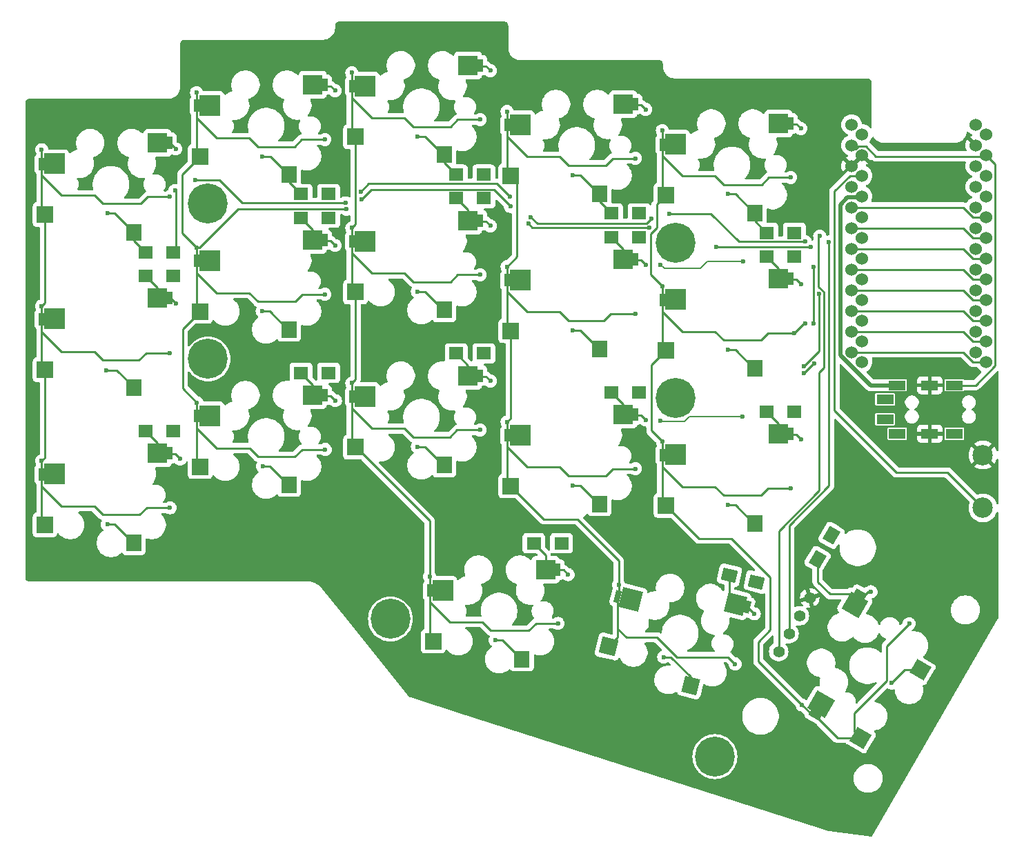
<source format=gbr>
%TF.GenerationSoftware,KiCad,Pcbnew,8.0.2-1*%
%TF.CreationDate,2024-06-10T16:48:46+09:00*%
%TF.ProjectId,Miriball36,4d697269-6261-46c6-9c33-362e6b696361,rev?*%
%TF.SameCoordinates,Original*%
%TF.FileFunction,Copper,L2,Bot*%
%TF.FilePolarity,Positive*%
%FSLAX46Y46*%
G04 Gerber Fmt 4.6, Leading zero omitted, Abs format (unit mm)*
G04 Created by KiCad (PCBNEW 8.0.2-1) date 2024-06-10 16:48:46*
%MOMM*%
%LPD*%
G01*
G04 APERTURE LIST*
G04 Aperture macros list*
%AMRotRect*
0 Rectangle, with rotation*
0 The origin of the aperture is its center*
0 $1 length*
0 $2 width*
0 $3 Rotation angle, in degrees counterclockwise*
0 Add horizontal line*
21,1,$1,$2,0,0,$3*%
G04 Aperture macros list end*
%TA.AperFunction,ComponentPad*%
%ADD10R,1.800000X1.500000*%
%TD*%
%TA.AperFunction,ComponentPad*%
%ADD11C,4.900000*%
%TD*%
%TA.AperFunction,SMDPad,CuDef*%
%ADD12R,0.700000X1.500000*%
%TD*%
%TA.AperFunction,SMDPad,CuDef*%
%ADD13R,2.000000X2.000000*%
%TD*%
%TA.AperFunction,SMDPad,CuDef*%
%ADD14R,2.500000X2.500000*%
%TD*%
%TA.AperFunction,SMDPad,CuDef*%
%ADD15R,1.900000X2.000000*%
%TD*%
%TA.AperFunction,SMDPad,CuDef*%
%ADD16R,2.400000X2.400000*%
%TD*%
%TA.AperFunction,SMDPad,CuDef*%
%ADD17RotRect,0.700000X1.500000X60.000000*%
%TD*%
%TA.AperFunction,SMDPad,CuDef*%
%ADD18RotRect,2.000000X2.000000X240.000000*%
%TD*%
%TA.AperFunction,SMDPad,CuDef*%
%ADD19RotRect,2.500000X2.500000X240.000000*%
%TD*%
%TA.AperFunction,SMDPad,CuDef*%
%ADD20RotRect,1.900000X2.000000X240.000000*%
%TD*%
%TA.AperFunction,SMDPad,CuDef*%
%ADD21RotRect,2.400000X2.400000X240.000000*%
%TD*%
%TA.AperFunction,ComponentPad*%
%ADD22C,1.397000*%
%TD*%
%TA.AperFunction,ComponentPad*%
%ADD23R,2.100000X1.200000*%
%TD*%
%TA.AperFunction,ComponentPad*%
%ADD24RotRect,1.800000X1.500000X240.000000*%
%TD*%
%TA.AperFunction,ComponentPad*%
%ADD25RotRect,1.800000X1.500000X166.000000*%
%TD*%
%TA.AperFunction,ComponentPad*%
%ADD26C,2.500000*%
%TD*%
%TA.AperFunction,SMDPad,CuDef*%
%ADD27RotRect,0.700000X1.500000X346.000000*%
%TD*%
%TA.AperFunction,SMDPad,CuDef*%
%ADD28RotRect,2.000000X2.000000X166.000000*%
%TD*%
%TA.AperFunction,SMDPad,CuDef*%
%ADD29RotRect,2.500000X2.500000X166.000000*%
%TD*%
%TA.AperFunction,SMDPad,CuDef*%
%ADD30RotRect,1.900000X2.000000X166.000000*%
%TD*%
%TA.AperFunction,SMDPad,CuDef*%
%ADD31RotRect,2.400000X2.400000X166.000000*%
%TD*%
%TA.AperFunction,ComponentPad*%
%ADD32C,1.524000*%
%TD*%
%TA.AperFunction,ViaPad*%
%ADD33C,0.600000*%
%TD*%
%TA.AperFunction,Conductor*%
%ADD34C,0.250000*%
%TD*%
%TA.AperFunction,Conductor*%
%ADD35C,0.200000*%
%TD*%
%TA.AperFunction,Conductor*%
%ADD36C,0.500000*%
%TD*%
G04 APERTURE END LIST*
D10*
%TO.P,D11,1,K*%
%TO.N,row2*%
X65493250Y-88821300D03*
%TO.P,D11,2,A*%
%TO.N,Net-(D11-A)*%
X62093250Y-88821300D03*
%TD*%
D11*
%TO.P,TH3,*%
%TO.N,*%
X69746500Y-60921300D03*
%TD*%
D10*
%TO.P,D8,1,K*%
%TO.N,row1*%
X103594050Y-60245700D03*
%TO.P,D8,2,A*%
%TO.N,Net-(D8-A)*%
X100194050Y-60245700D03*
%TD*%
D12*
%TO.P,SW1,1,1*%
%TO.N,col0*%
X49340000Y-56040000D03*
D13*
X49740000Y-62240000D03*
D14*
X50940000Y-56000000D03*
D15*
%TO.P,SW1,2,2*%
%TO.N,Net-(D1-A)*%
X60640000Y-64440000D03*
D16*
X63540000Y-53460000D03*
D12*
X65040000Y-53440000D03*
%TD*%
%TO.P,SW4,1,1*%
%TO.N,col3*%
X106491200Y-51277400D03*
D13*
X106891200Y-57477400D03*
D14*
X108091200Y-51237400D03*
D15*
%TO.P,SW4,2,2*%
%TO.N,Net-(D4-A)*%
X117791200Y-59677400D03*
D16*
X120691200Y-48697400D03*
D12*
X122191200Y-48677400D03*
%TD*%
%TO.P,SW7,1,1*%
%TO.N,col1*%
X68390400Y-67946500D03*
D13*
X68790400Y-74146500D03*
D14*
X69990400Y-67906500D03*
D15*
%TO.P,SW7,2,2*%
%TO.N,Net-(D7-A)*%
X79690400Y-76346500D03*
D16*
X82590400Y-65366500D03*
D12*
X84090400Y-65346500D03*
%TD*%
D17*
%TO.P,SW18,1,1*%
%TO.N,col4*%
X144244936Y-123741216D03*
D18*
X149814294Y-126494806D03*
D19*
X145010295Y-122335575D03*
D20*
%TO.P,SW18,2,2*%
%TO.N,Net-(D18-A)*%
X157169550Y-118155129D03*
D21*
X149110591Y-110153655D03*
D17*
X149843270Y-108844617D03*
%TD*%
D22*
%TO.P,OL1,1,SDA*%
%TO.N,sda*%
X139770000Y-115899410D03*
%TO.P,OL1,2,SCL*%
%TO.N,scl*%
X141040000Y-113699705D03*
%TO.P,OL1,3,VCC*%
%TO.N,VCC*%
X142310000Y-111500000D03*
%TO.P,OL1,4,GND*%
%TO.N,GND*%
X143580000Y-109300296D03*
%TD*%
D12*
%TO.P,SW16,1,1*%
%TO.N,col2*%
X96966000Y-108428600D03*
D13*
X97366000Y-114628600D03*
D14*
X98566000Y-108388600D03*
D15*
%TO.P,SW16,2,2*%
%TO.N,Net-(D16-A)*%
X108266000Y-116828600D03*
D16*
X111166000Y-105848600D03*
D12*
X112666000Y-105828600D03*
%TD*%
D23*
%TO.P,J2,A*%
%TO.N,unconnected-(J2-PadA)*%
X152810000Y-84950000D03*
X152810000Y-87400000D03*
%TO.P,J2,B*%
%TO.N,data*%
X161310000Y-83200000D03*
X161310000Y-89150000D03*
%TO.P,J2,C*%
%TO.N,GND*%
X158310000Y-83200000D03*
X158310000Y-89150000D03*
%TO.P,J2,D*%
%TO.N,VCC*%
X154310000Y-83200000D03*
X154310000Y-89150000D03*
%TD*%
D12*
%TO.P,SW2,1,1*%
%TO.N,col1*%
X68390400Y-48896100D03*
D13*
X68790400Y-55096100D03*
D14*
X69990400Y-48856100D03*
D15*
%TO.P,SW2,2,2*%
%TO.N,Net-(D2-A)*%
X79690400Y-57296100D03*
D16*
X82590400Y-46316100D03*
D12*
X84090400Y-46296100D03*
%TD*%
%TO.P,SW6,1,1*%
%TO.N,col0*%
X49340000Y-75090400D03*
D13*
X49740000Y-81290400D03*
D14*
X50940000Y-75050400D03*
D15*
%TO.P,SW6,2,2*%
%TO.N,Net-(D6-A)*%
X60640000Y-83490400D03*
D16*
X63540000Y-72510400D03*
D12*
X65040000Y-72490400D03*
%TD*%
%TO.P,SW3,1,1*%
%TO.N,col2*%
X87440800Y-46514800D03*
D13*
X87840800Y-52714800D03*
D14*
X89040800Y-46474800D03*
D15*
%TO.P,SW3,2,2*%
%TO.N,Net-(D3-A)*%
X98740800Y-54914800D03*
D16*
X101640800Y-43934800D03*
D12*
X103140800Y-43914800D03*
%TD*%
D10*
%TO.P,D9,1,K*%
%TO.N,row1*%
X122644450Y-65008300D03*
%TO.P,D9,2,A*%
%TO.N,Net-(D9-A)*%
X119244450Y-65008300D03*
%TD*%
%TO.P,D10,1,K*%
%TO.N,row1*%
X141694850Y-67389600D03*
%TO.P,D10,2,A*%
%TO.N,Net-(D10-A)*%
X138294850Y-67389600D03*
%TD*%
%TO.P,D14,1,K*%
%TO.N,row2*%
X122644450Y-84058700D03*
%TO.P,D14,2,A*%
%TO.N,Net-(D14-A)*%
X119244450Y-84058700D03*
%TD*%
D11*
%TO.P,,*%
%TO.N,*%
X69746500Y-79971700D03*
%TD*%
D24*
%TO.P,D18,1,K*%
%TO.N,row3*%
X146240000Y-101625514D03*
%TO.P,D18,2,A*%
%TO.N,Net-(D18-A)*%
X144540000Y-104570000D03*
%TD*%
D25*
%TO.P,D17,1,K*%
%TO.N,row3*%
X137019426Y-107337571D03*
%TO.P,D17,2,A*%
%TO.N,Net-(D17-A)*%
X133720420Y-106515037D03*
%TD*%
D10*
%TO.P,D5,1,K*%
%TO.N,row0*%
X141694850Y-64493250D03*
%TO.P,D5,2,A*%
%TO.N,Net-(D5-A)*%
X138294850Y-64493250D03*
%TD*%
%TO.P,D7,1,K*%
%TO.N,row1*%
X84543650Y-62627000D03*
%TO.P,D7,2,A*%
%TO.N,Net-(D7-A)*%
X81143650Y-62627000D03*
%TD*%
%TO.P,D6,1,K*%
%TO.N,row1*%
X65493250Y-69770900D03*
%TO.P,D6,2,A*%
%TO.N,Net-(D6-A)*%
X62093250Y-69770900D03*
%TD*%
%TO.P,D13,1,K*%
%TO.N,row2*%
X103594050Y-79296100D03*
%TO.P,D13,2,A*%
%TO.N,Net-(D13-A)*%
X100194050Y-79296100D03*
%TD*%
D12*
%TO.P,SW8,1,1*%
%TO.N,col2*%
X87440800Y-65565200D03*
D13*
X87840800Y-71765200D03*
D14*
X89040800Y-65525200D03*
D15*
%TO.P,SW8,2,2*%
%TO.N,Net-(D8-A)*%
X98740800Y-73965200D03*
D16*
X101640800Y-62985200D03*
D12*
X103140800Y-62965200D03*
%TD*%
%TO.P,SW15,1,1*%
%TO.N,col4*%
X125541600Y-91759500D03*
D13*
X125941600Y-97959500D03*
D14*
X127141600Y-91719500D03*
D15*
%TO.P,SW15,2,2*%
%TO.N,Net-(D15-A)*%
X136841600Y-100159500D03*
D16*
X139741600Y-89179500D03*
D12*
X141241600Y-89159500D03*
%TD*%
%TO.P,SW5,1,1*%
%TO.N,col4*%
X125541600Y-53658700D03*
D13*
X125941600Y-59858700D03*
D14*
X127141600Y-53618700D03*
D15*
%TO.P,SW5,2,2*%
%TO.N,Net-(D5-A)*%
X136841600Y-62058700D03*
D16*
X139741600Y-51078700D03*
D12*
X141241600Y-51058700D03*
%TD*%
D26*
%TO.P,SW19,1,1*%
%TO.N,reset*%
X164830000Y-98260000D03*
%TO.P,SW19,2,2*%
%TO.N,GND*%
X164830000Y-91760000D03*
%TD*%
D12*
%TO.P,SW13,1,1*%
%TO.N,col2*%
X87440800Y-84615600D03*
D13*
X87840800Y-90815600D03*
D14*
X89040800Y-84575600D03*
D15*
%TO.P,SW13,2,2*%
%TO.N,Net-(D13-A)*%
X98740800Y-93015600D03*
D16*
X101640800Y-82035600D03*
D12*
X103140800Y-82015600D03*
%TD*%
D10*
%TO.P,D2,1,K*%
%TO.N,row0*%
X84543650Y-59730650D03*
%TO.P,D2,2,A*%
%TO.N,Net-(D2-A)*%
X81143650Y-59730650D03*
%TD*%
D11*
%TO.P,TH3,*%
%TO.N,*%
X131940000Y-128790000D03*
%TD*%
D10*
%TO.P,D4,1,K*%
%TO.N,row0*%
X122644450Y-62111950D03*
%TO.P,D4,2,A*%
%TO.N,Net-(D4-A)*%
X119244450Y-62111950D03*
%TD*%
D27*
%TO.P,SW17,1,1*%
%TO.N,col3*%
X120037291Y-109157925D03*
D28*
X118925494Y-115270527D03*
D29*
X121599441Y-109506188D03*
D30*
%TO.P,SW17,2,2*%
%TO.N,Net-(D17-A)*%
X128969489Y-120042126D03*
D31*
X134439649Y-110089853D03*
D27*
X135899931Y-110433329D03*
%TD*%
D11*
%TO.P,,*%
%TO.N,*%
X127090000Y-65700000D03*
%TD*%
D10*
%TO.P,D1,1,K*%
%TO.N,row0*%
X65493250Y-66874550D03*
%TO.P,D1,2,A*%
%TO.N,Net-(D1-A)*%
X62093250Y-66874550D03*
%TD*%
%TO.P,D12,1,K*%
%TO.N,row2*%
X84543650Y-81677400D03*
%TO.P,D12,2,A*%
%TO.N,Net-(D12-A)*%
X81143650Y-81677400D03*
%TD*%
%TO.P,D16,1,K*%
%TO.N,row3*%
X113119250Y-102594050D03*
%TO.P,D16,2,A*%
%TO.N,Net-(D16-A)*%
X109719250Y-102594050D03*
%TD*%
D12*
%TO.P,SW10,1,1*%
%TO.N,col4*%
X125541600Y-72709100D03*
D13*
X125941600Y-78909100D03*
D14*
X127141600Y-72669100D03*
D15*
%TO.P,SW10,2,2*%
%TO.N,Net-(D10-A)*%
X136841600Y-81109100D03*
D16*
X139741600Y-70129100D03*
D12*
X141241600Y-70109100D03*
%TD*%
D10*
%TO.P,D3,1,K*%
%TO.N,row0*%
X103594050Y-57349350D03*
%TO.P,D3,2,A*%
%TO.N,Net-(D3-A)*%
X100194050Y-57349350D03*
%TD*%
D12*
%TO.P,SW14,1,1*%
%TO.N,col3*%
X106491200Y-89378200D03*
D13*
X106891200Y-95578200D03*
D14*
X108091200Y-89338200D03*
D15*
%TO.P,SW14,2,2*%
%TO.N,Net-(D14-A)*%
X117791200Y-97778200D03*
D16*
X120691200Y-86798200D03*
D12*
X122191200Y-86778200D03*
%TD*%
D32*
%TO.P,U1,1,TX0/D3*%
%TO.N,unconnected-(U1-TX0{slash}D3-Pad1)*%
X148708465Y-51204255D03*
X165247280Y-52400000D03*
%TO.P,U1,2,RX1/D2*%
%TO.N,data*%
X148708465Y-53744255D03*
X165247280Y-54940000D03*
%TO.P,U1,3,GND*%
%TO.N,GND*%
X148708465Y-56284255D03*
X165247280Y-57480000D03*
%TO.P,U1,4,GND*%
X148708465Y-58824255D03*
X165247280Y-60020000D03*
%TO.P,U1,5,2/D1/SDA*%
%TO.N,sda*%
X148708465Y-61364255D03*
X165247280Y-62560000D03*
%TO.P,U1,6,3/D0/SCL*%
%TO.N,scl*%
X148708465Y-63904255D03*
X165247280Y-65100000D03*
%TO.P,U1,7,4/D4*%
%TO.N,row0*%
X148708465Y-66444255D03*
X165247280Y-67640000D03*
%TO.P,U1,8,5/C6*%
%TO.N,row1*%
X148708465Y-68984255D03*
X165247280Y-70180000D03*
%TO.P,U1,9,6/D7*%
%TO.N,row2*%
X148708465Y-71524255D03*
X165247280Y-72720000D03*
%TO.P,U1,10,7/E6*%
%TO.N,row3*%
X148708465Y-74064255D03*
X165247280Y-75260000D03*
%TO.P,U1,11,8/B4*%
%TO.N,unconnected-(U1-8{slash}B4-Pad11)*%
X148708465Y-76604255D03*
X165247280Y-77800000D03*
%TO.P,U1,12,9/B5*%
%TO.N,unconnected-(U1-9{slash}B5-Pad12)_0*%
X148708465Y-79144255D03*
X165247280Y-80340000D03*
%TO.P,U1,13,B6/10*%
%TO.N,unconnected-(U1-B6{slash}10-Pad13)_0*%
X150007280Y-80340000D03*
X163948465Y-79144255D03*
%TO.P,U1,14,B2/16*%
%TO.N,unconnected-(U1-B2{slash}16-Pad14)_0*%
X150007280Y-77800000D03*
X163948465Y-76604255D03*
%TO.P,U1,15,B3/14*%
%TO.N,unconnected-(U1-B3{slash}14-Pad15)_0*%
X150007280Y-75260000D03*
X163948465Y-74064255D03*
%TO.P,U1,16,B1/15*%
%TO.N,col4*%
X150007280Y-72720000D03*
X163948465Y-71524255D03*
%TO.P,U1,17,F7/A0*%
%TO.N,col3*%
X150007280Y-70180000D03*
X163948465Y-68984255D03*
%TO.P,U1,18,F6/A1*%
%TO.N,col2*%
X150007280Y-67640000D03*
X163948465Y-66444255D03*
%TO.P,U1,19,F5/A2*%
%TO.N,col1*%
X150007280Y-65100000D03*
X163948465Y-63904255D03*
%TO.P,U1,20,F4/A3*%
%TO.N,col0*%
X150007280Y-62560000D03*
X163948465Y-61364255D03*
%TO.P,U1,21,VCC*%
%TO.N,VCC*%
X150007280Y-60020000D03*
X163948465Y-58824255D03*
%TO.P,U1,22,RST*%
%TO.N,reset*%
X150007280Y-57480000D03*
X163948465Y-56284255D03*
%TO.P,U1,23,GND*%
%TO.N,GND*%
X150007280Y-54940000D03*
X163948465Y-53744255D03*
%TO.P,U1,24,RAW*%
%TO.N,unconnected-(U1-RAW-Pad24)*%
X150007280Y-52400000D03*
X163948465Y-51204255D03*
%TD*%
D12*
%TO.P,SW11,1,1*%
%TO.N,col0*%
X49340000Y-94140800D03*
D13*
X49740000Y-100340800D03*
D14*
X50940000Y-94100800D03*
D15*
%TO.P,SW11,2,2*%
%TO.N,Net-(D11-A)*%
X60640000Y-102540800D03*
D16*
X63540000Y-91560800D03*
D12*
X65040000Y-91540800D03*
%TD*%
%TO.P,SW12,1,1*%
%TO.N,col1*%
X68390400Y-86996900D03*
D13*
X68790400Y-93196900D03*
D14*
X69990400Y-86956900D03*
D15*
%TO.P,SW12,2,2*%
%TO.N,Net-(D12-A)*%
X79690400Y-95396900D03*
D16*
X82590400Y-84416900D03*
D12*
X84090400Y-84396900D03*
%TD*%
D11*
%TO.P,TH3,*%
%TO.N,*%
X92130000Y-111890000D03*
%TD*%
%TO.P,,*%
%TO.N,*%
X127090000Y-84734300D03*
%TD*%
D10*
%TO.P,D15,1,K*%
%TO.N,row2*%
X141694850Y-86440000D03*
%TO.P,D15,2,A*%
%TO.N,Net-(D15-A)*%
X138294850Y-86440000D03*
%TD*%
D12*
%TO.P,SW9,1,1*%
%TO.N,col3*%
X106491200Y-70327800D03*
D13*
X106891200Y-76527800D03*
D14*
X108091200Y-70287800D03*
D15*
%TO.P,SW9,2,2*%
%TO.N,Net-(D9-A)*%
X117791200Y-78727800D03*
D16*
X120691200Y-67747800D03*
D12*
X122191200Y-67727800D03*
%TD*%
D33*
%TO.N,col4*%
X141686141Y-76793859D03*
X125490000Y-90090000D03*
X141243859Y-57693859D03*
X142643270Y-122454617D03*
X125490000Y-71040000D03*
X141243859Y-95843859D03*
X125490000Y-51940000D03*
X143035000Y-75610000D03*
X155782693Y-112465194D03*
%TO.N,col1*%
X68340000Y-66290000D03*
X123872837Y-63881254D03*
X84093859Y-72043859D03*
X132140000Y-66240000D03*
X109040000Y-63308300D03*
X86725980Y-61601018D03*
X68340000Y-47290000D03*
X84143859Y-91093859D03*
X68390000Y-85340000D03*
X106840000Y-61240000D03*
X143667133Y-66193249D03*
X84093859Y-53043859D03*
X88559300Y-60420700D03*
%TO.N,row2*%
X125290000Y-87540000D03*
X135320700Y-87059300D03*
%TO.N,sda*%
X144805000Y-64885000D03*
%TO.N,scl*%
X145948883Y-65615001D03*
%TO.N,col2*%
X87390000Y-44840000D03*
X103143859Y-50593859D03*
X144040000Y-68660000D03*
X87390000Y-63890000D03*
X144091600Y-80550000D03*
X103143859Y-69643859D03*
X144060000Y-75580000D03*
X103143859Y-88693859D03*
X87390000Y-82940000D03*
X142840000Y-81740000D03*
X96940000Y-106690000D03*
X112693859Y-112443859D03*
%TO.N,col0*%
X143026067Y-65552183D03*
X65093859Y-79243859D03*
X106831942Y-60048058D03*
X65093859Y-60043859D03*
X124165070Y-62721941D03*
X86640000Y-60805650D03*
X65093859Y-98243859D03*
X49340000Y-73490000D03*
X88465800Y-59440000D03*
X68190000Y-57990000D03*
X109340000Y-62540000D03*
X49340000Y-92490000D03*
X49340000Y-54290000D03*
X126340000Y-62165000D03*
%TO.N,row1*%
X135375550Y-68008900D03*
X125290000Y-68390000D03*
%TO.N,col3*%
X134427673Y-117409654D03*
X122193859Y-74393859D03*
X122193859Y-93443859D03*
X144684999Y-72011117D03*
X120127673Y-107709654D03*
X106440000Y-87690000D03*
X106440000Y-68640000D03*
X142840000Y-80840000D03*
X122193859Y-55343859D03*
X106440000Y-49590000D03*
%TO.N,row0*%
X65690000Y-59290000D03*
%TO.N,Net-(D10-A)*%
X142490000Y-70790000D03*
X133540000Y-78840000D03*
%TO.N,Net-(D11-A)*%
X66340000Y-92240000D03*
X57390000Y-100290000D03*
%TO.N,Net-(D12-A)*%
X76440000Y-93140000D03*
X85390000Y-85090000D03*
%TO.N,Net-(D13-A)*%
X95440000Y-90740000D03*
X104390000Y-82690000D03*
%TO.N,Net-(D14-A)*%
X114490000Y-95490000D03*
X123440000Y-87440000D03*
%TO.N,Net-(D15-A)*%
X142490000Y-89840000D03*
X133540000Y-97890000D03*
%TO.N,Net-(D16-A)*%
X113940000Y-106440000D03*
X104990000Y-114490000D03*
%TO.N,Net-(D17-A)*%
X136777673Y-111259654D03*
X125658492Y-116564704D03*
%TO.N,Net-(D18-A)*%
X151093270Y-108554617D03*
X153637499Y-119754617D03*
%TO.N,Net-(D9-A)*%
X114490000Y-76440000D03*
X123440000Y-68390000D03*
%TO.N,Net-(D8-A)*%
X95440000Y-71690000D03*
X104390000Y-63640000D03*
%TO.N,Net-(D7-A)*%
X85340000Y-66040000D03*
X76390000Y-74090000D03*
%TO.N,Net-(D6-A)*%
X57240000Y-81340000D03*
X65830000Y-73200000D03*
%TO.N,Net-(D4-A)*%
X114490000Y-57390000D03*
X123440000Y-49340000D03*
%TO.N,Net-(D5-A)*%
X142490000Y-51690000D03*
X133540000Y-59740000D03*
%TO.N,Net-(D3-A)*%
X104390000Y-44590000D03*
X95440000Y-52640000D03*
%TO.N,Net-(D2-A)*%
X76390000Y-55090000D03*
X85340000Y-47040000D03*
%TO.N,Net-(D1-A)*%
X57390000Y-62090000D03*
X65780000Y-54180000D03*
%TD*%
D34*
%TO.N,reset*%
X146600000Y-59395469D02*
X146600000Y-86270000D01*
X148515469Y-57480000D02*
X146600000Y-59395469D01*
X160480000Y-93910000D02*
X164830000Y-98260000D01*
X154240000Y-93910000D02*
X160480000Y-93910000D01*
X150007280Y-57480000D02*
X148515469Y-57480000D01*
X146600000Y-86270000D02*
X154240000Y-93910000D01*
%TO.N,col4*%
X149082243Y-125762755D02*
X149814294Y-126494806D01*
X125490000Y-51940000D02*
X125490000Y-53690000D01*
X125490000Y-74163833D02*
X125490000Y-72790000D01*
X133006243Y-77665000D02*
X131956243Y-76615000D01*
X138740000Y-106770000D02*
X138740000Y-113248410D01*
X133006243Y-58565000D02*
X131956243Y-57515000D01*
X149082243Y-123440528D02*
X149082243Y-125762755D01*
X125490000Y-53690000D02*
X125490000Y-59490000D01*
X138534491Y-57693859D02*
X137663350Y-58565000D01*
X137270000Y-114718410D02*
X137270000Y-117081347D01*
X125490000Y-93213833D02*
X125490000Y-91840000D01*
X124140000Y-88740000D02*
X125490000Y-90090000D01*
X124140000Y-80710700D02*
X124140000Y-88740000D01*
X137614175Y-96715000D02*
X133006243Y-96715000D01*
X125490000Y-78590000D02*
X125890000Y-78990000D01*
X124790000Y-63890000D02*
X124090000Y-64590000D01*
X142870000Y-75610000D02*
X143035000Y-75610000D01*
X125941600Y-97959500D02*
X130016600Y-102034500D01*
X127941167Y-57515000D02*
X125490000Y-55063833D01*
X133006243Y-96715000D02*
X131956243Y-95665000D01*
X146998526Y-126494806D02*
X149814294Y-126494806D01*
X143929869Y-123741216D02*
X144244936Y-123741216D01*
X137574525Y-77665000D02*
X133006243Y-77665000D01*
X138740000Y-113248410D02*
X137270000Y-114718410D01*
X153028900Y-119493871D02*
X149082243Y-123440528D01*
X125490000Y-90090000D02*
X125490000Y-91840000D01*
X125490000Y-91840000D02*
X125490000Y-97640000D01*
X125490000Y-71040000D02*
X125490000Y-72790000D01*
X124090000Y-64590000D02*
X124090000Y-69640000D01*
X127941167Y-95665000D02*
X125490000Y-93213833D01*
X127941167Y-76615000D02*
X125490000Y-74163833D01*
X131956243Y-57515000D02*
X127941167Y-57515000D01*
X137270000Y-117081347D02*
X142643270Y-122454617D01*
X131956243Y-95665000D02*
X127941167Y-95665000D01*
X124090000Y-69640000D02*
X125490000Y-71040000D01*
X144244936Y-123741216D02*
X146998526Y-126494806D01*
X141243859Y-57693859D02*
X138534491Y-57693859D01*
X124790000Y-61010300D02*
X124790000Y-63890000D01*
X155782693Y-112465194D02*
X153028900Y-115218987D01*
X134004500Y-102034500D02*
X138740000Y-106770000D01*
X141686141Y-76793859D02*
X138445666Y-76793859D01*
X153028900Y-115218987D02*
X153028900Y-119493871D01*
X138485316Y-95843859D02*
X137614175Y-96715000D01*
X125941600Y-59858700D02*
X124790000Y-61010300D01*
X137663350Y-58565000D02*
X133006243Y-58565000D01*
X125490000Y-72790000D02*
X125490000Y-78590000D01*
X138445666Y-76793859D02*
X137574525Y-77665000D01*
X125941600Y-78909100D02*
X124140000Y-80710700D01*
X142643270Y-122454617D02*
X143929869Y-123741216D01*
X125490000Y-55063833D02*
X125490000Y-53690000D01*
X130016600Y-102034500D02*
X134004500Y-102034500D01*
X131956243Y-76615000D02*
X127941167Y-76615000D01*
X125490000Y-97640000D02*
X125890000Y-98040000D01*
X141686141Y-76793859D02*
X142870000Y-75610000D01*
X125490000Y-59490000D02*
X125890000Y-59890000D01*
X141243859Y-95843859D02*
X138485316Y-95843859D01*
%TO.N,col1*%
X68340000Y-69413833D02*
X68340000Y-68040000D01*
X74806243Y-52865000D02*
X70791167Y-52865000D01*
X84143859Y-91093859D02*
X81286141Y-91093859D01*
X81310316Y-72043859D02*
X80439175Y-72915000D01*
X68390000Y-85340000D02*
X68390000Y-87090000D01*
X106840000Y-61191650D02*
X106840000Y-61240000D01*
X68790400Y-55096100D02*
X66590000Y-57296500D01*
X68340000Y-68040000D02*
X68340000Y-73840000D01*
X143667133Y-66193249D02*
X143620382Y-66240000D01*
X81236141Y-53043859D02*
X80365000Y-53915000D01*
X81286141Y-91093859D02*
X80415000Y-91965000D01*
X68390000Y-92890000D02*
X68790000Y-93290000D01*
X68340000Y-66290000D02*
X68340000Y-68040000D01*
X80439175Y-72915000D02*
X75856243Y-72915000D01*
X86676962Y-61552000D02*
X73428000Y-61552000D01*
X66640000Y-76296900D02*
X66640000Y-83590000D01*
X70841167Y-90915000D02*
X68390000Y-88463833D01*
X75906243Y-91965000D02*
X74856243Y-90915000D01*
X68340000Y-54840000D02*
X68740000Y-55240000D01*
X75856243Y-53915000D02*
X74806243Y-52865000D01*
X89809300Y-59170700D02*
X104819050Y-59170700D01*
X86725980Y-61601018D02*
X86676962Y-61552000D01*
X68340000Y-49040000D02*
X68340000Y-54840000D01*
X70791167Y-52865000D02*
X68340000Y-50413833D01*
X123872837Y-63881254D02*
X123803535Y-63811952D01*
X88559300Y-60420700D02*
X89809300Y-59170700D01*
X68790400Y-74146500D02*
X66640000Y-76296900D01*
X74806243Y-71865000D02*
X70791167Y-71865000D01*
X68340000Y-47290000D02*
X68340000Y-49040000D01*
X84093859Y-53043859D02*
X81236141Y-53043859D01*
X70791167Y-71865000D02*
X68340000Y-69413833D01*
X80365000Y-53915000D02*
X75856243Y-53915000D01*
X68390000Y-87090000D02*
X68390000Y-92890000D01*
X143620382Y-66240000D02*
X132140000Y-66240000D01*
X80415000Y-91965000D02*
X75906243Y-91965000D01*
X104819050Y-59170700D02*
X106840000Y-61191650D01*
X68690000Y-66290000D02*
X68340000Y-66290000D01*
X68390000Y-88463833D02*
X68390000Y-87090000D01*
X66590000Y-64540000D02*
X68340000Y-66290000D01*
X68340000Y-50413833D02*
X68340000Y-49040000D01*
X66640000Y-83590000D02*
X68390000Y-85340000D01*
X123803535Y-63811952D02*
X109543652Y-63811952D01*
X68340000Y-73840000D02*
X68740000Y-74240000D01*
X73428000Y-61552000D02*
X68690000Y-66290000D01*
X74856243Y-90915000D02*
X70841167Y-90915000D01*
X109543652Y-63811952D02*
X109040000Y-63308300D01*
X75856243Y-72915000D02*
X74806243Y-71865000D01*
X84093859Y-72043859D02*
X81310316Y-72043859D01*
X66590000Y-57296500D02*
X66590000Y-64540000D01*
%TO.N,unconnected-(U1-8{slash}B4-Pad11)*%
X163606959Y-77800000D02*
X165247280Y-77800000D01*
X162411214Y-76604255D02*
X163606959Y-77800000D01*
X148708465Y-76604255D02*
X162411214Y-76604255D01*
%TO.N,row2*%
X148708465Y-71524255D02*
X162411214Y-71524255D01*
D35*
X125390000Y-87640000D02*
X128214809Y-87640000D01*
X125290000Y-87540000D02*
X125390000Y-87640000D01*
X128795509Y-87059300D02*
X135320700Y-87059300D01*
D34*
X162411214Y-71524255D02*
X163606959Y-72720000D01*
X163606959Y-72720000D02*
X165247280Y-72720000D01*
D35*
X128214809Y-87640000D02*
X128795509Y-87059300D01*
D34*
%TO.N,row3*%
X148708465Y-74064255D02*
X162411214Y-74064255D01*
X162411214Y-74064255D02*
X163606959Y-75260000D01*
X163606959Y-75260000D02*
X165247280Y-75260000D01*
%TO.N,sda*%
X144690000Y-96150000D02*
X139770000Y-101070000D01*
X144670000Y-65005000D02*
X144670000Y-71112234D01*
X144790000Y-64885000D02*
X144670000Y-65005000D01*
X145309999Y-80999999D02*
X144690000Y-81619998D01*
X144805000Y-64885000D02*
X144790000Y-64885000D01*
X145309999Y-71752233D02*
X145309999Y-80999999D01*
X163606959Y-62560000D02*
X165247280Y-62560000D01*
X162411214Y-61364255D02*
X163606959Y-62560000D01*
X139770000Y-101070000D02*
X139770000Y-115899410D01*
X144670000Y-71112234D02*
X145309999Y-71752233D01*
X148708465Y-61364255D02*
X162411214Y-61364255D01*
X144690000Y-81619998D02*
X144690000Y-96150000D01*
%TO.N,scl*%
X141040000Y-113699705D02*
X141040000Y-100436396D01*
X163606959Y-65100000D02*
X165247280Y-65100000D01*
X162411214Y-63904255D02*
X163606959Y-65100000D01*
X148708465Y-63904255D02*
X162411214Y-63904255D01*
X141040000Y-100436396D02*
X145948883Y-95527513D01*
X145948883Y-95527513D02*
X145948883Y-65615001D01*
%TO.N,col2*%
X109113350Y-113315000D02*
X104456243Y-113315000D01*
X87840800Y-63439200D02*
X87390000Y-63890000D01*
X87840800Y-82489200D02*
X87390000Y-82940000D01*
X87390000Y-65640000D02*
X87390000Y-71440000D01*
X87390000Y-67013833D02*
X87390000Y-65640000D01*
X87390000Y-47963833D02*
X87390000Y-46590000D01*
X87390000Y-63890000D02*
X87390000Y-65640000D01*
X87390000Y-86063833D02*
X87390000Y-84690000D01*
X99514175Y-70515000D02*
X94906243Y-70515000D01*
X87840800Y-52714800D02*
X87840800Y-63439200D01*
X144060000Y-68680000D02*
X144060000Y-75580000D01*
X100386141Y-50593859D02*
X99515000Y-51465000D01*
X87840800Y-90815600D02*
X87915600Y-90815600D01*
X93856243Y-69465000D02*
X89841167Y-69465000D01*
X103143859Y-69643859D02*
X100385316Y-69643859D01*
X99515000Y-51465000D02*
X94906243Y-51465000D01*
X93856243Y-50415000D02*
X89841167Y-50415000D01*
X87390000Y-46590000D02*
X87390000Y-52390000D01*
X94906243Y-51465000D02*
X93856243Y-50415000D01*
X109984491Y-112443859D02*
X109113350Y-113315000D01*
X87390000Y-82940000D02*
X87390000Y-84690000D01*
X99391167Y-112265000D02*
X96940000Y-109813833D01*
X89841167Y-69465000D02*
X87390000Y-67013833D01*
X112693859Y-112443859D02*
X109984491Y-112443859D01*
X96940000Y-99840000D02*
X96940000Y-106690000D01*
X103143859Y-88693859D02*
X100310316Y-88693859D01*
X87840800Y-71765200D02*
X87840800Y-82489200D01*
X144091600Y-80550000D02*
X144030000Y-80550000D01*
X94906243Y-70515000D02*
X93856243Y-69465000D01*
X87390000Y-90490000D02*
X87790000Y-90890000D01*
X87390000Y-84690000D02*
X87390000Y-90490000D01*
X89841167Y-50415000D02*
X87390000Y-47963833D01*
X89841167Y-88515000D02*
X87390000Y-86063833D01*
X93856243Y-88515000D02*
X89841167Y-88515000D01*
X94906243Y-89565000D02*
X93856243Y-88515000D01*
X104456243Y-113315000D02*
X103406243Y-112265000D01*
X144030000Y-80550000D02*
X142840000Y-81740000D01*
X96940000Y-109813833D02*
X96940000Y-108440000D01*
X87390000Y-52390000D02*
X87790000Y-52790000D01*
X96940000Y-106690000D02*
X96940000Y-108440000D01*
X87390000Y-71440000D02*
X87790000Y-71840000D01*
X144040000Y-68660000D02*
X144060000Y-68680000D01*
X103143859Y-50593859D02*
X100386141Y-50593859D01*
X87390000Y-44840000D02*
X87390000Y-46590000D01*
X96940000Y-114240000D02*
X97340000Y-114640000D01*
X96940000Y-108440000D02*
X96940000Y-114240000D01*
X99439175Y-89565000D02*
X94906243Y-89565000D01*
X100385316Y-69643859D02*
X99514175Y-70515000D01*
X100310316Y-88693859D02*
X99439175Y-89565000D01*
X103406243Y-112265000D02*
X99391167Y-112265000D01*
X87915600Y-90815600D02*
X96940000Y-99840000D01*
%TO.N,col0*%
X49740000Y-73090000D02*
X49340000Y-73490000D01*
X49340000Y-73490000D02*
X49340000Y-75240000D01*
X106811858Y-60048058D02*
X105203800Y-58440000D01*
X49340000Y-76613833D02*
X49340000Y-75240000D01*
X61365000Y-99115000D02*
X56856243Y-99115000D01*
X134899500Y-65568250D02*
X131471250Y-62140000D01*
X123525059Y-63361952D02*
X110161952Y-63361952D01*
X51791167Y-59865000D02*
X49340000Y-57413833D01*
X56856243Y-60915000D02*
X55806243Y-59865000D01*
X56856243Y-80115000D02*
X55806243Y-79065000D01*
X49340000Y-57413833D02*
X49340000Y-56040000D01*
X55806243Y-79065000D02*
X51791167Y-79065000D01*
X49340000Y-92490000D02*
X49340000Y-94240000D01*
X49340000Y-75240000D02*
X49340000Y-81040000D01*
X49340000Y-61840000D02*
X49740000Y-62240000D01*
X49340000Y-94240000D02*
X49340000Y-100040000D01*
X126365000Y-62140000D02*
X126340000Y-62165000D01*
X68190000Y-57990000D02*
X71140000Y-57990000D01*
X49740000Y-92090000D02*
X49340000Y-92490000D01*
X55806243Y-98065000D02*
X51791167Y-98065000D01*
X65093859Y-98243859D02*
X62236141Y-98243859D01*
X106831942Y-60048058D02*
X106811858Y-60048058D01*
X49340000Y-56040000D02*
X49340000Y-61840000D01*
X71140000Y-57990000D02*
X73955650Y-60805650D01*
X49340000Y-81040000D02*
X49740000Y-81440000D01*
X49340000Y-95613833D02*
X49340000Y-94240000D01*
X65093859Y-79243859D02*
X62136141Y-79243859D01*
X143026067Y-65552183D02*
X143010000Y-65568250D01*
X124165070Y-62721941D02*
X123525059Y-63361952D01*
X49740000Y-62240000D02*
X49740000Y-73090000D01*
X105203800Y-58440000D02*
X89465800Y-58440000D01*
X61265000Y-80115000D02*
X56856243Y-80115000D01*
X62236141Y-98243859D02*
X61365000Y-99115000D01*
X131471250Y-62140000D02*
X126365000Y-62140000D01*
X73955650Y-60805650D02*
X86640000Y-60805650D01*
X62136141Y-79243859D02*
X61265000Y-80115000D01*
X49340000Y-100040000D02*
X49740000Y-100440000D01*
X65093859Y-60043859D02*
X62384491Y-60043859D01*
X55806243Y-59865000D02*
X51791167Y-59865000D01*
X110161952Y-63361952D02*
X109340000Y-62540000D01*
X51791167Y-98065000D02*
X49340000Y-95613833D01*
X49740000Y-81290400D02*
X49740000Y-92090000D01*
X89465800Y-58440000D02*
X88465800Y-59440000D01*
X51791167Y-79065000D02*
X49340000Y-76613833D01*
X61513350Y-60915000D02*
X56856243Y-60915000D01*
X62384491Y-60043859D02*
X61513350Y-60915000D01*
X49340000Y-54290000D02*
X49340000Y-56040000D01*
X56856243Y-99115000D02*
X55806243Y-98065000D01*
X143010000Y-65568250D02*
X134899500Y-65568250D01*
D36*
%TO.N,VCC*%
X147330000Y-61028693D02*
X147330000Y-79479817D01*
X148206438Y-60152255D02*
X147330000Y-61028693D01*
X150007280Y-60020000D02*
X149875025Y-60152255D01*
X149875025Y-60152255D02*
X148206438Y-60152255D01*
X147330000Y-79479817D02*
X151050183Y-83200000D01*
X151050183Y-83200000D02*
X154310000Y-83200000D01*
D35*
%TO.N,row1*%
X125740000Y-68840000D02*
X130174405Y-68840000D01*
D34*
X162411214Y-68984255D02*
X163606959Y-70180000D01*
X148708465Y-68984255D02*
X162411214Y-68984255D01*
D35*
X130174405Y-68840000D02*
X131005505Y-68008900D01*
X125290000Y-68390000D02*
X125740000Y-68840000D01*
X131005505Y-68008900D02*
X135375550Y-68008900D01*
D34*
X163606959Y-70180000D02*
X165247280Y-70180000D01*
%TO.N,data*%
X151694531Y-55090000D02*
X165097280Y-55090000D01*
X163924531Y-83200000D02*
X161310000Y-83200000D01*
X148708465Y-53744255D02*
X149187120Y-54222910D01*
X149557029Y-53853000D02*
X150457531Y-53853000D01*
X149187120Y-54222910D02*
X149557029Y-53853000D01*
X166334280Y-80790251D02*
X163924531Y-83200000D01*
X150457531Y-53853000D02*
X151694531Y-55090000D01*
X166334280Y-56027000D02*
X166334280Y-80790251D01*
X165097280Y-55090000D02*
X165247280Y-54940000D01*
X165247280Y-54940000D02*
X166334280Y-56027000D01*
%TO.N,col3*%
X120127673Y-107709654D02*
X120127673Y-104727673D01*
X144700000Y-78980000D02*
X142840000Y-80840000D01*
X106440000Y-57140000D02*
X106840000Y-57540000D01*
X120127673Y-104727673D02*
X119990000Y-104590000D01*
X120037291Y-113109654D02*
X120037291Y-114158730D01*
X106440000Y-89440000D02*
X106440000Y-95240000D01*
X119990000Y-104590000D02*
X115053200Y-99653200D01*
X133582723Y-116564704D02*
X134427673Y-117409654D01*
X108891167Y-74215000D02*
X106440000Y-71763833D01*
X110966200Y-99653200D02*
X106891200Y-95578200D01*
X120127673Y-107709654D02*
X120127673Y-109067543D01*
X118539175Y-56215000D02*
X113956243Y-56215000D01*
X108891167Y-55165000D02*
X106440000Y-52713833D01*
X106440000Y-49590000D02*
X106440000Y-51340000D01*
X113956243Y-94315000D02*
X112906243Y-93265000D01*
X112906243Y-55165000D02*
X108891167Y-55165000D01*
X120037291Y-113109654D02*
X121073122Y-114145485D01*
X120037291Y-109157925D02*
X120037291Y-113109654D01*
X144700000Y-72026118D02*
X144700000Y-78980000D01*
X113956243Y-75265000D02*
X112906243Y-74215000D01*
X118540000Y-94315000D02*
X113956243Y-94315000D01*
X127245947Y-116564704D02*
X133582723Y-116564704D01*
X107640000Y-67440000D02*
X106440000Y-68640000D01*
X119411141Y-93443859D02*
X118540000Y-94315000D01*
X144684999Y-72011117D02*
X144700000Y-72026118D01*
X107640000Y-58226200D02*
X107640000Y-67440000D01*
X106440000Y-71763833D02*
X106440000Y-70390000D01*
X118315000Y-75265000D02*
X113956243Y-75265000D01*
X120037291Y-114158730D02*
X118925494Y-115270527D01*
X108891167Y-93265000D02*
X106440000Y-90813833D01*
X119410316Y-55343859D02*
X118539175Y-56215000D01*
X106440000Y-70390000D02*
X106440000Y-76190000D01*
X106440000Y-68640000D02*
X106440000Y-70390000D01*
X112906243Y-74215000D02*
X108891167Y-74215000D01*
X113956243Y-56215000D02*
X112906243Y-55165000D01*
X106440000Y-87690000D02*
X106440000Y-89440000D01*
X119186141Y-74393859D02*
X118315000Y-75265000D01*
X106891200Y-57477400D02*
X107640000Y-58226200D01*
X106440000Y-90813833D02*
X106440000Y-89440000D01*
X106440000Y-95240000D02*
X106840000Y-95640000D01*
X106440000Y-76190000D02*
X106840000Y-76590000D01*
X112906243Y-93265000D02*
X108891167Y-93265000D01*
X106891200Y-76527800D02*
X106891200Y-87238800D01*
X122193859Y-74393859D02*
X119484491Y-74393859D01*
X106891200Y-87238800D02*
X106440000Y-87690000D01*
X106440000Y-52713833D02*
X106440000Y-51340000D01*
X122193859Y-93443859D02*
X119411141Y-93443859D01*
X121073122Y-114145485D02*
X124826728Y-114145485D01*
X122193859Y-55343859D02*
X119410316Y-55343859D01*
X106440000Y-51340000D02*
X106440000Y-57140000D01*
X124826728Y-114145485D02*
X127245947Y-116564704D01*
X119475570Y-74393859D02*
X119186141Y-74393859D01*
X115053200Y-99653200D02*
X110966200Y-99653200D01*
X120127673Y-109067543D02*
X120037291Y-109157925D01*
%TO.N,row0*%
X148708465Y-66444255D02*
X162411214Y-66444255D01*
X65790000Y-66577800D02*
X65493250Y-66874550D01*
X65690000Y-59290000D02*
X65790000Y-59390000D01*
X163606959Y-67640000D02*
X165247280Y-67640000D01*
X162411214Y-66444255D02*
X163606959Y-67640000D01*
X65790000Y-59390000D02*
X65790000Y-66577800D01*
%TO.N,Net-(D10-A)*%
X139690000Y-70210000D02*
X141910000Y-70210000D01*
X134440000Y-78840000D02*
X136790000Y-81190000D01*
X133540000Y-78840000D02*
X134440000Y-78840000D01*
X141910000Y-70210000D02*
X142490000Y-70790000D01*
X139741600Y-68836350D02*
X138294850Y-67389600D01*
X139741600Y-70129100D02*
X139741600Y-68836350D01*
%TO.N,Net-(D11-A)*%
X63540000Y-91660000D02*
X65760000Y-91660000D01*
X62093250Y-88821300D02*
X63540000Y-90268050D01*
X63540000Y-90268050D02*
X63540000Y-91560800D01*
X65760000Y-91660000D02*
X66340000Y-92240000D01*
X57390000Y-100290000D02*
X58290000Y-100290000D01*
X58290000Y-100290000D02*
X60640000Y-102640000D01*
%TO.N,Net-(D12-A)*%
X84810000Y-84510000D02*
X85390000Y-85090000D01*
X82590000Y-84510000D02*
X84810000Y-84510000D01*
X77340000Y-93140000D02*
X79690000Y-95490000D01*
X76440000Y-93140000D02*
X77340000Y-93140000D01*
X82590400Y-83124150D02*
X81143650Y-81677400D01*
X82590400Y-84416900D02*
X82590400Y-83124150D01*
%TO.N,Net-(D13-A)*%
X101590000Y-82110000D02*
X103810000Y-82110000D01*
X95440000Y-90740000D02*
X96340000Y-90740000D01*
X101640800Y-82035600D02*
X101640800Y-80742850D01*
X101640800Y-80742850D02*
X100194050Y-79296100D01*
X103810000Y-82110000D02*
X104390000Y-82690000D01*
X96340000Y-90740000D02*
X98690000Y-93090000D01*
%TO.N,Net-(D14-A)*%
X120691200Y-86798200D02*
X120691200Y-85505450D01*
X114490000Y-95490000D02*
X115390000Y-95490000D01*
X122860000Y-86860000D02*
X123440000Y-87440000D01*
X115390000Y-95490000D02*
X117740000Y-97840000D01*
X120691200Y-85505450D02*
X119244450Y-84058700D01*
X120640000Y-86860000D02*
X122860000Y-86860000D01*
%TO.N,Net-(D15-A)*%
X139690000Y-89260000D02*
X141910000Y-89260000D01*
X133540000Y-97890000D02*
X134440000Y-97890000D01*
X141910000Y-89260000D02*
X142490000Y-89840000D01*
X134440000Y-97890000D02*
X136790000Y-100240000D01*
X139741600Y-87886750D02*
X138294850Y-86440000D01*
X139741600Y-89179500D02*
X139741600Y-87886750D01*
%TO.N,Net-(D16-A)*%
X104990000Y-114490000D02*
X105890000Y-114490000D01*
X111166000Y-105848600D02*
X111166000Y-104040800D01*
X113360000Y-105860000D02*
X113940000Y-106440000D01*
X111140000Y-105860000D02*
X113360000Y-105860000D01*
X105890000Y-114490000D02*
X108240000Y-116840000D01*
X111166000Y-104040800D02*
X109719250Y-102594050D01*
%TO.N,Net-(D17-A)*%
X126522681Y-116564704D02*
X125658492Y-116564704D01*
X133720421Y-106515036D02*
X133720421Y-109370625D01*
X135951349Y-110433330D02*
X136777673Y-111259654D01*
X128969489Y-119011512D02*
X126522681Y-116564704D01*
X135899931Y-110433330D02*
X135951349Y-110433330D01*
X128969489Y-120042126D02*
X128969489Y-119011512D01*
X133720421Y-109370625D02*
X134439648Y-110089852D01*
%TO.N,Net-(D18-A)*%
X157169550Y-118155129D02*
X155236987Y-118155129D01*
X150709629Y-108554617D02*
X149110591Y-110153655D01*
X144540000Y-107330000D02*
X146054617Y-108844617D01*
X151093270Y-108554617D02*
X150709629Y-108554617D01*
X155236987Y-118155129D02*
X153637499Y-119754617D01*
X144540000Y-104570000D02*
X144540000Y-107330000D01*
X146054617Y-108844617D02*
X149843270Y-108844617D01*
%TO.N,Net-(D9-A)*%
X120691200Y-66455050D02*
X119244450Y-65008300D01*
X122860000Y-67810000D02*
X123440000Y-68390000D01*
X120691200Y-67747800D02*
X120691200Y-66455050D01*
X114490000Y-76440000D02*
X115390000Y-76440000D01*
X120640000Y-67810000D02*
X122860000Y-67810000D01*
X115390000Y-76440000D02*
X117740000Y-78790000D01*
%TO.N,Net-(D8-A)*%
X101640800Y-61692450D02*
X100194050Y-60245700D01*
X101590000Y-63060000D02*
X103810000Y-63060000D01*
X101640800Y-62985200D02*
X101640800Y-61692450D01*
X103810000Y-63060000D02*
X104390000Y-63640000D01*
X96340000Y-71690000D02*
X98690000Y-74040000D01*
X95440000Y-71690000D02*
X96340000Y-71690000D01*
%TO.N,Net-(D7-A)*%
X84760000Y-65460000D02*
X85340000Y-66040000D01*
X76390000Y-74090000D02*
X77290000Y-74090000D01*
X82540000Y-65460000D02*
X84760000Y-65460000D01*
X77290000Y-74090000D02*
X79640000Y-76440000D01*
X82590000Y-64073350D02*
X82590000Y-65366100D01*
X81143650Y-62627000D02*
X82590000Y-64073350D01*
X82590000Y-65366100D02*
X82590400Y-65366500D01*
%TO.N,Net-(D6-A)*%
X65830000Y-73200000D02*
X65290000Y-72660000D01*
X65290000Y-72660000D02*
X63540000Y-72660000D01*
X63540000Y-72510400D02*
X63540000Y-71217650D01*
X57240000Y-81340000D02*
X58540000Y-81340000D01*
X63540000Y-71217650D02*
X62093250Y-69770900D01*
X60640000Y-83440000D02*
X60640000Y-83640000D01*
X58540000Y-81340000D02*
X60640000Y-83440000D01*
%TO.N,Net-(D4-A)*%
X115390000Y-57390000D02*
X117740000Y-59740000D01*
X117791200Y-60658700D02*
X119244450Y-62111950D01*
X117791200Y-59677400D02*
X117791200Y-60658700D01*
X122860000Y-48760000D02*
X123440000Y-49340000D01*
X114490000Y-57390000D02*
X115390000Y-57390000D01*
X120640000Y-48760000D02*
X122860000Y-48760000D01*
%TO.N,Net-(D5-A)*%
X136841600Y-62058700D02*
X136841600Y-63040000D01*
X134440000Y-59740000D02*
X136790000Y-62090000D01*
X141910000Y-51110000D02*
X142490000Y-51690000D01*
X133540000Y-59740000D02*
X134440000Y-59740000D01*
X139690000Y-51110000D02*
X141910000Y-51110000D01*
X136841600Y-63040000D02*
X138294850Y-64493250D01*
%TO.N,Net-(D3-A)*%
X101590000Y-44010000D02*
X103810000Y-44010000D01*
X95440000Y-52640000D02*
X96340000Y-52640000D01*
X103810000Y-44010000D02*
X104390000Y-44590000D01*
X98740800Y-55896100D02*
X100194050Y-57349350D01*
X96340000Y-52640000D02*
X98690000Y-54990000D01*
X98740800Y-54914800D02*
X98740800Y-55896100D01*
%TO.N,Net-(D2-A)*%
X79640000Y-57340000D02*
X79640000Y-57440000D01*
X79690400Y-57296100D02*
X79690400Y-58277400D01*
X82540000Y-46460000D02*
X84760000Y-46460000D01*
X79690400Y-58277400D02*
X81143650Y-59730650D01*
X77390000Y-55090000D02*
X79640000Y-57340000D01*
X84760000Y-46460000D02*
X85340000Y-47040000D01*
X76390000Y-55090000D02*
X77390000Y-55090000D01*
%TO.N,Net-(D1-A)*%
X60640000Y-64440000D02*
X60640000Y-65421300D01*
X65780000Y-54180000D02*
X65060000Y-53460000D01*
X65060000Y-53460000D02*
X63540000Y-53460000D01*
X60640000Y-65421300D02*
X62093250Y-66874550D01*
X57390000Y-62090000D02*
X58290000Y-62090000D01*
X58290000Y-62090000D02*
X60640000Y-64440000D01*
%TO.N,unconnected-(U1-9{slash}B5-Pad12)_0*%
X162411214Y-79144255D02*
X163606959Y-80340000D01*
X163606959Y-80340000D02*
X165247280Y-80340000D01*
X148708465Y-79144255D02*
X162411214Y-79144255D01*
%TD*%
%TA.AperFunction,Conductor*%
%TO.N,GND*%
G36*
X106096922Y-38541280D02*
G01*
X106187266Y-38551459D01*
X106214331Y-38557636D01*
X106293540Y-38585352D01*
X106318553Y-38597398D01*
X106389606Y-38642043D01*
X106411313Y-38659355D01*
X106470644Y-38718686D01*
X106487957Y-38740395D01*
X106532600Y-38811444D01*
X106544648Y-38836462D01*
X106572362Y-38915666D01*
X106578540Y-38942735D01*
X106588720Y-39033076D01*
X106589500Y-39046961D01*
X106589500Y-41897317D01*
X106620044Y-42109764D01*
X106620047Y-42109774D01*
X106680517Y-42315715D01*
X106769672Y-42510938D01*
X106769679Y-42510951D01*
X106816389Y-42583633D01*
X106868230Y-42664300D01*
X106885720Y-42691514D01*
X107026275Y-42853724D01*
X107105614Y-42922471D01*
X107188487Y-42994281D01*
X107286572Y-43057316D01*
X107369048Y-43110320D01*
X107369061Y-43110327D01*
X107564284Y-43199482D01*
X107564288Y-43199483D01*
X107564290Y-43199484D01*
X107770231Y-43259954D01*
X107770232Y-43259954D01*
X107770235Y-43259955D01*
X107833584Y-43269062D01*
X107982682Y-43290500D01*
X108024108Y-43290500D01*
X125024108Y-43290500D01*
X125083038Y-43290500D01*
X125096922Y-43291280D01*
X125187266Y-43301459D01*
X125214331Y-43307636D01*
X125293540Y-43335352D01*
X125318553Y-43347398D01*
X125389606Y-43392043D01*
X125411313Y-43409355D01*
X125470644Y-43468686D01*
X125487957Y-43490395D01*
X125532600Y-43561444D01*
X125544648Y-43586462D01*
X125572362Y-43665666D01*
X125578540Y-43692735D01*
X125588720Y-43783076D01*
X125589500Y-43796961D01*
X125589500Y-44147317D01*
X125620044Y-44359764D01*
X125620047Y-44359774D01*
X125680517Y-44565715D01*
X125769672Y-44760938D01*
X125769679Y-44760951D01*
X125803541Y-44813641D01*
X125884439Y-44939522D01*
X125885720Y-44941514D01*
X126026275Y-45103724D01*
X126118108Y-45183297D01*
X126188487Y-45244281D01*
X126303412Y-45318138D01*
X126369048Y-45360320D01*
X126369061Y-45360327D01*
X126564284Y-45449482D01*
X126564288Y-45449483D01*
X126564290Y-45449484D01*
X126770231Y-45509954D01*
X126770232Y-45509954D01*
X126770235Y-45509955D01*
X126833584Y-45519062D01*
X126982682Y-45540500D01*
X127024108Y-45540500D01*
X150624108Y-45540500D01*
X150683038Y-45540500D01*
X150696922Y-45541280D01*
X150787266Y-45551459D01*
X150814331Y-45557636D01*
X150893540Y-45585352D01*
X150918553Y-45597398D01*
X150989606Y-45642043D01*
X151011313Y-45659355D01*
X151070644Y-45718686D01*
X151087957Y-45740395D01*
X151132600Y-45811444D01*
X151144648Y-45836462D01*
X151172362Y-45915666D01*
X151178540Y-45942735D01*
X151188720Y-46033076D01*
X151189500Y-46046961D01*
X151189500Y-51497411D01*
X151169815Y-51564450D01*
X151117011Y-51610205D01*
X151047853Y-51620149D01*
X150984297Y-51591124D01*
X150977819Y-51585093D01*
X150903471Y-51510745D01*
X150821900Y-51429174D01*
X150821896Y-51429171D01*
X150821895Y-51429170D01*
X150640946Y-51302468D01*
X150640942Y-51302466D01*
X150635707Y-51300025D01*
X150440730Y-51209106D01*
X150440727Y-51209105D01*
X150440725Y-51209104D01*
X150227350Y-51151930D01*
X150227343Y-51151929D01*
X150072886Y-51138416D01*
X150007818Y-51112963D01*
X149966839Y-51056372D01*
X149960166Y-51025695D01*
X149959707Y-51020450D01*
X149956535Y-50984187D01*
X149899359Y-50770805D01*
X149805999Y-50570594D01*
X149742226Y-50479516D01*
X149679292Y-50389636D01*
X149604362Y-50314706D01*
X149523085Y-50233429D01*
X149523081Y-50233426D01*
X149523080Y-50233425D01*
X149342131Y-50106723D01*
X149342127Y-50106721D01*
X149286406Y-50080738D01*
X149141915Y-50013361D01*
X149141912Y-50013360D01*
X149141910Y-50013359D01*
X148928535Y-49956185D01*
X148928527Y-49956184D01*
X148708467Y-49936932D01*
X148708463Y-49936932D01*
X148488402Y-49956184D01*
X148488394Y-49956185D01*
X148275019Y-50013359D01*
X148275013Y-50013362D01*
X148074805Y-50106720D01*
X148074803Y-50106721D01*
X147893842Y-50233430D01*
X147737640Y-50389632D01*
X147610931Y-50570593D01*
X147610930Y-50570595D01*
X147560339Y-50679088D01*
X147519392Y-50766901D01*
X147517572Y-50770803D01*
X147517569Y-50770809D01*
X147460395Y-50984184D01*
X147460394Y-50984192D01*
X147441142Y-51204252D01*
X147441142Y-51204257D01*
X147460394Y-51424317D01*
X147460395Y-51424325D01*
X147517569Y-51637700D01*
X147517570Y-51637702D01*
X147517571Y-51637705D01*
X147610076Y-51836084D01*
X147610931Y-51837917D01*
X147610933Y-51837921D01*
X147737635Y-52018870D01*
X147737640Y-52018876D01*
X147893843Y-52175079D01*
X147893849Y-52175084D01*
X148074798Y-52301786D01*
X148074800Y-52301787D01*
X148074803Y-52301789D01*
X148194213Y-52357470D01*
X148203654Y-52361873D01*
X148256093Y-52408045D01*
X148275245Y-52475239D01*
X148255029Y-52542120D01*
X148203654Y-52586637D01*
X148074805Y-52646720D01*
X148074803Y-52646721D01*
X147893842Y-52773430D01*
X147737640Y-52929632D01*
X147610931Y-53110593D01*
X147610930Y-53110595D01*
X147517572Y-53310803D01*
X147517569Y-53310809D01*
X147460395Y-53524184D01*
X147460394Y-53524192D01*
X147441142Y-53744252D01*
X147441142Y-53744257D01*
X147460394Y-53964317D01*
X147460395Y-53964325D01*
X147517569Y-54177700D01*
X147517570Y-54177702D01*
X147517571Y-54177705D01*
X147584023Y-54320212D01*
X147610931Y-54377917D01*
X147610933Y-54377921D01*
X147737635Y-54558870D01*
X147737640Y-54558876D01*
X147893843Y-54715079D01*
X147893849Y-54715084D01*
X148074798Y-54841786D01*
X148074800Y-54841787D01*
X148074803Y-54841789D01*
X148168214Y-54885347D01*
X148204246Y-54902149D01*
X148256685Y-54948321D01*
X148275837Y-55015515D01*
X148255621Y-55082396D01*
X148204246Y-55126913D01*
X148075055Y-55187156D01*
X148010276Y-55232513D01*
X148655618Y-55877855D01*
X148654961Y-55877855D01*
X148551600Y-55905550D01*
X148458929Y-55959054D01*
X148383264Y-56034719D01*
X148329760Y-56127390D01*
X148302065Y-56230751D01*
X148302065Y-56231408D01*
X147656723Y-55586066D01*
X147611366Y-55650845D01*
X147518044Y-55850975D01*
X147518040Y-55850984D01*
X147460891Y-56064268D01*
X147460889Y-56064278D01*
X147441644Y-56284254D01*
X147441644Y-56284255D01*
X147460889Y-56504231D01*
X147460891Y-56504241D01*
X147518040Y-56717525D01*
X147518045Y-56717539D01*
X147611363Y-56917660D01*
X147611366Y-56917666D01*
X147656723Y-56982442D01*
X147656724Y-56982443D01*
X148302065Y-56337102D01*
X148302065Y-56337759D01*
X148329760Y-56441120D01*
X148383264Y-56533791D01*
X148458929Y-56609456D01*
X148551600Y-56662960D01*
X148654961Y-56690655D01*
X148655618Y-56690655D01*
X148527288Y-56818984D01*
X148465965Y-56852469D01*
X148456845Y-56853906D01*
X148393440Y-56866518D01*
X148350212Y-56875116D01*
X148333015Y-56878537D01*
X148219185Y-56925687D01*
X148219181Y-56925690D01*
X148116737Y-56994140D01*
X148078550Y-57032328D01*
X148029611Y-57081267D01*
X148029608Y-57081270D01*
X146201270Y-58909608D01*
X146201267Y-58909611D01*
X146178112Y-58932766D01*
X146114142Y-58996735D01*
X146084387Y-59041267D01*
X146084386Y-59041266D01*
X146045689Y-59099179D01*
X146035196Y-59124514D01*
X146017820Y-59166463D01*
X146012125Y-59180213D01*
X145998538Y-59213014D01*
X145998535Y-59213021D01*
X145990356Y-59254140D01*
X145990357Y-59254141D01*
X145988427Y-59263845D01*
X145978140Y-59315565D01*
X145975027Y-59331215D01*
X145974500Y-59333863D01*
X145974500Y-64695736D01*
X145954815Y-64762775D01*
X145902011Y-64808530D01*
X145864384Y-64818956D01*
X145769628Y-64829632D01*
X145769625Y-64829633D01*
X145757359Y-64833925D01*
X145687580Y-64837486D01*
X145626954Y-64802756D01*
X145594728Y-64740762D01*
X145593189Y-64730782D01*
X145590368Y-64705745D01*
X145530789Y-64535478D01*
X145434816Y-64382738D01*
X145307262Y-64255184D01*
X145154523Y-64159211D01*
X144984254Y-64099631D01*
X144984249Y-64099630D01*
X144805004Y-64079435D01*
X144804996Y-64079435D01*
X144625750Y-64099630D01*
X144625745Y-64099631D01*
X144455476Y-64159211D01*
X144302737Y-64255184D01*
X144175184Y-64382737D01*
X144079211Y-64535476D01*
X144019631Y-64705745D01*
X144019630Y-64705750D01*
X143999435Y-64884996D01*
X143999435Y-64885003D01*
X144019630Y-65064246D01*
X144019632Y-65064256D01*
X144037541Y-65115435D01*
X144044500Y-65156390D01*
X144044500Y-65302441D01*
X144024815Y-65369480D01*
X143972011Y-65415235D01*
X143902853Y-65425179D01*
X143879579Y-65419494D01*
X143876893Y-65418555D01*
X143820105Y-65377850D01*
X143800772Y-65342456D01*
X143790888Y-65314210D01*
X143751856Y-65202661D01*
X143655883Y-65049921D01*
X143528329Y-64922367D01*
X143468860Y-64885000D01*
X143375588Y-64826393D01*
X143206785Y-64767327D01*
X143205322Y-64766815D01*
X143205321Y-64766814D01*
X143205313Y-64766812D01*
X143198526Y-64765263D01*
X143198806Y-64764033D01*
X143141046Y-64739759D01*
X143101494Y-64682161D01*
X143095349Y-64643610D01*
X143095349Y-63695379D01*
X143095348Y-63695373D01*
X143095347Y-63695366D01*
X143088941Y-63635767D01*
X143087554Y-63632049D01*
X143038647Y-63500921D01*
X143038643Y-63500914D01*
X142952397Y-63385705D01*
X142952394Y-63385702D01*
X142837185Y-63299456D01*
X142837178Y-63299452D01*
X142702332Y-63249158D01*
X142702333Y-63249158D01*
X142642733Y-63242751D01*
X142642731Y-63242750D01*
X142642723Y-63242750D01*
X142642714Y-63242750D01*
X140746979Y-63242750D01*
X140746973Y-63242751D01*
X140687366Y-63249158D01*
X140552521Y-63299452D01*
X140552514Y-63299456D01*
X140437305Y-63385702D01*
X140437302Y-63385705D01*
X140351056Y-63500914D01*
X140351052Y-63500921D01*
X140300758Y-63635767D01*
X140296344Y-63676827D01*
X140294350Y-63695377D01*
X140294350Y-64317229D01*
X140294351Y-64818750D01*
X140274666Y-64885789D01*
X140221863Y-64931544D01*
X140170351Y-64942750D01*
X139819350Y-64942750D01*
X139752311Y-64923065D01*
X139706556Y-64870261D01*
X139695350Y-64818750D01*
X139695349Y-63695379D01*
X139695348Y-63695373D01*
X139695347Y-63695366D01*
X139688941Y-63635767D01*
X139687554Y-63632049D01*
X139638647Y-63500921D01*
X139638643Y-63500914D01*
X139552397Y-63385705D01*
X139552394Y-63385702D01*
X139437185Y-63299456D01*
X139437178Y-63299452D01*
X139302332Y-63249158D01*
X139302333Y-63249158D01*
X139242733Y-63242751D01*
X139242731Y-63242750D01*
X139242723Y-63242750D01*
X139242715Y-63242750D01*
X138415505Y-63242750D01*
X138348466Y-63223065D01*
X138302711Y-63170261D01*
X138292934Y-63109935D01*
X138292164Y-63109894D01*
X138292100Y-63109894D01*
X138292099Y-63109890D01*
X138291922Y-63109881D01*
X138292097Y-63106600D01*
X138292100Y-63106573D01*
X138292099Y-61628551D01*
X138311784Y-61561513D01*
X138364587Y-61515758D01*
X138433746Y-61505814D01*
X138463547Y-61513990D01*
X138477713Y-61519858D01*
X138699362Y-61579248D01*
X138926866Y-61609200D01*
X138926873Y-61609200D01*
X139156327Y-61609200D01*
X139156334Y-61609200D01*
X139383838Y-61579248D01*
X139605487Y-61519858D01*
X139817488Y-61432044D01*
X140016212Y-61317311D01*
X140198261Y-61177619D01*
X140198265Y-61177614D01*
X140198270Y-61177611D01*
X140360511Y-61015370D01*
X140360514Y-61015365D01*
X140360519Y-61015361D01*
X140500211Y-60833312D01*
X140614944Y-60634588D01*
X140702758Y-60422587D01*
X140762148Y-60200938D01*
X140792100Y-59973434D01*
X140792100Y-59743966D01*
X140762148Y-59516462D01*
X140702758Y-59294813D01*
X140650727Y-59169199D01*
X140614949Y-59082823D01*
X140614946Y-59082817D01*
X140614944Y-59082812D01*
X140500211Y-58884088D01*
X140500208Y-58884085D01*
X140500207Y-58884082D01*
X140380493Y-58728070D01*
X140360519Y-58702039D01*
X140360518Y-58702038D01*
X140360511Y-58702030D01*
X140198270Y-58539789D01*
X140195218Y-58537113D01*
X140195393Y-58536912D01*
X140195391Y-58536910D01*
X140195431Y-58536869D01*
X140196425Y-58535736D01*
X140159602Y-58485301D01*
X140155450Y-58415555D01*
X140189666Y-58354636D01*
X140251385Y-58321886D01*
X140276293Y-58319359D01*
X140699004Y-58319359D01*
X140764976Y-58338365D01*
X140886783Y-58414902D01*
X140894337Y-58419648D01*
X141064604Y-58479227D01*
X141064609Y-58479228D01*
X141243855Y-58499424D01*
X141243859Y-58499424D01*
X141243863Y-58499424D01*
X141423108Y-58479228D01*
X141423111Y-58479227D01*
X141423114Y-58479227D01*
X141593381Y-58419648D01*
X141746121Y-58323675D01*
X141873675Y-58196121D01*
X141969648Y-58043381D01*
X142029227Y-57873114D01*
X142030706Y-57859987D01*
X142049424Y-57693862D01*
X142049424Y-57693855D01*
X142029228Y-57514609D01*
X142029227Y-57514604D01*
X142017119Y-57480002D01*
X141969648Y-57344337D01*
X141873675Y-57191597D01*
X141746121Y-57064043D01*
X141722742Y-57049353D01*
X141593382Y-56968070D01*
X141423113Y-56908490D01*
X141423108Y-56908489D01*
X141243863Y-56888294D01*
X141243855Y-56888294D01*
X141064609Y-56908489D01*
X141064604Y-56908490D01*
X140894335Y-56968070D01*
X140764976Y-57049353D01*
X140699004Y-57068359D01*
X140607957Y-57068359D01*
X140540918Y-57048674D01*
X140495163Y-56995870D01*
X140485219Y-56926712D01*
X140507638Y-56871474D01*
X140568360Y-56787899D01*
X140654147Y-56619532D01*
X140712540Y-56439818D01*
X140716249Y-56416401D01*
X140742100Y-56253186D01*
X140742100Y-56064213D01*
X140712540Y-55877581D01*
X140661278Y-55719816D01*
X140654147Y-55697868D01*
X140654145Y-55697865D01*
X140654145Y-55697863D01*
X140597181Y-55586066D01*
X140568360Y-55529501D01*
X140457290Y-55376627D01*
X140323673Y-55243010D01*
X140170799Y-55131940D01*
X140149634Y-55121156D01*
X140002436Y-55046154D01*
X139822718Y-54987759D01*
X139636086Y-54958200D01*
X139636081Y-54958200D01*
X139447119Y-54958200D01*
X139447114Y-54958200D01*
X139278152Y-54984961D01*
X139208859Y-54976006D01*
X139155407Y-54931010D01*
X139134767Y-54864259D01*
X139153492Y-54796945D01*
X139168053Y-54778613D01*
X139167835Y-54778422D01*
X139170510Y-54775369D01*
X139170519Y-54775361D01*
X139310211Y-54593312D01*
X139424944Y-54394588D01*
X139512758Y-54182587D01*
X139572148Y-53960938D01*
X139602100Y-53733434D01*
X139602100Y-53503966D01*
X139572148Y-53276462D01*
X139512758Y-53054813D01*
X139485714Y-52989523D01*
X139469613Y-52950651D01*
X139462144Y-52881182D01*
X139493419Y-52818703D01*
X139553509Y-52783051D01*
X139584174Y-52779199D01*
X140989471Y-52779199D01*
X140989472Y-52779199D01*
X141049083Y-52772791D01*
X141183931Y-52722496D01*
X141299146Y-52636246D01*
X141385396Y-52521031D01*
X141400587Y-52480301D01*
X141434318Y-52389866D01*
X141476189Y-52333932D01*
X141541654Y-52309515D01*
X141550500Y-52309199D01*
X141639471Y-52309199D01*
X141639472Y-52309199D01*
X141699083Y-52302791D01*
X141822260Y-52256848D01*
X141891949Y-52251865D01*
X141953272Y-52285350D01*
X141987738Y-52319816D01*
X142015615Y-52337332D01*
X142140248Y-52415645D01*
X142140478Y-52415789D01*
X142228468Y-52446578D01*
X142310745Y-52475368D01*
X142310750Y-52475369D01*
X142489996Y-52495565D01*
X142490000Y-52495565D01*
X142490004Y-52495565D01*
X142669249Y-52475369D01*
X142669252Y-52475368D01*
X142669255Y-52475368D01*
X142839522Y-52415789D01*
X142992262Y-52319816D01*
X143119816Y-52192262D01*
X143215789Y-52039522D01*
X143275368Y-51869255D01*
X143276339Y-51860637D01*
X143295565Y-51690003D01*
X143295565Y-51689996D01*
X143275369Y-51510750D01*
X143275368Y-51510745D01*
X143245128Y-51424325D01*
X143215789Y-51340478D01*
X143191904Y-51302466D01*
X143156238Y-51245704D01*
X143119816Y-51187738D01*
X142992262Y-51060184D01*
X142986195Y-51056372D01*
X142839521Y-50964210D01*
X142669249Y-50904630D01*
X142622173Y-50899326D01*
X142557759Y-50872259D01*
X142548377Y-50863787D01*
X142400198Y-50715608D01*
X142400178Y-50715586D01*
X142308733Y-50624141D01*
X142257509Y-50589915D01*
X142237654Y-50576648D01*
X142206286Y-50555688D01*
X142206283Y-50555686D01*
X142206282Y-50555686D01*
X142206281Y-50555685D01*
X142168647Y-50540097D01*
X142114243Y-50496256D01*
X142092178Y-50429962D01*
X142092099Y-50425536D01*
X142092099Y-50260829D01*
X142092098Y-50260823D01*
X142091466Y-50254947D01*
X142085691Y-50201217D01*
X142075919Y-50175018D01*
X142035397Y-50066371D01*
X142035393Y-50066364D01*
X141949147Y-49951155D01*
X141949144Y-49951152D01*
X141833935Y-49864906D01*
X141833928Y-49864902D01*
X141699082Y-49814608D01*
X141699083Y-49814608D01*
X141639483Y-49808201D01*
X141639481Y-49808200D01*
X141639473Y-49808200D01*
X141639465Y-49808200D01*
X141535580Y-49808200D01*
X141468541Y-49788515D01*
X141422786Y-49735711D01*
X141419398Y-49727533D01*
X141385397Y-49636371D01*
X141385393Y-49636364D01*
X141299147Y-49521155D01*
X141299144Y-49521152D01*
X141183935Y-49434906D01*
X141183928Y-49434902D01*
X141049082Y-49384608D01*
X141049083Y-49384608D01*
X140989483Y-49378201D01*
X140989481Y-49378200D01*
X140989473Y-49378200D01*
X140989464Y-49378200D01*
X138493729Y-49378200D01*
X138493723Y-49378201D01*
X138434116Y-49384608D01*
X138299271Y-49434902D01*
X138299264Y-49434906D01*
X138184055Y-49521152D01*
X138184052Y-49521155D01*
X138097806Y-49636364D01*
X138097802Y-49636371D01*
X138047508Y-49771216D01*
X138046303Y-49782430D01*
X138019563Y-49846981D01*
X137962169Y-49886827D01*
X137892344Y-49889318D01*
X137835333Y-49856852D01*
X137738270Y-49759789D01*
X137738261Y-49759781D01*
X137556217Y-49620092D01*
X137357490Y-49505357D01*
X137357476Y-49505350D01*
X137145487Y-49417542D01*
X137133802Y-49414411D01*
X136923838Y-49358152D01*
X136885815Y-49353146D01*
X136696341Y-49328200D01*
X136696334Y-49328200D01*
X136466866Y-49328200D01*
X136466858Y-49328200D01*
X136250315Y-49356709D01*
X136239362Y-49358152D01*
X136182627Y-49373354D01*
X136017712Y-49417542D01*
X135805723Y-49505350D01*
X135805709Y-49505357D01*
X135606982Y-49620092D01*
X135424938Y-49759781D01*
X135262681Y-49922038D01*
X135122992Y-50104082D01*
X135008257Y-50302809D01*
X135008250Y-50302823D01*
X134920442Y-50514812D01*
X134893858Y-50614027D01*
X134877920Y-50673511D01*
X134861053Y-50736459D01*
X134861051Y-50736470D01*
X134831100Y-50963958D01*
X134831100Y-51193441D01*
X134855549Y-51379142D01*
X134861052Y-51420938D01*
X134903573Y-51579629D01*
X134920442Y-51642587D01*
X135008250Y-51854576D01*
X135008257Y-51854590D01*
X135122992Y-52053317D01*
X135262681Y-52235361D01*
X135262689Y-52235370D01*
X135424930Y-52397611D01*
X135424938Y-52397618D01*
X135424939Y-52397619D01*
X135448858Y-52415973D01*
X135606982Y-52537307D01*
X135606985Y-52537308D01*
X135606988Y-52537311D01*
X135805712Y-52652044D01*
X135805717Y-52652046D01*
X135805723Y-52652049D01*
X135840295Y-52666369D01*
X136017713Y-52739858D01*
X136140622Y-52772791D01*
X136154035Y-52776385D01*
X136213695Y-52812750D01*
X136244224Y-52875597D01*
X136236503Y-52943612D01*
X136190440Y-53054818D01*
X136167010Y-53142262D01*
X136131053Y-53276461D01*
X136131051Y-53276470D01*
X136101100Y-53503958D01*
X136101100Y-53733441D01*
X136116943Y-53853771D01*
X136131052Y-53960938D01*
X136178742Y-54138923D01*
X136190442Y-54182587D01*
X136278250Y-54394576D01*
X136278257Y-54394590D01*
X136307254Y-54444815D01*
X136392988Y-54593311D01*
X136392992Y-54593317D01*
X136532681Y-54775361D01*
X136532689Y-54775370D01*
X136694930Y-54937611D01*
X136694938Y-54937618D01*
X136876982Y-55077307D01*
X136876985Y-55077308D01*
X136876988Y-55077311D01*
X137075712Y-55192044D01*
X137075717Y-55192046D01*
X137075723Y-55192049D01*
X137153128Y-55224111D01*
X137287713Y-55279858D01*
X137509362Y-55339248D01*
X137725912Y-55367757D01*
X137736850Y-55369198D01*
X137736866Y-55369200D01*
X137736873Y-55369200D01*
X137966327Y-55369200D01*
X137966334Y-55369200D01*
X138087747Y-55353215D01*
X138156781Y-55363980D01*
X138209037Y-55410360D01*
X138227923Y-55477629D01*
X138207443Y-55544429D01*
X138204251Y-55549038D01*
X138180369Y-55581908D01*
X138101728Y-55736252D01*
X138101727Y-55736254D01*
X138101727Y-55736255D01*
X138097805Y-55748327D01*
X138048197Y-55901002D01*
X138024595Y-56050025D01*
X138021100Y-56072089D01*
X138021100Y-56245311D01*
X138022347Y-56253186D01*
X138048023Y-56415300D01*
X138048198Y-56416401D01*
X138100041Y-56575957D01*
X138101728Y-56581147D01*
X138144647Y-56665381D01*
X138180368Y-56735488D01*
X138282186Y-56875628D01*
X138282188Y-56875630D01*
X138324699Y-56918141D01*
X138358184Y-56979464D01*
X138353200Y-57049156D01*
X138311328Y-57105089D01*
X138284472Y-57120382D01*
X138238211Y-57139544D01*
X138238207Y-57139546D01*
X138136438Y-57207547D01*
X138136437Y-57207547D01*
X138135762Y-57207997D01*
X138135755Y-57208003D01*
X137440579Y-57903181D01*
X137379256Y-57936666D01*
X137352898Y-57939500D01*
X135742851Y-57939500D01*
X135675812Y-57919815D01*
X135630057Y-57867011D01*
X135620113Y-57797853D01*
X135649138Y-57734297D01*
X135655170Y-57727819D01*
X135737241Y-57645747D01*
X135737246Y-57645742D01*
X135916838Y-57411694D01*
X136064343Y-57156207D01*
X136177239Y-56883652D01*
X136253593Y-56598693D01*
X136292100Y-56306206D01*
X136292100Y-56011194D01*
X136253593Y-55718707D01*
X136177239Y-55433748D01*
X136169547Y-55415179D01*
X136138095Y-55339246D01*
X136064343Y-55161193D01*
X136063942Y-55160499D01*
X135916838Y-54905706D01*
X135737247Y-54671659D01*
X135737241Y-54671652D01*
X135528647Y-54463058D01*
X135528640Y-54463052D01*
X135294593Y-54283461D01*
X135039110Y-54135958D01*
X135039100Y-54135954D01*
X134766561Y-54023064D01*
X134766554Y-54023062D01*
X134766552Y-54023061D01*
X134481593Y-53946707D01*
X134426319Y-53939430D01*
X134189113Y-53908200D01*
X134189106Y-53908200D01*
X133894094Y-53908200D01*
X133894086Y-53908200D01*
X133615685Y-53944853D01*
X133601607Y-53946707D01*
X133364919Y-54010127D01*
X133316648Y-54023061D01*
X133316638Y-54023064D01*
X133044099Y-54135954D01*
X133044089Y-54135958D01*
X132788606Y-54283461D01*
X132554559Y-54463052D01*
X132554552Y-54463058D01*
X132345958Y-54671652D01*
X132345952Y-54671659D01*
X132166361Y-54905706D01*
X132018858Y-55161189D01*
X132018854Y-55161199D01*
X131905964Y-55433738D01*
X131905961Y-55433748D01*
X131830467Y-55715500D01*
X131829608Y-55718704D01*
X131829606Y-55718715D01*
X131791100Y-56011186D01*
X131791100Y-56306213D01*
X131815053Y-56488144D01*
X131829607Y-56598693D01*
X131839428Y-56635346D01*
X131865703Y-56733407D01*
X131864040Y-56803257D01*
X131824877Y-56861119D01*
X131760648Y-56888623D01*
X131745928Y-56889500D01*
X130026709Y-56889500D01*
X129959670Y-56869815D01*
X129913915Y-56817011D01*
X129903971Y-56747853D01*
X129916224Y-56709206D01*
X129972532Y-56598693D01*
X129981473Y-56581145D01*
X130035002Y-56416401D01*
X130062100Y-56245311D01*
X130062100Y-56072089D01*
X130035002Y-55900999D01*
X129981473Y-55736255D01*
X129902832Y-55581912D01*
X129878947Y-55549038D01*
X129855468Y-55483233D01*
X129871293Y-55415179D01*
X129921399Y-55366484D01*
X129989877Y-55352608D01*
X129995440Y-55353212D01*
X130116866Y-55369199D01*
X130116873Y-55369199D01*
X130346327Y-55369199D01*
X130346334Y-55369199D01*
X130573838Y-55339247D01*
X130795487Y-55279857D01*
X131007488Y-55192043D01*
X131206212Y-55077310D01*
X131388261Y-54937618D01*
X131388265Y-54937613D01*
X131388270Y-54937610D01*
X131550511Y-54775369D01*
X131550514Y-54775364D01*
X131550519Y-54775360D01*
X131690211Y-54593311D01*
X131804944Y-54394587D01*
X131892758Y-54182586D01*
X131952148Y-53960937D01*
X131982100Y-53733433D01*
X131982100Y-53503965D01*
X131981088Y-53496282D01*
X131977688Y-53470451D01*
X131952148Y-53276461D01*
X131892758Y-53054812D01*
X131846696Y-52943611D01*
X131839228Y-52874142D01*
X131870503Y-52811663D01*
X131929162Y-52776385D01*
X132065487Y-52739858D01*
X132277488Y-52652044D01*
X132476212Y-52537311D01*
X132658261Y-52397619D01*
X132658265Y-52397614D01*
X132658270Y-52397611D01*
X132820511Y-52235370D01*
X132820514Y-52235365D01*
X132820519Y-52235361D01*
X132960211Y-52053312D01*
X133074944Y-51854588D01*
X133162758Y-51642587D01*
X133222148Y-51420938D01*
X133252100Y-51193434D01*
X133252100Y-50963966D01*
X133222148Y-50736462D01*
X133162758Y-50514813D01*
X133098035Y-50358558D01*
X133074949Y-50302823D01*
X133074946Y-50302817D01*
X133074944Y-50302812D01*
X132960211Y-50104088D01*
X132960208Y-50104085D01*
X132960207Y-50104082D01*
X132846720Y-49956185D01*
X132820519Y-49922039D01*
X132820518Y-49922038D01*
X132820511Y-49922030D01*
X132658270Y-49759789D01*
X132658261Y-49759781D01*
X132476217Y-49620092D01*
X132277490Y-49505357D01*
X132277476Y-49505350D01*
X132065487Y-49417542D01*
X132053802Y-49414411D01*
X131843838Y-49358152D01*
X131805815Y-49353146D01*
X131616341Y-49328200D01*
X131616334Y-49328200D01*
X131386866Y-49328200D01*
X131386858Y-49328200D01*
X131170315Y-49356709D01*
X131159362Y-49358152D01*
X131102627Y-49373354D01*
X130937712Y-49417542D01*
X130725723Y-49505350D01*
X130725709Y-49505357D01*
X130526982Y-49620092D01*
X130344938Y-49759781D01*
X130182681Y-49922038D01*
X130042992Y-50104082D01*
X129928257Y-50302809D01*
X129928250Y-50302823D01*
X129840442Y-50514812D01*
X129813858Y-50614027D01*
X129797920Y-50673511D01*
X129781053Y-50736459D01*
X129781051Y-50736470D01*
X129751100Y-50963958D01*
X129751100Y-51193441D01*
X129775549Y-51379142D01*
X129781052Y-51420938D01*
X129823573Y-51579629D01*
X129840442Y-51642587D01*
X129840442Y-51642588D01*
X129886502Y-51753787D01*
X129893971Y-51823256D01*
X129862695Y-51885735D01*
X129804035Y-51921014D01*
X129789525Y-51924902D01*
X129667713Y-51957541D01*
X129667711Y-51957541D01*
X129667710Y-51957542D01*
X129455723Y-52045349D01*
X129455709Y-52045356D01*
X129256987Y-52160088D01*
X129072042Y-52302003D01*
X129006872Y-52327197D01*
X128938428Y-52313159D01*
X128888438Y-52264345D01*
X128880373Y-52246959D01*
X128880236Y-52246593D01*
X128870249Y-52219815D01*
X128835398Y-52126373D01*
X128835393Y-52126364D01*
X128749147Y-52011155D01*
X128749144Y-52011152D01*
X128633935Y-51924906D01*
X128633928Y-51924902D01*
X128499082Y-51874608D01*
X128499083Y-51874608D01*
X128439483Y-51868201D01*
X128439481Y-51868200D01*
X128439473Y-51868200D01*
X128439465Y-51868200D01*
X126398289Y-51868200D01*
X126331250Y-51848515D01*
X126285495Y-51795711D01*
X126277639Y-51767367D01*
X126276917Y-51767532D01*
X126275368Y-51760745D01*
X126250498Y-51689671D01*
X126215789Y-51590478D01*
X126212586Y-51585381D01*
X126175840Y-51526900D01*
X126119816Y-51437738D01*
X125992262Y-51310184D01*
X125929911Y-51271006D01*
X125839523Y-51214211D01*
X125669254Y-51154631D01*
X125669249Y-51154630D01*
X125490004Y-51134435D01*
X125489996Y-51134435D01*
X125310750Y-51154630D01*
X125310745Y-51154631D01*
X125140476Y-51214211D01*
X124987737Y-51310184D01*
X124860184Y-51437737D01*
X124764211Y-51590476D01*
X124704631Y-51760745D01*
X124704630Y-51760750D01*
X124684435Y-51939996D01*
X124684435Y-51940003D01*
X124704630Y-52119249D01*
X124704631Y-52119254D01*
X124764211Y-52289523D01*
X124840150Y-52410378D01*
X124859150Y-52477614D01*
X124838782Y-52544450D01*
X124834423Y-52550661D01*
X124747804Y-52666369D01*
X124747802Y-52666371D01*
X124697508Y-52801217D01*
X124691101Y-52860816D01*
X124691100Y-52860835D01*
X124691100Y-54456570D01*
X124691101Y-54456576D01*
X124697508Y-54516183D01*
X124747802Y-54651028D01*
X124747803Y-54651029D01*
X124747804Y-54651031D01*
X124808678Y-54732348D01*
X124839369Y-54773346D01*
X124836437Y-54775540D01*
X124861633Y-54821544D01*
X124864500Y-54848054D01*
X124864500Y-58267181D01*
X124844815Y-58334220D01*
X124792011Y-58379975D01*
X124783833Y-58383363D01*
X124699271Y-58414902D01*
X124699264Y-58414906D01*
X124584055Y-58501152D01*
X124584052Y-58501155D01*
X124497806Y-58616364D01*
X124497802Y-58616371D01*
X124447508Y-58751217D01*
X124441101Y-58810816D01*
X124441100Y-58810835D01*
X124441100Y-60423247D01*
X124421415Y-60490286D01*
X124404781Y-60510928D01*
X124391269Y-60524440D01*
X124391267Y-60524442D01*
X124366077Y-60549632D01*
X124304142Y-60611566D01*
X124301514Y-60615500D01*
X124276015Y-60653662D01*
X124235688Y-60714014D01*
X124211483Y-60772451D01*
X124188537Y-60827846D01*
X124188535Y-60827854D01*
X124178481Y-60878395D01*
X124178482Y-60878396D01*
X124168916Y-60926495D01*
X124168915Y-60926502D01*
X124164500Y-60948694D01*
X124164500Y-60982507D01*
X124144815Y-61049546D01*
X124092011Y-61095301D01*
X124022853Y-61105245D01*
X123959297Y-61076220D01*
X123941234Y-61056819D01*
X123931311Y-61043564D01*
X123901996Y-61004404D01*
X123901994Y-61004403D01*
X123901994Y-61004402D01*
X123786785Y-60918156D01*
X123786778Y-60918152D01*
X123651932Y-60867858D01*
X123651933Y-60867858D01*
X123592333Y-60861451D01*
X123592331Y-60861450D01*
X123592323Y-60861450D01*
X123592314Y-60861450D01*
X121696579Y-60861450D01*
X121696573Y-60861451D01*
X121636966Y-60867858D01*
X121502121Y-60918152D01*
X121502114Y-60918156D01*
X121386905Y-61004402D01*
X121386902Y-61004405D01*
X121300656Y-61119614D01*
X121300652Y-61119621D01*
X121250358Y-61254467D01*
X121245195Y-61302496D01*
X121243950Y-61314077D01*
X121243950Y-62018137D01*
X121243951Y-62612452D01*
X121224266Y-62679491D01*
X121171463Y-62725246D01*
X121119951Y-62736452D01*
X120768950Y-62736452D01*
X120701911Y-62716767D01*
X120656156Y-62663963D01*
X120644950Y-62612452D01*
X120644949Y-61314079D01*
X120644948Y-61314073D01*
X120644947Y-61314066D01*
X120638541Y-61254467D01*
X120637154Y-61250749D01*
X120588247Y-61119621D01*
X120588243Y-61119614D01*
X120501997Y-61004405D01*
X120501994Y-61004402D01*
X120386785Y-60918156D01*
X120386778Y-60918152D01*
X120251932Y-60867858D01*
X120251933Y-60867858D01*
X120192333Y-60861451D01*
X120192331Y-60861450D01*
X120192323Y-60861450D01*
X120192315Y-60861450D01*
X119365105Y-60861450D01*
X119298066Y-60841765D01*
X119252311Y-60788961D01*
X119242534Y-60728635D01*
X119241764Y-60728594D01*
X119241700Y-60728594D01*
X119241699Y-60728590D01*
X119241522Y-60728581D01*
X119241697Y-60725300D01*
X119241700Y-60725273D01*
X119241699Y-59247251D01*
X119261384Y-59180213D01*
X119314187Y-59134458D01*
X119383346Y-59124514D01*
X119413147Y-59132690D01*
X119427313Y-59138558D01*
X119648962Y-59197948D01*
X119876466Y-59227900D01*
X119876473Y-59227900D01*
X120105927Y-59227900D01*
X120105934Y-59227900D01*
X120333438Y-59197948D01*
X120555087Y-59138558D01*
X120767088Y-59050744D01*
X120965812Y-58936011D01*
X121147861Y-58796319D01*
X121147865Y-58796314D01*
X121147870Y-58796311D01*
X121310111Y-58634070D01*
X121310114Y-58634065D01*
X121310119Y-58634061D01*
X121449811Y-58452012D01*
X121564544Y-58253288D01*
X121652358Y-58041287D01*
X121711748Y-57819638D01*
X121741700Y-57592134D01*
X121741700Y-57362666D01*
X121711748Y-57135162D01*
X121652358Y-56913513D01*
X121596878Y-56779572D01*
X121564549Y-56701523D01*
X121564546Y-56701517D01*
X121564544Y-56701512D01*
X121449811Y-56502788D01*
X121449808Y-56502785D01*
X121449807Y-56502782D01*
X121323698Y-56338435D01*
X121310119Y-56320739D01*
X121310118Y-56320738D01*
X121310111Y-56320730D01*
X121170421Y-56181040D01*
X121136936Y-56119717D01*
X121141920Y-56050025D01*
X121183792Y-55994092D01*
X121249256Y-55969675D01*
X121258102Y-55969359D01*
X121649004Y-55969359D01*
X121714976Y-55988365D01*
X121835790Y-56064278D01*
X121844337Y-56069648D01*
X121977698Y-56116313D01*
X122014604Y-56129227D01*
X122014609Y-56129228D01*
X122193855Y-56149424D01*
X122193859Y-56149424D01*
X122193863Y-56149424D01*
X122373108Y-56129228D01*
X122373111Y-56129227D01*
X122373114Y-56129227D01*
X122543381Y-56069648D01*
X122696121Y-55973675D01*
X122823675Y-55846121D01*
X122919648Y-55693381D01*
X122979227Y-55523114D01*
X122979628Y-55519557D01*
X122999424Y-55343862D01*
X122999424Y-55343855D01*
X122979228Y-55164609D01*
X122979227Y-55164604D01*
X122966038Y-55126913D01*
X122919648Y-54994337D01*
X122915515Y-54987760D01*
X122870786Y-54916573D01*
X122823675Y-54841597D01*
X122696121Y-54714043D01*
X122687295Y-54708497D01*
X122543382Y-54618070D01*
X122373113Y-54558490D01*
X122373108Y-54558489D01*
X122193863Y-54538294D01*
X122193855Y-54538294D01*
X122014609Y-54558489D01*
X122014604Y-54558490D01*
X121844335Y-54618070D01*
X121714976Y-54699353D01*
X121649004Y-54718359D01*
X121534816Y-54718359D01*
X121467777Y-54698674D01*
X121422022Y-54645870D01*
X121412078Y-54576712D01*
X121434497Y-54521475D01*
X121517960Y-54406599D01*
X121603747Y-54238232D01*
X121662140Y-54058518D01*
X121665849Y-54035101D01*
X121691700Y-53871886D01*
X121691700Y-53682913D01*
X121662140Y-53496281D01*
X121629106Y-53394615D01*
X121603747Y-53316568D01*
X121603745Y-53316565D01*
X121603745Y-53316563D01*
X121553020Y-53217011D01*
X121517960Y-53148201D01*
X121406890Y-52995327D01*
X121273273Y-52861710D01*
X121120399Y-52750640D01*
X121088644Y-52734460D01*
X120952036Y-52664854D01*
X120772318Y-52606459D01*
X120585686Y-52576900D01*
X120585681Y-52576900D01*
X120396719Y-52576900D01*
X120396714Y-52576900D01*
X120227752Y-52603661D01*
X120158459Y-52594706D01*
X120105007Y-52549710D01*
X120084367Y-52482959D01*
X120103092Y-52415645D01*
X120117653Y-52397313D01*
X120117435Y-52397122D01*
X120120110Y-52394069D01*
X120120119Y-52394061D01*
X120259811Y-52212012D01*
X120374544Y-52013288D01*
X120462358Y-51801287D01*
X120521748Y-51579638D01*
X120551700Y-51352134D01*
X120551700Y-51122666D01*
X120521748Y-50895162D01*
X120462358Y-50673513D01*
X120441908Y-50624142D01*
X120419213Y-50569351D01*
X120411744Y-50499882D01*
X120443019Y-50437403D01*
X120503109Y-50401751D01*
X120533774Y-50397899D01*
X121939071Y-50397899D01*
X121939072Y-50397899D01*
X121998683Y-50391491D01*
X122133531Y-50341196D01*
X122248746Y-50254946D01*
X122334996Y-50139731D01*
X122352949Y-50091596D01*
X122383918Y-50008566D01*
X122425789Y-49952632D01*
X122491254Y-49928215D01*
X122500100Y-49927899D01*
X122589071Y-49927899D01*
X122589072Y-49927899D01*
X122648683Y-49921491D01*
X122749355Y-49883942D01*
X122819043Y-49878959D01*
X122880363Y-49912441D01*
X122937738Y-49969816D01*
X123011747Y-50016319D01*
X123054322Y-50043071D01*
X123090478Y-50065789D01*
X123207452Y-50106720D01*
X123260745Y-50125368D01*
X123260750Y-50125369D01*
X123439996Y-50145565D01*
X123440000Y-50145565D01*
X123440004Y-50145565D01*
X123619249Y-50125369D01*
X123619252Y-50125368D01*
X123619255Y-50125368D01*
X123789522Y-50065789D01*
X123942262Y-49969816D01*
X124069816Y-49842262D01*
X124165789Y-49689522D01*
X124225368Y-49519255D01*
X124227038Y-49504435D01*
X124245565Y-49340003D01*
X124245565Y-49339996D01*
X124225369Y-49160750D01*
X124225368Y-49160745D01*
X124199821Y-49087737D01*
X124165789Y-48990478D01*
X124153441Y-48970827D01*
X124069815Y-48837737D01*
X123942262Y-48710184D01*
X123789521Y-48614210D01*
X123619249Y-48554630D01*
X123572173Y-48549326D01*
X123507759Y-48522259D01*
X123498377Y-48513787D01*
X123350198Y-48365608D01*
X123350178Y-48365586D01*
X123258733Y-48274141D01*
X123196690Y-48232686D01*
X123156286Y-48205688D01*
X123156284Y-48205687D01*
X123118246Y-48189931D01*
X123063843Y-48146090D01*
X123041778Y-48079796D01*
X123041699Y-48075370D01*
X123041699Y-47879529D01*
X123041698Y-47879523D01*
X123041066Y-47873647D01*
X123035291Y-47819917D01*
X123025519Y-47793718D01*
X122984997Y-47685071D01*
X122984993Y-47685064D01*
X122898747Y-47569855D01*
X122898744Y-47569852D01*
X122783535Y-47483606D01*
X122783528Y-47483602D01*
X122648682Y-47433308D01*
X122648683Y-47433308D01*
X122589083Y-47426901D01*
X122589081Y-47426900D01*
X122589073Y-47426900D01*
X122589065Y-47426900D01*
X122485180Y-47426900D01*
X122418141Y-47407215D01*
X122372386Y-47354411D01*
X122368998Y-47346233D01*
X122334997Y-47255071D01*
X122334993Y-47255064D01*
X122248747Y-47139855D01*
X122248744Y-47139852D01*
X122133535Y-47053606D01*
X122133528Y-47053602D01*
X121998682Y-47003308D01*
X121998683Y-47003308D01*
X121939083Y-46996901D01*
X121939081Y-46996900D01*
X121939073Y-46996900D01*
X121939064Y-46996900D01*
X119443329Y-46996900D01*
X119443323Y-46996901D01*
X119383716Y-47003308D01*
X119248871Y-47053602D01*
X119248864Y-47053606D01*
X119133655Y-47139852D01*
X119133652Y-47139855D01*
X119047406Y-47255064D01*
X119047402Y-47255071D01*
X118997108Y-47389916D01*
X118995903Y-47401130D01*
X118969163Y-47465681D01*
X118911769Y-47505527D01*
X118841944Y-47508018D01*
X118784933Y-47475552D01*
X118687870Y-47378489D01*
X118687861Y-47378481D01*
X118505817Y-47238792D01*
X118307090Y-47124057D01*
X118307076Y-47124050D01*
X118095087Y-47036242D01*
X118044002Y-47022554D01*
X117873438Y-46976852D01*
X117835415Y-46971846D01*
X117645941Y-46946900D01*
X117645934Y-46946900D01*
X117416466Y-46946900D01*
X117416458Y-46946900D01*
X117199915Y-46975409D01*
X117188962Y-46976852D01*
X117132227Y-46992054D01*
X116967312Y-47036242D01*
X116755323Y-47124050D01*
X116755309Y-47124057D01*
X116556582Y-47238792D01*
X116374538Y-47378481D01*
X116212281Y-47540738D01*
X116072592Y-47722782D01*
X115957857Y-47921509D01*
X115957850Y-47921523D01*
X115870042Y-48133512D01*
X115843458Y-48232727D01*
X115827520Y-48292211D01*
X115810653Y-48355159D01*
X115810651Y-48355170D01*
X115780700Y-48582658D01*
X115780700Y-48812141D01*
X115804180Y-48990476D01*
X115810652Y-49039638D01*
X115853173Y-49198329D01*
X115870042Y-49261287D01*
X115957850Y-49473276D01*
X115957857Y-49473290D01*
X115984394Y-49519254D01*
X116050300Y-49633407D01*
X116072592Y-49672017D01*
X116212281Y-49854061D01*
X116212289Y-49854070D01*
X116374530Y-50016311D01*
X116374538Y-50016318D01*
X116374539Y-50016319D01*
X116409403Y-50043071D01*
X116556582Y-50156007D01*
X116556585Y-50156008D01*
X116556588Y-50156011D01*
X116755312Y-50270744D01*
X116755317Y-50270746D01*
X116755323Y-50270749D01*
X116789895Y-50285069D01*
X116967313Y-50358558D01*
X117090222Y-50391491D01*
X117103635Y-50395085D01*
X117163295Y-50431450D01*
X117193824Y-50494297D01*
X117186103Y-50562312D01*
X117140040Y-50673518D01*
X117113354Y-50773114D01*
X117080652Y-50895162D01*
X117079902Y-50900858D01*
X117050700Y-51122658D01*
X117050700Y-51352141D01*
X117073709Y-51526900D01*
X117080652Y-51579638D01*
X117138548Y-51795711D01*
X117140042Y-51801287D01*
X117227850Y-52013276D01*
X117227857Y-52013290D01*
X117263641Y-52075270D01*
X117342588Y-52212011D01*
X117342592Y-52212017D01*
X117482281Y-52394061D01*
X117482289Y-52394070D01*
X117644530Y-52556311D01*
X117644536Y-52556316D01*
X117644539Y-52556319D01*
X117701551Y-52600066D01*
X117826582Y-52696007D01*
X117826585Y-52696008D01*
X117826588Y-52696011D01*
X118025312Y-52810744D01*
X118025317Y-52810746D01*
X118025323Y-52810749D01*
X118099597Y-52841514D01*
X118237313Y-52898558D01*
X118458962Y-52957948D01*
X118675512Y-52986457D01*
X118686450Y-52987898D01*
X118686466Y-52987900D01*
X118686473Y-52987900D01*
X118915927Y-52987900D01*
X118915934Y-52987900D01*
X119037347Y-52971915D01*
X119106381Y-52982680D01*
X119158637Y-53029060D01*
X119177523Y-53096329D01*
X119157043Y-53163129D01*
X119153851Y-53167738D01*
X119129969Y-53200608D01*
X119051328Y-53354952D01*
X118997797Y-53519702D01*
X118976795Y-53652304D01*
X118970700Y-53690789D01*
X118970700Y-53864011D01*
X118977699Y-53908200D01*
X118997577Y-54033711D01*
X118997798Y-54035101D01*
X119051327Y-54199845D01*
X119129968Y-54354188D01*
X119231786Y-54494328D01*
X119231788Y-54494330D01*
X119274917Y-54537459D01*
X119308402Y-54598782D01*
X119303418Y-54668474D01*
X119261546Y-54724407D01*
X119232996Y-54738869D01*
X119233492Y-54740065D01*
X119114031Y-54789547D01*
X119114027Y-54789549D01*
X119018781Y-54853189D01*
X119018782Y-54853190D01*
X119011589Y-54857996D01*
X119011580Y-54858003D01*
X118316404Y-55553181D01*
X118255081Y-55586666D01*
X118228723Y-55589500D01*
X116661151Y-55589500D01*
X116594112Y-55569815D01*
X116548357Y-55517011D01*
X116538413Y-55447853D01*
X116567438Y-55384297D01*
X116573470Y-55377819D01*
X116686841Y-55264447D01*
X116686846Y-55264442D01*
X116866438Y-55030394D01*
X117013943Y-54774907D01*
X117126839Y-54502352D01*
X117203193Y-54217393D01*
X117241700Y-53924906D01*
X117241700Y-53629894D01*
X117203193Y-53337407D01*
X117126839Y-53052448D01*
X117124195Y-53046066D01*
X117087695Y-52957946D01*
X117013943Y-52779893D01*
X117013542Y-52779199D01*
X116866438Y-52524406D01*
X116686847Y-52290359D01*
X116686841Y-52290352D01*
X116478247Y-52081758D01*
X116478240Y-52081752D01*
X116244193Y-51902161D01*
X115988710Y-51754658D01*
X115988700Y-51754654D01*
X115716161Y-51641764D01*
X115716154Y-51641762D01*
X115716152Y-51641761D01*
X115431193Y-51565407D01*
X115375919Y-51558130D01*
X115138713Y-51526900D01*
X115138706Y-51526900D01*
X114843694Y-51526900D01*
X114843686Y-51526900D01*
X114565285Y-51563553D01*
X114551207Y-51565407D01*
X114371276Y-51613619D01*
X114266248Y-51641761D01*
X114266238Y-51641764D01*
X113993699Y-51754654D01*
X113993689Y-51754658D01*
X113738206Y-51902161D01*
X113504159Y-52081752D01*
X113504152Y-52081758D01*
X113295558Y-52290352D01*
X113295552Y-52290359D01*
X113115961Y-52524406D01*
X112968458Y-52779889D01*
X112968454Y-52779899D01*
X112855564Y-53052438D01*
X112855561Y-53052448D01*
X112783592Y-53321044D01*
X112779208Y-53337404D01*
X112779206Y-53337415D01*
X112740700Y-53629886D01*
X112740700Y-53924913D01*
X112770421Y-54150655D01*
X112779207Y-54217393D01*
X112821694Y-54375956D01*
X112823690Y-54383407D01*
X112822027Y-54453257D01*
X112782864Y-54511119D01*
X112718636Y-54538623D01*
X112703915Y-54539500D01*
X110960291Y-54539500D01*
X110893252Y-54519815D01*
X110847497Y-54467011D01*
X110837553Y-54397853D01*
X110851500Y-54359181D01*
X110850220Y-54358529D01*
X110852432Y-54354188D01*
X110931073Y-54199845D01*
X110984602Y-54035101D01*
X111011700Y-53864011D01*
X111011700Y-53690789D01*
X110984602Y-53519699D01*
X110931073Y-53354955D01*
X110852432Y-53200612D01*
X110828547Y-53167738D01*
X110805068Y-53101933D01*
X110820893Y-53033879D01*
X110870999Y-52985184D01*
X110939477Y-52971308D01*
X110945040Y-52971912D01*
X111066466Y-52987899D01*
X111066473Y-52987899D01*
X111295927Y-52987899D01*
X111295934Y-52987899D01*
X111523438Y-52957947D01*
X111745087Y-52898557D01*
X111957088Y-52810743D01*
X112155812Y-52696010D01*
X112337861Y-52556318D01*
X112337863Y-52556316D01*
X112337870Y-52556310D01*
X112500111Y-52394069D01*
X112500114Y-52394064D01*
X112500119Y-52394060D01*
X112639811Y-52212011D01*
X112754544Y-52013287D01*
X112842358Y-51801286D01*
X112901748Y-51579637D01*
X112931700Y-51352133D01*
X112931700Y-51122665D01*
X112930688Y-51114982D01*
X112922613Y-51053642D01*
X112901748Y-50895161D01*
X112842358Y-50673512D01*
X112796296Y-50562311D01*
X112788828Y-50492842D01*
X112820103Y-50430363D01*
X112878762Y-50395085D01*
X113015087Y-50358558D01*
X113227088Y-50270744D01*
X113425812Y-50156011D01*
X113607861Y-50016319D01*
X113607865Y-50016314D01*
X113607870Y-50016311D01*
X113770111Y-49854070D01*
X113770114Y-49854065D01*
X113770119Y-49854061D01*
X113909811Y-49672012D01*
X114024544Y-49473288D01*
X114112358Y-49261287D01*
X114171748Y-49039638D01*
X114201700Y-48812134D01*
X114201700Y-48582666D01*
X114171748Y-48355162D01*
X114112358Y-48133513D01*
X114047635Y-47977258D01*
X114024549Y-47921523D01*
X114024546Y-47921517D01*
X114024544Y-47921512D01*
X113909811Y-47722788D01*
X113909808Y-47722785D01*
X113909807Y-47722782D01*
X113774858Y-47546915D01*
X113770119Y-47540739D01*
X113770118Y-47540738D01*
X113770111Y-47540730D01*
X113607870Y-47378489D01*
X113607861Y-47378481D01*
X113425817Y-47238792D01*
X113227090Y-47124057D01*
X113227076Y-47124050D01*
X113015087Y-47036242D01*
X112964002Y-47022554D01*
X112793438Y-46976852D01*
X112755415Y-46971846D01*
X112565941Y-46946900D01*
X112565934Y-46946900D01*
X112336466Y-46946900D01*
X112336458Y-46946900D01*
X112119915Y-46975409D01*
X112108962Y-46976852D01*
X112052227Y-46992054D01*
X111887312Y-47036242D01*
X111675323Y-47124050D01*
X111675309Y-47124057D01*
X111476582Y-47238792D01*
X111294538Y-47378481D01*
X111132281Y-47540738D01*
X110992592Y-47722782D01*
X110877857Y-47921509D01*
X110877850Y-47921523D01*
X110790042Y-48133512D01*
X110763458Y-48232727D01*
X110747520Y-48292211D01*
X110730653Y-48355159D01*
X110730651Y-48355170D01*
X110700700Y-48582658D01*
X110700700Y-48812141D01*
X110724180Y-48990476D01*
X110730652Y-49039638D01*
X110773173Y-49198329D01*
X110790042Y-49261287D01*
X110790042Y-49261288D01*
X110836102Y-49372487D01*
X110843571Y-49441956D01*
X110812295Y-49504435D01*
X110753634Y-49539714D01*
X110617313Y-49576241D01*
X110617311Y-49576241D01*
X110617310Y-49576242D01*
X110405323Y-49664049D01*
X110405309Y-49664056D01*
X110206587Y-49778788D01*
X110021642Y-49920703D01*
X109956472Y-49945897D01*
X109888028Y-49931859D01*
X109838038Y-49883045D01*
X109829973Y-49865659D01*
X109829691Y-49864904D01*
X109808651Y-49808491D01*
X109784998Y-49745073D01*
X109784993Y-49745064D01*
X109698747Y-49629855D01*
X109698744Y-49629852D01*
X109583535Y-49543606D01*
X109583528Y-49543602D01*
X109448682Y-49493308D01*
X109448683Y-49493308D01*
X109389083Y-49486901D01*
X109389081Y-49486900D01*
X109389073Y-49486900D01*
X109389065Y-49486900D01*
X107339999Y-49486900D01*
X107272960Y-49467215D01*
X107227205Y-49414411D01*
X107222957Y-49403855D01*
X107206965Y-49358152D01*
X107165789Y-49240478D01*
X107069816Y-49087738D01*
X106942262Y-48960184D01*
X106893496Y-48929542D01*
X106789523Y-48864211D01*
X106619254Y-48804631D01*
X106619249Y-48804630D01*
X106440004Y-48784435D01*
X106439996Y-48784435D01*
X106260750Y-48804630D01*
X106260745Y-48804631D01*
X106090476Y-48864211D01*
X105937737Y-48960184D01*
X105810184Y-49087737D01*
X105714211Y-49240476D01*
X105654631Y-49410745D01*
X105654630Y-49410750D01*
X105634435Y-49589996D01*
X105634435Y-49590003D01*
X105654630Y-49769249D01*
X105654631Y-49769254D01*
X105714211Y-49939523D01*
X105779275Y-50043071D01*
X105798275Y-50110308D01*
X105777907Y-50177143D01*
X105773548Y-50183354D01*
X105697403Y-50285069D01*
X105697402Y-50285071D01*
X105647108Y-50419917D01*
X105640701Y-50479516D01*
X105640700Y-50479535D01*
X105640700Y-52075270D01*
X105640701Y-52075276D01*
X105647108Y-52134883D01*
X105697402Y-52269728D01*
X105697403Y-52269729D01*
X105697404Y-52269731D01*
X105754402Y-52345870D01*
X105788969Y-52392046D01*
X105786175Y-52394137D01*
X105811650Y-52440720D01*
X105814500Y-52467154D01*
X105814500Y-55885732D01*
X105794815Y-55952771D01*
X105742011Y-55998526D01*
X105733833Y-56001914D01*
X105648871Y-56033602D01*
X105648864Y-56033606D01*
X105533655Y-56119852D01*
X105533652Y-56119855D01*
X105447406Y-56235064D01*
X105447402Y-56235071D01*
X105397108Y-56369917D01*
X105390701Y-56429516D01*
X105390700Y-56429535D01*
X105390700Y-57690500D01*
X105371015Y-57757539D01*
X105318211Y-57803294D01*
X105266700Y-57814500D01*
X105118550Y-57814500D01*
X105051511Y-57794815D01*
X105005756Y-57742011D01*
X104994550Y-57690500D01*
X104994549Y-56551479D01*
X104994548Y-56551473D01*
X104994547Y-56551466D01*
X104988141Y-56491867D01*
X104986754Y-56488149D01*
X104937847Y-56357021D01*
X104937843Y-56357014D01*
X104851597Y-56241805D01*
X104851594Y-56241802D01*
X104736385Y-56155556D01*
X104736378Y-56155552D01*
X104601532Y-56105258D01*
X104601533Y-56105258D01*
X104541933Y-56098851D01*
X104541931Y-56098850D01*
X104541923Y-56098850D01*
X104541914Y-56098850D01*
X102646179Y-56098850D01*
X102646173Y-56098851D01*
X102586566Y-56105258D01*
X102451721Y-56155552D01*
X102451714Y-56155556D01*
X102336505Y-56241802D01*
X102336502Y-56241805D01*
X102250256Y-56357014D01*
X102250252Y-56357021D01*
X102199958Y-56491867D01*
X102194795Y-56539893D01*
X102193550Y-56551477D01*
X102193550Y-57181366D01*
X102193551Y-57690500D01*
X102173866Y-57757539D01*
X102121063Y-57803294D01*
X102069551Y-57814500D01*
X101718550Y-57814500D01*
X101651511Y-57794815D01*
X101605756Y-57742011D01*
X101594550Y-57690500D01*
X101594549Y-56551479D01*
X101594548Y-56551473D01*
X101594547Y-56551466D01*
X101588141Y-56491867D01*
X101586754Y-56488149D01*
X101537847Y-56357021D01*
X101537843Y-56357014D01*
X101451597Y-56241805D01*
X101451594Y-56241802D01*
X101336385Y-56155556D01*
X101336378Y-56155552D01*
X101201532Y-56105258D01*
X101201533Y-56105258D01*
X101141933Y-56098851D01*
X101141931Y-56098850D01*
X101141923Y-56098850D01*
X101141915Y-56098850D01*
X100314705Y-56098850D01*
X100247666Y-56079165D01*
X100201911Y-56026361D01*
X100192134Y-55966035D01*
X100191364Y-55965994D01*
X100191300Y-55965994D01*
X100191299Y-55965990D01*
X100191122Y-55965981D01*
X100191297Y-55962700D01*
X100191300Y-55962673D01*
X100191299Y-54484651D01*
X100210984Y-54417613D01*
X100263787Y-54371858D01*
X100332946Y-54361914D01*
X100362747Y-54370090D01*
X100376913Y-54375958D01*
X100598562Y-54435348D01*
X100808991Y-54463052D01*
X100819989Y-54464500D01*
X100826066Y-54465300D01*
X100826073Y-54465300D01*
X101055527Y-54465300D01*
X101055534Y-54465300D01*
X101283038Y-54435348D01*
X101504687Y-54375958D01*
X101716688Y-54288144D01*
X101915412Y-54173411D01*
X102097461Y-54033719D01*
X102097465Y-54033714D01*
X102097470Y-54033711D01*
X102259711Y-53871470D01*
X102259714Y-53871465D01*
X102259719Y-53871461D01*
X102399411Y-53689412D01*
X102514144Y-53490688D01*
X102601958Y-53278687D01*
X102661348Y-53057038D01*
X102691300Y-52829534D01*
X102691300Y-52600066D01*
X102661348Y-52372562D01*
X102601958Y-52150913D01*
X102547448Y-52019314D01*
X102514149Y-51938923D01*
X102514146Y-51938917D01*
X102514144Y-51938912D01*
X102399411Y-51740188D01*
X102399408Y-51740185D01*
X102399407Y-51740182D01*
X102265295Y-51565406D01*
X102259719Y-51558139D01*
X102259718Y-51558138D01*
X102259711Y-51558130D01*
X102132621Y-51431040D01*
X102099136Y-51369717D01*
X102104120Y-51300025D01*
X102145992Y-51244092D01*
X102211456Y-51219675D01*
X102220302Y-51219359D01*
X102599004Y-51219359D01*
X102664976Y-51238365D01*
X102716920Y-51271004D01*
X102794337Y-51319648D01*
X102853866Y-51340478D01*
X102964604Y-51379227D01*
X102964609Y-51379228D01*
X103143855Y-51399424D01*
X103143859Y-51399424D01*
X103143863Y-51399424D01*
X103323108Y-51379228D01*
X103323111Y-51379227D01*
X103323114Y-51379227D01*
X103493381Y-51319648D01*
X103646121Y-51223675D01*
X103773675Y-51096121D01*
X103869648Y-50943381D01*
X103929227Y-50773114D01*
X103929487Y-50770805D01*
X103949424Y-50593862D01*
X103949424Y-50593855D01*
X103929228Y-50414609D01*
X103929227Y-50414604D01*
X103923627Y-50398599D01*
X103869648Y-50244337D01*
X103839024Y-50195600D01*
X103814149Y-50156011D01*
X103773675Y-50091597D01*
X103646121Y-49964043D01*
X103633615Y-49956185D01*
X103493382Y-49868070D01*
X103323113Y-49808490D01*
X103323108Y-49808489D01*
X103143863Y-49788294D01*
X103143855Y-49788294D01*
X102964609Y-49808489D01*
X102964604Y-49808490D01*
X102794335Y-49868070D01*
X102664976Y-49949353D01*
X102599004Y-49968359D01*
X102475262Y-49968359D01*
X102408223Y-49948674D01*
X102362468Y-49895870D01*
X102352524Y-49826712D01*
X102374944Y-49771473D01*
X102376149Y-49769815D01*
X102467560Y-49643999D01*
X102553347Y-49475632D01*
X102611740Y-49295918D01*
X102615449Y-49272501D01*
X102641300Y-49109286D01*
X102641300Y-48920313D01*
X102611740Y-48733681D01*
X102565819Y-48592352D01*
X102553347Y-48553968D01*
X102553345Y-48553965D01*
X102553345Y-48553963D01*
X102496672Y-48442736D01*
X102467560Y-48385601D01*
X102356490Y-48232727D01*
X102222873Y-48099110D01*
X102069999Y-47988040D01*
X102048834Y-47977256D01*
X101901636Y-47902254D01*
X101721918Y-47843859D01*
X101535286Y-47814300D01*
X101535281Y-47814300D01*
X101346319Y-47814300D01*
X101346314Y-47814300D01*
X101177352Y-47841061D01*
X101108059Y-47832106D01*
X101054607Y-47787110D01*
X101033967Y-47720359D01*
X101052692Y-47653045D01*
X101067253Y-47634713D01*
X101067035Y-47634522D01*
X101069710Y-47631469D01*
X101069719Y-47631461D01*
X101209411Y-47449412D01*
X101324144Y-47250688D01*
X101411958Y-47038687D01*
X101471348Y-46817038D01*
X101501300Y-46589534D01*
X101501300Y-46360066D01*
X101471348Y-46132562D01*
X101411958Y-45910913D01*
X101384970Y-45845759D01*
X101368813Y-45806751D01*
X101361344Y-45737282D01*
X101392619Y-45674803D01*
X101452709Y-45639151D01*
X101483374Y-45635299D01*
X102888671Y-45635299D01*
X102888672Y-45635299D01*
X102948283Y-45628891D01*
X103083131Y-45578596D01*
X103198346Y-45492346D01*
X103284596Y-45377131D01*
X103307475Y-45315789D01*
X103333518Y-45245966D01*
X103375389Y-45190032D01*
X103440854Y-45165615D01*
X103449700Y-45165299D01*
X103538671Y-45165299D01*
X103538672Y-45165299D01*
X103598283Y-45158891D01*
X103690066Y-45124657D01*
X103759756Y-45119673D01*
X103821077Y-45153155D01*
X103887738Y-45219816D01*
X104040478Y-45315789D01*
X104210745Y-45375368D01*
X104210750Y-45375369D01*
X104389996Y-45395565D01*
X104390000Y-45395565D01*
X104390004Y-45395565D01*
X104569249Y-45375369D01*
X104569252Y-45375368D01*
X104569255Y-45375368D01*
X104739522Y-45315789D01*
X104892262Y-45219816D01*
X105019816Y-45092262D01*
X105115789Y-44939522D01*
X105175368Y-44769255D01*
X105178354Y-44742756D01*
X105195565Y-44590003D01*
X105195565Y-44589996D01*
X105175369Y-44410750D01*
X105175368Y-44410745D01*
X105149821Y-44337737D01*
X105115789Y-44240478D01*
X105019816Y-44087738D01*
X104892262Y-43960184D01*
X104739521Y-43864210D01*
X104569249Y-43804630D01*
X104522173Y-43799326D01*
X104457759Y-43772259D01*
X104448377Y-43763787D01*
X104300198Y-43615608D01*
X104300178Y-43615586D01*
X104208733Y-43524141D01*
X104146690Y-43482686D01*
X104106286Y-43455688D01*
X104106287Y-43455688D01*
X104106285Y-43455687D01*
X104067848Y-43439767D01*
X104013444Y-43395926D01*
X103991378Y-43329632D01*
X103991299Y-43325205D01*
X103991299Y-43116929D01*
X103991298Y-43116923D01*
X103990588Y-43110321D01*
X103984891Y-43057317D01*
X103961379Y-42994279D01*
X103934597Y-42922471D01*
X103934593Y-42922464D01*
X103848347Y-42807255D01*
X103848344Y-42807252D01*
X103733135Y-42721006D01*
X103733128Y-42721002D01*
X103598282Y-42670708D01*
X103598283Y-42670708D01*
X103538683Y-42664301D01*
X103538681Y-42664300D01*
X103538673Y-42664300D01*
X103538665Y-42664300D01*
X103434780Y-42664300D01*
X103367741Y-42644615D01*
X103321986Y-42591811D01*
X103318598Y-42583633D01*
X103284597Y-42492471D01*
X103284593Y-42492464D01*
X103198347Y-42377255D01*
X103198344Y-42377252D01*
X103083135Y-42291006D01*
X103083128Y-42291002D01*
X102948282Y-42240708D01*
X102948283Y-42240708D01*
X102888683Y-42234301D01*
X102888681Y-42234300D01*
X102888673Y-42234300D01*
X102888664Y-42234300D01*
X100392929Y-42234300D01*
X100392923Y-42234301D01*
X100333316Y-42240708D01*
X100198471Y-42291002D01*
X100198464Y-42291006D01*
X100083255Y-42377252D01*
X100083252Y-42377255D01*
X99997006Y-42492464D01*
X99997002Y-42492471D01*
X99946708Y-42627316D01*
X99945503Y-42638530D01*
X99918763Y-42703081D01*
X99861369Y-42742927D01*
X99791544Y-42745418D01*
X99734533Y-42712952D01*
X99637470Y-42615889D01*
X99637461Y-42615881D01*
X99455417Y-42476192D01*
X99256690Y-42361457D01*
X99256676Y-42361450D01*
X99044687Y-42273642D01*
X98823038Y-42214252D01*
X98785015Y-42209246D01*
X98595541Y-42184300D01*
X98595534Y-42184300D01*
X98366066Y-42184300D01*
X98366058Y-42184300D01*
X98149515Y-42212809D01*
X98138562Y-42214252D01*
X98063741Y-42234300D01*
X97916912Y-42273642D01*
X97704923Y-42361450D01*
X97704909Y-42361457D01*
X97506182Y-42476192D01*
X97324138Y-42615881D01*
X97161881Y-42778138D01*
X97022192Y-42960182D01*
X96907457Y-43158909D01*
X96907450Y-43158923D01*
X96819642Y-43370912D01*
X96789693Y-43482685D01*
X96761887Y-43586462D01*
X96760253Y-43592559D01*
X96760251Y-43592570D01*
X96730300Y-43820058D01*
X96730300Y-44049541D01*
X96743678Y-44151149D01*
X96760252Y-44277038D01*
X96782421Y-44359774D01*
X96819642Y-44498687D01*
X96907450Y-44710676D01*
X96907457Y-44710690D01*
X97022192Y-44909417D01*
X97161881Y-45091461D01*
X97161889Y-45091470D01*
X97324130Y-45253711D01*
X97324138Y-45253718D01*
X97506182Y-45393407D01*
X97506185Y-45393408D01*
X97506188Y-45393411D01*
X97704912Y-45508144D01*
X97704917Y-45508146D01*
X97704923Y-45508149D01*
X97739495Y-45522469D01*
X97916913Y-45595958D01*
X98039822Y-45628891D01*
X98053235Y-45632485D01*
X98112895Y-45668850D01*
X98143424Y-45731697D01*
X98135703Y-45799712D01*
X98089640Y-45910918D01*
X98053188Y-46046961D01*
X98030253Y-46132561D01*
X98030251Y-46132570D01*
X98000300Y-46360058D01*
X98000300Y-46589541D01*
X98023309Y-46764300D01*
X98030252Y-46817038D01*
X98063327Y-46940476D01*
X98089642Y-47038687D01*
X98177450Y-47250676D01*
X98177457Y-47250690D01*
X98232619Y-47346233D01*
X98292188Y-47449411D01*
X98292192Y-47449417D01*
X98431881Y-47631461D01*
X98431889Y-47631470D01*
X98594130Y-47793711D01*
X98594138Y-47793718D01*
X98776182Y-47933407D01*
X98776185Y-47933408D01*
X98776188Y-47933411D01*
X98974912Y-48048144D01*
X98974917Y-48048146D01*
X98974923Y-48048149D01*
X99040641Y-48075370D01*
X99186913Y-48135958D01*
X99408562Y-48195348D01*
X99625112Y-48223857D01*
X99636050Y-48225298D01*
X99636066Y-48225300D01*
X99636073Y-48225300D01*
X99865527Y-48225300D01*
X99865534Y-48225300D01*
X99986947Y-48209315D01*
X100055981Y-48220080D01*
X100108237Y-48266460D01*
X100127123Y-48333729D01*
X100106643Y-48400529D01*
X100103451Y-48405138D01*
X100079569Y-48438008D01*
X100000928Y-48592352D01*
X100000927Y-48592354D01*
X100000927Y-48592355D01*
X99974162Y-48674727D01*
X99947397Y-48757102D01*
X99938682Y-48812127D01*
X99920300Y-48928189D01*
X99920300Y-49101411D01*
X99921547Y-49109286D01*
X99945491Y-49260464D01*
X99947398Y-49272501D01*
X100000927Y-49437245D01*
X100079568Y-49591588D01*
X100181386Y-49731728D01*
X100181388Y-49731730D01*
X100241014Y-49791356D01*
X100274499Y-49852679D01*
X100269515Y-49922371D01*
X100227643Y-49978304D01*
X100200786Y-49993598D01*
X100089857Y-50039546D01*
X100011960Y-50091596D01*
X99993265Y-50104088D01*
X99990962Y-50105627D01*
X99987405Y-50108003D01*
X99292229Y-50803181D01*
X99230906Y-50836666D01*
X99204548Y-50839500D01*
X97598151Y-50839500D01*
X97531112Y-50819815D01*
X97485357Y-50767011D01*
X97475413Y-50697853D01*
X97504438Y-50634297D01*
X97510470Y-50627819D01*
X97636441Y-50501847D01*
X97636446Y-50501842D01*
X97816038Y-50267794D01*
X97963543Y-50012307D01*
X98076439Y-49739752D01*
X98152793Y-49454793D01*
X98191300Y-49162306D01*
X98191300Y-48867294D01*
X98152793Y-48574807D01*
X98076439Y-48289848D01*
X98068747Y-48271279D01*
X98037295Y-48195346D01*
X97963543Y-48017293D01*
X97963142Y-48016599D01*
X97816038Y-47761806D01*
X97636447Y-47527759D01*
X97636441Y-47527752D01*
X97427847Y-47319158D01*
X97427840Y-47319152D01*
X97193793Y-47139561D01*
X96938310Y-46992058D01*
X96938300Y-46992054D01*
X96665761Y-46879164D01*
X96665754Y-46879162D01*
X96665752Y-46879161D01*
X96380793Y-46802807D01*
X96331913Y-46796371D01*
X96088313Y-46764300D01*
X96088306Y-46764300D01*
X95793294Y-46764300D01*
X95793286Y-46764300D01*
X95514885Y-46800953D01*
X95500807Y-46802807D01*
X95288202Y-46859774D01*
X95215848Y-46879161D01*
X95215838Y-46879164D01*
X94943299Y-46992054D01*
X94943289Y-46992058D01*
X94687806Y-47139561D01*
X94453759Y-47319152D01*
X94453752Y-47319158D01*
X94245158Y-47527752D01*
X94245152Y-47527759D01*
X94065561Y-47761806D01*
X93918058Y-48017289D01*
X93918054Y-48017299D01*
X93805164Y-48289838D01*
X93805161Y-48289848D01*
X93734214Y-48554630D01*
X93728808Y-48574804D01*
X93728806Y-48574815D01*
X93690300Y-48867286D01*
X93690300Y-49162313D01*
X93713694Y-49340000D01*
X93728807Y-49454793D01*
X93776666Y-49633409D01*
X93775004Y-49703256D01*
X93735842Y-49761119D01*
X93671613Y-49788623D01*
X93656892Y-49789500D01*
X91901605Y-49789500D01*
X91834566Y-49769815D01*
X91788811Y-49717011D01*
X91778867Y-49647853D01*
X91799909Y-49596003D01*
X91799486Y-49595744D01*
X91801051Y-49593189D01*
X91801282Y-49592621D01*
X91801646Y-49592118D01*
X91802032Y-49591588D01*
X91880673Y-49437245D01*
X91934202Y-49272501D01*
X91961300Y-49101411D01*
X91961300Y-48928189D01*
X91934202Y-48757099D01*
X91880673Y-48592355D01*
X91802032Y-48438012D01*
X91778147Y-48405138D01*
X91754668Y-48339333D01*
X91770493Y-48271279D01*
X91820599Y-48222584D01*
X91889077Y-48208708D01*
X91894640Y-48209312D01*
X92016066Y-48225299D01*
X92016073Y-48225299D01*
X92245527Y-48225299D01*
X92245534Y-48225299D01*
X92473038Y-48195347D01*
X92694687Y-48135957D01*
X92906688Y-48048143D01*
X93105412Y-47933410D01*
X93287461Y-47793718D01*
X93287465Y-47793713D01*
X93287470Y-47793710D01*
X93449711Y-47631469D01*
X93449714Y-47631464D01*
X93449719Y-47631460D01*
X93589411Y-47449411D01*
X93704144Y-47250687D01*
X93791958Y-47038686D01*
X93851348Y-46817037D01*
X93881300Y-46589533D01*
X93881300Y-46360065D01*
X93851348Y-46132561D01*
X93791958Y-45910912D01*
X93745896Y-45799711D01*
X93738428Y-45730242D01*
X93769703Y-45667763D01*
X93828362Y-45632485D01*
X93964687Y-45595958D01*
X94176688Y-45508144D01*
X94375412Y-45393411D01*
X94557461Y-45253719D01*
X94557465Y-45253714D01*
X94557470Y-45253711D01*
X94719711Y-45091470D01*
X94719714Y-45091465D01*
X94719719Y-45091461D01*
X94859411Y-44909412D01*
X94974144Y-44710688D01*
X95061958Y-44498687D01*
X95121348Y-44277038D01*
X95151300Y-44049534D01*
X95151300Y-43820066D01*
X95121348Y-43592562D01*
X95061958Y-43370913D01*
X94974144Y-43158912D01*
X94859411Y-42960188D01*
X94859408Y-42960185D01*
X94859407Y-42960182D01*
X94719718Y-42778138D01*
X94719711Y-42778130D01*
X94557470Y-42615889D01*
X94557461Y-42615881D01*
X94375417Y-42476192D01*
X94176690Y-42361457D01*
X94176676Y-42361450D01*
X93964687Y-42273642D01*
X93743038Y-42214252D01*
X93705015Y-42209246D01*
X93515541Y-42184300D01*
X93515534Y-42184300D01*
X93286066Y-42184300D01*
X93286058Y-42184300D01*
X93069515Y-42212809D01*
X93058562Y-42214252D01*
X92983741Y-42234300D01*
X92836912Y-42273642D01*
X92624923Y-42361450D01*
X92624909Y-42361457D01*
X92426182Y-42476192D01*
X92244138Y-42615881D01*
X92081881Y-42778138D01*
X91942192Y-42960182D01*
X91827457Y-43158909D01*
X91827450Y-43158923D01*
X91739642Y-43370912D01*
X91709693Y-43482685D01*
X91681887Y-43586462D01*
X91680253Y-43592559D01*
X91680251Y-43592570D01*
X91650300Y-43820058D01*
X91650300Y-44049541D01*
X91663678Y-44151149D01*
X91680252Y-44277038D01*
X91702421Y-44359774D01*
X91739642Y-44498687D01*
X91739642Y-44498688D01*
X91785702Y-44609887D01*
X91793171Y-44679356D01*
X91761895Y-44741835D01*
X91703234Y-44777114D01*
X91566913Y-44813641D01*
X91566911Y-44813641D01*
X91566910Y-44813642D01*
X91354923Y-44901449D01*
X91354909Y-44901456D01*
X91156187Y-45016188D01*
X90971242Y-45158103D01*
X90906072Y-45183297D01*
X90837628Y-45169259D01*
X90787638Y-45120445D01*
X90779573Y-45103059D01*
X90779291Y-45102304D01*
X90758142Y-45045600D01*
X90734598Y-44982473D01*
X90734593Y-44982464D01*
X90648347Y-44867255D01*
X90648344Y-44867252D01*
X90533135Y-44781006D01*
X90533128Y-44781002D01*
X90398282Y-44730708D01*
X90398283Y-44730708D01*
X90338683Y-44724301D01*
X90338681Y-44724300D01*
X90338673Y-44724300D01*
X90338665Y-44724300D01*
X88285590Y-44724300D01*
X88218551Y-44704615D01*
X88172796Y-44651811D01*
X88168548Y-44641255D01*
X88152556Y-44595552D01*
X88115789Y-44490478D01*
X88115174Y-44489500D01*
X88076582Y-44428080D01*
X88019816Y-44337738D01*
X87892262Y-44210184D01*
X87739523Y-44114211D01*
X87569254Y-44054631D01*
X87569249Y-44054630D01*
X87390004Y-44034435D01*
X87389996Y-44034435D01*
X87210750Y-44054630D01*
X87210745Y-44054631D01*
X87040476Y-44114211D01*
X86887737Y-44210184D01*
X86760184Y-44337737D01*
X86664211Y-44490476D01*
X86604631Y-44660745D01*
X86604630Y-44660750D01*
X86584435Y-44839996D01*
X86584435Y-44840003D01*
X86604630Y-45019249D01*
X86604631Y-45019254D01*
X86664211Y-45189523D01*
X86724788Y-45285930D01*
X86743788Y-45353167D01*
X86723420Y-45420002D01*
X86719061Y-45426213D01*
X86647004Y-45522468D01*
X86647002Y-45522471D01*
X86596708Y-45657317D01*
X86590301Y-45716916D01*
X86590300Y-45716935D01*
X86590300Y-47312670D01*
X86590301Y-47312676D01*
X86596708Y-47372283D01*
X86647002Y-47507128D01*
X86647003Y-47507129D01*
X86647004Y-47507131D01*
X86695065Y-47571332D01*
X86738569Y-47629446D01*
X86735907Y-47631438D01*
X86761655Y-47678545D01*
X86764500Y-47704954D01*
X86764500Y-51122982D01*
X86744815Y-51190021D01*
X86692011Y-51235776D01*
X86683834Y-51239164D01*
X86598470Y-51271003D01*
X86598464Y-51271006D01*
X86483255Y-51357252D01*
X86483252Y-51357255D01*
X86397006Y-51472464D01*
X86397002Y-51472471D01*
X86346708Y-51607317D01*
X86340301Y-51666916D01*
X86340300Y-51666935D01*
X86340300Y-53762670D01*
X86340301Y-53762676D01*
X86346708Y-53822283D01*
X86397002Y-53957128D01*
X86397006Y-53957135D01*
X86483252Y-54072344D01*
X86483255Y-54072347D01*
X86598464Y-54158593D01*
X86598471Y-54158597D01*
X86638179Y-54173407D01*
X86733317Y-54208891D01*
X86792927Y-54215300D01*
X87091300Y-54215299D01*
X87158339Y-54234983D01*
X87204094Y-54287787D01*
X87215300Y-54339299D01*
X87215300Y-59997365D01*
X87195615Y-60064404D01*
X87142811Y-60110159D01*
X87073653Y-60120103D01*
X87025328Y-60102359D01*
X86989523Y-60079861D01*
X86819254Y-60020281D01*
X86819249Y-60020280D01*
X86640004Y-60000085D01*
X86639996Y-60000085D01*
X86460750Y-60020280D01*
X86460745Y-60020281D01*
X86290476Y-60079861D01*
X86161117Y-60161144D01*
X86095145Y-60180150D01*
X86068150Y-60180150D01*
X86001111Y-60160465D01*
X85955356Y-60107661D01*
X85944150Y-60056150D01*
X85944149Y-58932779D01*
X85944148Y-58932773D01*
X85944147Y-58932766D01*
X85937741Y-58873167D01*
X85936354Y-58869449D01*
X85887447Y-58738321D01*
X85887443Y-58738314D01*
X85801197Y-58623105D01*
X85801194Y-58623102D01*
X85685985Y-58536856D01*
X85685978Y-58536852D01*
X85551132Y-58486558D01*
X85551133Y-58486558D01*
X85491533Y-58480151D01*
X85491531Y-58480150D01*
X85491523Y-58480150D01*
X85491514Y-58480150D01*
X83595779Y-58480150D01*
X83595773Y-58480151D01*
X83536166Y-58486558D01*
X83401321Y-58536852D01*
X83401314Y-58536856D01*
X83286105Y-58623102D01*
X83286102Y-58623105D01*
X83199856Y-58738314D01*
X83199852Y-58738321D01*
X83149558Y-58873167D01*
X83144258Y-58922468D01*
X83143150Y-58932777D01*
X83143150Y-59537510D01*
X83143151Y-60056150D01*
X83123466Y-60123189D01*
X83070663Y-60168944D01*
X83019151Y-60180150D01*
X82668150Y-60180150D01*
X82601111Y-60160465D01*
X82555356Y-60107661D01*
X82544150Y-60056150D01*
X82544149Y-58932779D01*
X82544148Y-58932773D01*
X82544147Y-58932766D01*
X82537741Y-58873167D01*
X82536354Y-58869449D01*
X82487447Y-58738321D01*
X82487443Y-58738314D01*
X82401197Y-58623105D01*
X82401194Y-58623102D01*
X82285985Y-58536856D01*
X82285978Y-58536852D01*
X82151132Y-58486558D01*
X82151133Y-58486558D01*
X82091533Y-58480151D01*
X82091531Y-58480150D01*
X82091523Y-58480150D01*
X82091515Y-58480150D01*
X81264305Y-58480150D01*
X81197266Y-58460465D01*
X81151511Y-58407661D01*
X81141734Y-58347335D01*
X81140964Y-58347294D01*
X81140900Y-58347294D01*
X81140899Y-58347290D01*
X81140722Y-58347281D01*
X81140897Y-58344000D01*
X81140900Y-58343973D01*
X81140899Y-56865951D01*
X81160584Y-56798913D01*
X81213387Y-56753158D01*
X81282546Y-56743214D01*
X81312347Y-56751390D01*
X81326513Y-56757258D01*
X81548162Y-56816648D01*
X81758591Y-56844352D01*
X81773683Y-56846339D01*
X81775666Y-56846600D01*
X81775673Y-56846600D01*
X82005127Y-56846600D01*
X82005134Y-56846600D01*
X82232638Y-56816648D01*
X82454287Y-56757258D01*
X82666288Y-56669444D01*
X82865012Y-56554711D01*
X83047061Y-56415019D01*
X83047065Y-56415014D01*
X83047070Y-56415011D01*
X83209311Y-56252770D01*
X83209314Y-56252765D01*
X83209319Y-56252761D01*
X83349011Y-56070712D01*
X83463744Y-55871988D01*
X83551558Y-55659987D01*
X83610948Y-55438338D01*
X83640900Y-55210834D01*
X83640900Y-54981366D01*
X83610948Y-54753862D01*
X83551558Y-54532213D01*
X83495904Y-54397853D01*
X83463749Y-54320223D01*
X83463746Y-54320217D01*
X83463744Y-54320212D01*
X83349011Y-54121488D01*
X83349008Y-54121485D01*
X83349007Y-54121482D01*
X83232136Y-53969174D01*
X83209319Y-53939439D01*
X83209318Y-53939438D01*
X83209311Y-53939430D01*
X83150921Y-53881040D01*
X83117436Y-53819717D01*
X83122420Y-53750025D01*
X83164292Y-53694092D01*
X83229756Y-53669675D01*
X83238602Y-53669359D01*
X83549004Y-53669359D01*
X83614976Y-53688365D01*
X83733234Y-53762672D01*
X83744337Y-53769648D01*
X83876958Y-53816054D01*
X83914604Y-53829227D01*
X83914609Y-53829228D01*
X84093855Y-53849424D01*
X84093859Y-53849424D01*
X84093863Y-53849424D01*
X84273108Y-53829228D01*
X84273111Y-53829227D01*
X84273114Y-53829227D01*
X84443381Y-53769648D01*
X84596121Y-53673675D01*
X84723675Y-53546121D01*
X84819648Y-53393381D01*
X84879227Y-53223114D01*
X84880185Y-53214615D01*
X84899424Y-53043862D01*
X84899424Y-53043855D01*
X84879228Y-52864609D01*
X84879227Y-52864604D01*
X84863357Y-52819249D01*
X84819648Y-52694337D01*
X84813221Y-52684109D01*
X84764431Y-52606460D01*
X84723675Y-52541597D01*
X84596121Y-52414043D01*
X84590288Y-52410378D01*
X84443382Y-52318070D01*
X84273113Y-52258490D01*
X84273108Y-52258489D01*
X84093863Y-52238294D01*
X84093855Y-52238294D01*
X83914609Y-52258489D01*
X83914604Y-52258490D01*
X83744335Y-52318070D01*
X83614976Y-52399353D01*
X83549004Y-52418359D01*
X83365266Y-52418359D01*
X83298227Y-52398674D01*
X83252472Y-52345870D01*
X83242528Y-52276712D01*
X83271553Y-52213156D01*
X83277585Y-52206678D01*
X83288355Y-52195908D01*
X83306090Y-52178173D01*
X83417160Y-52025299D01*
X83502947Y-51856932D01*
X83561340Y-51677218D01*
X83565049Y-51653801D01*
X83590900Y-51490586D01*
X83590900Y-51301613D01*
X83561340Y-51114981D01*
X83515419Y-50973652D01*
X83502947Y-50935268D01*
X83502945Y-50935265D01*
X83502945Y-50935263D01*
X83444121Y-50819815D01*
X83417160Y-50766901D01*
X83306090Y-50614027D01*
X83172473Y-50480410D01*
X83019599Y-50369340D01*
X82978922Y-50348614D01*
X82851236Y-50283554D01*
X82671518Y-50225159D01*
X82484886Y-50195600D01*
X82484881Y-50195600D01*
X82295919Y-50195600D01*
X82295914Y-50195600D01*
X82126952Y-50222361D01*
X82057659Y-50213406D01*
X82004207Y-50168410D01*
X81983567Y-50101659D01*
X82002292Y-50034345D01*
X82016853Y-50016013D01*
X82016635Y-50015822D01*
X82019310Y-50012769D01*
X82019319Y-50012761D01*
X82159011Y-49830712D01*
X82273744Y-49631988D01*
X82361558Y-49419987D01*
X82420948Y-49198338D01*
X82450900Y-48970834D01*
X82450900Y-48741366D01*
X82420948Y-48513862D01*
X82361558Y-48292213D01*
X82331742Y-48220231D01*
X82318413Y-48188051D01*
X82310944Y-48118582D01*
X82342219Y-48056103D01*
X82402309Y-48020451D01*
X82432974Y-48016599D01*
X83838271Y-48016599D01*
X83838272Y-48016599D01*
X83897883Y-48010191D01*
X84032731Y-47959896D01*
X84147946Y-47873646D01*
X84234196Y-47758431D01*
X84256628Y-47698288D01*
X84283118Y-47627266D01*
X84324989Y-47571332D01*
X84390454Y-47546915D01*
X84399300Y-47546599D01*
X84488271Y-47546599D01*
X84488272Y-47546599D01*
X84547883Y-47540191D01*
X84589921Y-47524511D01*
X84659609Y-47519526D01*
X84720932Y-47553010D01*
X84837738Y-47669816D01*
X84883051Y-47698288D01*
X84990057Y-47765525D01*
X84990478Y-47765789D01*
X85142689Y-47819050D01*
X85160745Y-47825368D01*
X85160750Y-47825369D01*
X85339996Y-47845565D01*
X85340000Y-47845565D01*
X85340004Y-47845565D01*
X85519249Y-47825369D01*
X85519252Y-47825368D01*
X85519255Y-47825368D01*
X85689522Y-47765789D01*
X85842262Y-47669816D01*
X85969816Y-47542262D01*
X86065789Y-47389522D01*
X86125368Y-47219255D01*
X86125369Y-47219249D01*
X86145565Y-47040003D01*
X86145565Y-47039996D01*
X86125369Y-46860750D01*
X86125368Y-46860745D01*
X86065788Y-46690476D01*
X86002365Y-46589540D01*
X85969816Y-46537738D01*
X85842262Y-46410184D01*
X85689521Y-46314210D01*
X85519249Y-46254630D01*
X85472173Y-46249326D01*
X85407759Y-46222259D01*
X85398377Y-46213787D01*
X85250198Y-46065608D01*
X85250178Y-46065586D01*
X85158733Y-45974141D01*
X85096684Y-45932682D01*
X85056286Y-45905688D01*
X85056284Y-45905687D01*
X85056281Y-45905685D01*
X85017447Y-45889600D01*
X84963043Y-45845759D01*
X84940978Y-45779465D01*
X84940899Y-45775039D01*
X84940899Y-45498229D01*
X84940898Y-45498223D01*
X84940266Y-45492347D01*
X84934491Y-45438617D01*
X84922793Y-45407254D01*
X84884197Y-45303771D01*
X84884193Y-45303764D01*
X84797947Y-45188555D01*
X84797944Y-45188552D01*
X84682735Y-45102306D01*
X84682728Y-45102302D01*
X84547882Y-45052008D01*
X84547883Y-45052008D01*
X84488283Y-45045601D01*
X84488281Y-45045600D01*
X84488273Y-45045600D01*
X84488265Y-45045600D01*
X84384380Y-45045600D01*
X84317341Y-45025915D01*
X84271586Y-44973111D01*
X84268198Y-44964933D01*
X84234197Y-44873771D01*
X84234193Y-44873764D01*
X84147947Y-44758555D01*
X84147944Y-44758552D01*
X84032735Y-44672306D01*
X84032728Y-44672302D01*
X83897882Y-44622008D01*
X83897883Y-44622008D01*
X83838283Y-44615601D01*
X83838281Y-44615600D01*
X83838273Y-44615600D01*
X83838264Y-44615600D01*
X81342529Y-44615600D01*
X81342523Y-44615601D01*
X81282916Y-44622008D01*
X81148071Y-44672302D01*
X81148064Y-44672306D01*
X81032855Y-44758552D01*
X81032852Y-44758555D01*
X80946606Y-44873764D01*
X80946602Y-44873771D01*
X80896308Y-45008616D01*
X80895103Y-45019830D01*
X80868363Y-45084381D01*
X80810969Y-45124227D01*
X80741144Y-45126718D01*
X80684133Y-45094252D01*
X80587070Y-44997189D01*
X80587061Y-44997181D01*
X80405017Y-44857492D01*
X80206290Y-44742757D01*
X80206276Y-44742750D01*
X79994287Y-44654942D01*
X79982602Y-44651811D01*
X79772638Y-44595552D01*
X79730437Y-44589996D01*
X79545141Y-44565600D01*
X79545134Y-44565600D01*
X79315666Y-44565600D01*
X79315658Y-44565600D01*
X79099115Y-44594109D01*
X79088162Y-44595552D01*
X79013341Y-44615600D01*
X78866512Y-44654942D01*
X78654523Y-44742750D01*
X78654509Y-44742757D01*
X78455782Y-44857492D01*
X78273738Y-44997181D01*
X78111481Y-45159438D01*
X77971792Y-45341482D01*
X77857057Y-45540209D01*
X77857050Y-45540223D01*
X77769242Y-45752212D01*
X77763126Y-45775039D01*
X77726720Y-45910911D01*
X77709853Y-45973859D01*
X77709851Y-45973870D01*
X77679900Y-46201358D01*
X77679900Y-46430841D01*
X77704846Y-46620315D01*
X77709852Y-46658338D01*
X77752373Y-46817029D01*
X77769242Y-46879987D01*
X77857050Y-47091976D01*
X77857057Y-47091990D01*
X77971792Y-47290717D01*
X78111481Y-47472761D01*
X78111489Y-47472770D01*
X78273730Y-47635011D01*
X78273738Y-47635018D01*
X78273739Y-47635019D01*
X78279610Y-47639524D01*
X78455782Y-47774707D01*
X78455785Y-47774708D01*
X78455788Y-47774711D01*
X78654512Y-47889444D01*
X78654517Y-47889446D01*
X78654523Y-47889449D01*
X78689095Y-47903769D01*
X78866513Y-47977258D01*
X78989422Y-48010191D01*
X79002835Y-48013785D01*
X79062495Y-48050150D01*
X79093024Y-48112997D01*
X79085303Y-48181012D01*
X79039240Y-48292218D01*
X79014219Y-48385600D01*
X78979852Y-48513862D01*
X78978409Y-48524815D01*
X78949900Y-48741358D01*
X78949900Y-48970841D01*
X78965291Y-49087738D01*
X78979852Y-49198338D01*
X79036766Y-49410745D01*
X79039242Y-49419987D01*
X79127050Y-49631976D01*
X79127057Y-49631990D01*
X79158011Y-49685604D01*
X79241788Y-49830711D01*
X79241792Y-49830717D01*
X79381481Y-50012761D01*
X79381489Y-50012770D01*
X79543730Y-50175011D01*
X79543737Y-50175017D01*
X79543739Y-50175019D01*
X79570561Y-50195600D01*
X79725782Y-50314707D01*
X79725785Y-50314708D01*
X79725788Y-50314711D01*
X79924512Y-50429444D01*
X79924517Y-50429446D01*
X79924523Y-50429449D01*
X80001928Y-50461511D01*
X80136513Y-50517258D01*
X80358162Y-50576648D01*
X80574712Y-50605157D01*
X80585650Y-50606598D01*
X80585666Y-50606600D01*
X80585673Y-50606600D01*
X80815127Y-50606600D01*
X80815134Y-50606600D01*
X80936547Y-50590615D01*
X81005581Y-50601380D01*
X81057837Y-50647760D01*
X81076723Y-50715029D01*
X81056243Y-50781829D01*
X81053051Y-50786438D01*
X81029169Y-50819308D01*
X80950528Y-50973652D01*
X80896997Y-51138402D01*
X80875995Y-51271004D01*
X80869900Y-51309489D01*
X80869900Y-51482711D01*
X80871147Y-51490586D01*
X80895091Y-51641764D01*
X80896998Y-51653801D01*
X80950527Y-51818545D01*
X81029168Y-51972888D01*
X81130986Y-52113028D01*
X81130988Y-52113030D01*
X81228844Y-52210886D01*
X81262329Y-52272209D01*
X81257345Y-52341901D01*
X81215473Y-52397834D01*
X81165354Y-52420184D01*
X81068251Y-52439498D01*
X81068252Y-52439499D01*
X81053693Y-52442395D01*
X81053690Y-52442395D01*
X81053689Y-52442396D01*
X81053687Y-52442396D01*
X81053686Y-52442397D01*
X80939857Y-52489546D01*
X80839930Y-52556316D01*
X80839928Y-52556317D01*
X80837407Y-52558000D01*
X80837404Y-52558003D01*
X80142229Y-53253181D01*
X80080906Y-53286666D01*
X80054548Y-53289500D01*
X78479051Y-53289500D01*
X78412012Y-53269815D01*
X78366257Y-53217011D01*
X78356313Y-53147853D01*
X78385338Y-53084297D01*
X78391370Y-53077819D01*
X78586041Y-52883147D01*
X78586046Y-52883142D01*
X78765638Y-52649094D01*
X78913143Y-52393607D01*
X79026039Y-52121052D01*
X79102393Y-51836093D01*
X79140900Y-51543606D01*
X79140900Y-51248594D01*
X79102393Y-50956107D01*
X79026039Y-50671148D01*
X79018347Y-50652579D01*
X78986895Y-50576646D01*
X78913143Y-50398593D01*
X78912742Y-50397899D01*
X78765638Y-50143106D01*
X78586047Y-49909059D01*
X78586041Y-49909052D01*
X78377447Y-49700458D01*
X78377440Y-49700452D01*
X78143393Y-49520861D01*
X77887910Y-49373358D01*
X77887900Y-49373354D01*
X77615361Y-49260464D01*
X77615354Y-49260462D01*
X77615352Y-49260461D01*
X77330393Y-49184107D01*
X77281513Y-49177671D01*
X77037913Y-49145600D01*
X77037906Y-49145600D01*
X76742894Y-49145600D01*
X76742886Y-49145600D01*
X76464485Y-49182253D01*
X76450407Y-49184107D01*
X76240034Y-49240476D01*
X76165448Y-49260461D01*
X76165438Y-49260464D01*
X75892899Y-49373354D01*
X75892889Y-49373358D01*
X75637406Y-49520861D01*
X75403359Y-49700452D01*
X75403352Y-49700458D01*
X75194758Y-49909052D01*
X75194752Y-49909059D01*
X75015161Y-50143106D01*
X74867658Y-50398589D01*
X74867654Y-50398599D01*
X74754764Y-50671138D01*
X74754761Y-50671148D01*
X74727440Y-50773114D01*
X74678408Y-50956104D01*
X74678406Y-50956115D01*
X74639900Y-51248586D01*
X74639900Y-51543613D01*
X74665684Y-51739451D01*
X74678407Y-51836093D01*
X74744674Y-52083410D01*
X74743012Y-52153256D01*
X74703850Y-52211119D01*
X74639621Y-52238623D01*
X74624900Y-52239500D01*
X72801291Y-52239500D01*
X72734252Y-52219815D01*
X72688497Y-52167011D01*
X72678553Y-52097853D01*
X72700973Y-52042615D01*
X72730438Y-52002059D01*
X72751632Y-51972888D01*
X72830273Y-51818545D01*
X72883802Y-51653801D01*
X72910900Y-51482711D01*
X72910900Y-51309489D01*
X72883802Y-51138399D01*
X72830273Y-50973655D01*
X72751632Y-50819312D01*
X72727747Y-50786438D01*
X72704268Y-50720633D01*
X72720093Y-50652579D01*
X72770199Y-50603884D01*
X72838677Y-50590008D01*
X72844240Y-50590612D01*
X72965666Y-50606599D01*
X72965673Y-50606599D01*
X73195127Y-50606599D01*
X73195134Y-50606599D01*
X73422638Y-50576647D01*
X73644287Y-50517257D01*
X73856288Y-50429443D01*
X74055012Y-50314710D01*
X74237061Y-50175018D01*
X74237065Y-50175013D01*
X74237070Y-50175010D01*
X74399311Y-50012769D01*
X74399314Y-50012764D01*
X74399319Y-50012760D01*
X74539011Y-49830711D01*
X74653744Y-49631987D01*
X74741558Y-49419986D01*
X74800948Y-49198337D01*
X74830900Y-48970833D01*
X74830900Y-48741365D01*
X74829888Y-48733682D01*
X74826795Y-48710184D01*
X74800948Y-48513861D01*
X74741558Y-48292212D01*
X74695496Y-48181011D01*
X74688028Y-48111542D01*
X74719303Y-48049063D01*
X74777962Y-48013785D01*
X74914287Y-47977258D01*
X75126288Y-47889444D01*
X75325012Y-47774711D01*
X75507061Y-47635019D01*
X75507065Y-47635014D01*
X75507070Y-47635011D01*
X75669311Y-47472770D01*
X75669314Y-47472765D01*
X75669319Y-47472761D01*
X75809011Y-47290712D01*
X75923744Y-47091988D01*
X76011558Y-46879987D01*
X76070948Y-46658338D01*
X76100900Y-46430834D01*
X76100900Y-46201366D01*
X76070948Y-45973862D01*
X76011558Y-45752213D01*
X75946835Y-45595958D01*
X75923749Y-45540223D01*
X75923746Y-45540217D01*
X75923744Y-45540212D01*
X75809011Y-45341488D01*
X75809008Y-45341485D01*
X75809007Y-45341482D01*
X75674058Y-45165615D01*
X75669319Y-45159439D01*
X75669318Y-45159438D01*
X75669311Y-45159430D01*
X75507070Y-44997189D01*
X75507061Y-44997181D01*
X75325017Y-44857492D01*
X75126290Y-44742757D01*
X75126276Y-44742750D01*
X74914287Y-44654942D01*
X74902602Y-44651811D01*
X74692638Y-44595552D01*
X74650437Y-44589996D01*
X74465141Y-44565600D01*
X74465134Y-44565600D01*
X74235666Y-44565600D01*
X74235658Y-44565600D01*
X74019115Y-44594109D01*
X74008162Y-44595552D01*
X73933341Y-44615600D01*
X73786512Y-44654942D01*
X73574523Y-44742750D01*
X73574509Y-44742757D01*
X73375782Y-44857492D01*
X73193738Y-44997181D01*
X73031481Y-45159438D01*
X72891792Y-45341482D01*
X72777057Y-45540209D01*
X72777050Y-45540223D01*
X72689242Y-45752212D01*
X72683126Y-45775039D01*
X72646720Y-45910911D01*
X72629853Y-45973859D01*
X72629851Y-45973870D01*
X72599900Y-46201358D01*
X72599900Y-46430841D01*
X72624846Y-46620315D01*
X72629852Y-46658338D01*
X72672373Y-46817029D01*
X72689242Y-46879987D01*
X72689242Y-46879988D01*
X72735302Y-46991187D01*
X72742771Y-47060656D01*
X72711495Y-47123135D01*
X72652834Y-47158414D01*
X72516513Y-47194941D01*
X72516511Y-47194941D01*
X72516510Y-47194942D01*
X72304523Y-47282749D01*
X72304509Y-47282756D01*
X72105787Y-47397488D01*
X71920842Y-47539403D01*
X71855672Y-47564597D01*
X71787228Y-47550559D01*
X71737238Y-47501745D01*
X71729173Y-47484359D01*
X71728891Y-47483604D01*
X71707742Y-47426900D01*
X71684198Y-47363773D01*
X71684193Y-47363764D01*
X71597947Y-47248555D01*
X71597944Y-47248552D01*
X71482735Y-47162306D01*
X71482728Y-47162302D01*
X71347882Y-47112008D01*
X71347883Y-47112008D01*
X71288283Y-47105601D01*
X71288281Y-47105600D01*
X71288273Y-47105600D01*
X71288265Y-47105600D01*
X69211550Y-47105600D01*
X69144511Y-47085915D01*
X69098756Y-47033111D01*
X69094508Y-47022554D01*
X69085532Y-46996901D01*
X69065789Y-46940478D01*
X68969816Y-46787738D01*
X68842262Y-46660184D01*
X68821783Y-46647316D01*
X68689523Y-46564211D01*
X68519254Y-46504631D01*
X68519249Y-46504630D01*
X68340004Y-46484435D01*
X68339996Y-46484435D01*
X68160750Y-46504630D01*
X68160745Y-46504631D01*
X67990476Y-46564211D01*
X67837737Y-46660184D01*
X67710184Y-46787737D01*
X67614211Y-46940476D01*
X67554631Y-47110745D01*
X67554630Y-47110750D01*
X67534435Y-47289996D01*
X67534435Y-47290003D01*
X67554630Y-47469249D01*
X67554631Y-47469254D01*
X67614211Y-47639524D01*
X67651136Y-47698288D01*
X67670137Y-47765525D01*
X67649770Y-47832360D01*
X67645410Y-47838572D01*
X67596604Y-47903768D01*
X67596602Y-47903771D01*
X67546308Y-48038617D01*
X67539901Y-48098216D01*
X67539900Y-48098235D01*
X67539900Y-49693970D01*
X67539901Y-49693976D01*
X67546308Y-49753583D01*
X67596602Y-49888428D01*
X67596603Y-49888429D01*
X67596604Y-49888431D01*
X67644665Y-49952632D01*
X67688169Y-50010746D01*
X67685637Y-50012640D01*
X67711658Y-50060258D01*
X67714500Y-50086654D01*
X67714500Y-53504133D01*
X67694815Y-53571172D01*
X67642011Y-53616927D01*
X67633834Y-53620315D01*
X67548069Y-53652303D01*
X67548064Y-53652306D01*
X67432855Y-53738552D01*
X67432852Y-53738555D01*
X67346606Y-53853764D01*
X67346602Y-53853771D01*
X67296308Y-53988617D01*
X67289901Y-54048216D01*
X67289900Y-54048235D01*
X67289900Y-55660646D01*
X67270215Y-55727685D01*
X67253581Y-55748327D01*
X66717657Y-56284252D01*
X66191269Y-56810640D01*
X66191267Y-56810642D01*
X66168469Y-56833440D01*
X66104140Y-56897768D01*
X66088507Y-56921166D01*
X66083957Y-56927976D01*
X66046580Y-56983913D01*
X66035686Y-57000217D01*
X66035685Y-57000219D01*
X65988540Y-57114038D01*
X65988535Y-57114054D01*
X65964579Y-57234495D01*
X65964500Y-57234890D01*
X65964500Y-58376607D01*
X65944815Y-58443646D01*
X65892011Y-58489401D01*
X65826617Y-58499827D01*
X65690004Y-58484435D01*
X65689996Y-58484435D01*
X65510750Y-58504630D01*
X65510745Y-58504631D01*
X65340476Y-58564211D01*
X65187737Y-58660184D01*
X65060184Y-58787737D01*
X64964210Y-58940478D01*
X64904630Y-59110750D01*
X64895615Y-59190763D01*
X64868548Y-59255177D01*
X64813351Y-59293920D01*
X64744335Y-59318070D01*
X64744334Y-59318071D01*
X64614976Y-59399353D01*
X64549004Y-59418359D01*
X64429098Y-59418359D01*
X64362059Y-59398674D01*
X64316304Y-59345870D01*
X64306360Y-59276712D01*
X64328779Y-59221474D01*
X64366760Y-59169199D01*
X64452547Y-59000832D01*
X64510940Y-58821118D01*
X64514649Y-58797701D01*
X64540500Y-58634486D01*
X64540500Y-58445513D01*
X64510940Y-58258881D01*
X64464665Y-58116463D01*
X64452547Y-58079168D01*
X64452545Y-58079165D01*
X64452545Y-58079163D01*
X64407114Y-57990000D01*
X64366760Y-57910801D01*
X64255690Y-57757927D01*
X64122073Y-57624310D01*
X63969199Y-57513240D01*
X63919751Y-57488045D01*
X63800836Y-57427454D01*
X63621118Y-57369059D01*
X63434486Y-57339500D01*
X63434481Y-57339500D01*
X63245519Y-57339500D01*
X63245514Y-57339500D01*
X63076552Y-57366261D01*
X63007259Y-57357306D01*
X62953807Y-57312310D01*
X62933167Y-57245559D01*
X62951892Y-57178245D01*
X62966453Y-57159913D01*
X62966235Y-57159722D01*
X62968910Y-57156669D01*
X62968919Y-57156661D01*
X63108611Y-56974612D01*
X63223344Y-56775888D01*
X63311158Y-56563887D01*
X63370548Y-56342238D01*
X63400500Y-56114734D01*
X63400500Y-55885266D01*
X63370548Y-55657762D01*
X63311158Y-55436113D01*
X63282317Y-55366484D01*
X63268013Y-55331951D01*
X63260544Y-55262482D01*
X63291819Y-55200003D01*
X63351909Y-55164351D01*
X63382574Y-55160499D01*
X64787871Y-55160499D01*
X64787872Y-55160499D01*
X64847483Y-55154091D01*
X64982331Y-55103796D01*
X65097546Y-55017546D01*
X65136606Y-54965369D01*
X65189112Y-54895231D01*
X65190880Y-54896555D01*
X65231613Y-54855810D01*
X65299883Y-54840946D01*
X65357030Y-54859638D01*
X65367338Y-54866115D01*
X65430475Y-54905788D01*
X65600745Y-54965368D01*
X65600750Y-54965369D01*
X65779996Y-54985565D01*
X65780000Y-54985565D01*
X65780004Y-54985565D01*
X65959249Y-54965369D01*
X65959252Y-54965368D01*
X65959255Y-54965368D01*
X66129522Y-54905789D01*
X66282262Y-54809816D01*
X66409816Y-54682262D01*
X66505789Y-54529522D01*
X66565368Y-54359255D01*
X66565369Y-54359249D01*
X66585565Y-54180003D01*
X66585565Y-54179996D01*
X66565369Y-54000750D01*
X66565368Y-54000745D01*
X66520278Y-53871886D01*
X66505789Y-53830478D01*
X66499027Y-53819717D01*
X66455237Y-53750025D01*
X66409816Y-53677738D01*
X66282262Y-53550184D01*
X66240888Y-53524187D01*
X66129523Y-53454211D01*
X65973544Y-53399632D01*
X65916768Y-53358910D01*
X65891021Y-53293957D01*
X65890499Y-53282590D01*
X65890499Y-52642129D01*
X65890498Y-52642123D01*
X65890270Y-52640003D01*
X65884091Y-52582517D01*
X65883621Y-52581258D01*
X65833797Y-52447671D01*
X65833793Y-52447664D01*
X65747547Y-52332455D01*
X65747544Y-52332452D01*
X65632335Y-52246206D01*
X65632328Y-52246202D01*
X65497482Y-52195908D01*
X65497483Y-52195908D01*
X65437883Y-52189501D01*
X65437881Y-52189500D01*
X65437873Y-52189500D01*
X65437865Y-52189500D01*
X65333980Y-52189500D01*
X65266941Y-52169815D01*
X65221186Y-52117011D01*
X65217798Y-52108833D01*
X65183797Y-52017671D01*
X65183793Y-52017664D01*
X65097547Y-51902455D01*
X65097544Y-51902452D01*
X64982335Y-51816206D01*
X64982328Y-51816202D01*
X64847482Y-51765908D01*
X64847483Y-51765908D01*
X64787883Y-51759501D01*
X64787881Y-51759500D01*
X64787873Y-51759500D01*
X64787864Y-51759500D01*
X62292129Y-51759500D01*
X62292123Y-51759501D01*
X62232516Y-51765908D01*
X62097671Y-51816202D01*
X62097664Y-51816206D01*
X61982455Y-51902452D01*
X61982452Y-51902455D01*
X61896206Y-52017664D01*
X61896202Y-52017671D01*
X61845908Y-52152516D01*
X61844703Y-52163730D01*
X61817963Y-52228281D01*
X61760569Y-52268127D01*
X61690744Y-52270618D01*
X61633733Y-52238152D01*
X61536670Y-52141089D01*
X61536661Y-52141081D01*
X61354617Y-52001392D01*
X61155890Y-51886657D01*
X61155876Y-51886650D01*
X60943887Y-51798842D01*
X60932202Y-51795711D01*
X60722238Y-51739452D01*
X60684215Y-51734446D01*
X60494741Y-51709500D01*
X60494734Y-51709500D01*
X60265266Y-51709500D01*
X60265258Y-51709500D01*
X60048715Y-51738009D01*
X60037762Y-51739452D01*
X59981027Y-51754654D01*
X59816112Y-51798842D01*
X59604123Y-51886650D01*
X59604109Y-51886657D01*
X59405382Y-52001392D01*
X59223338Y-52141081D01*
X59061081Y-52303338D01*
X58921392Y-52485382D01*
X58806657Y-52684109D01*
X58806650Y-52684123D01*
X58718842Y-52896112D01*
X58692258Y-52995327D01*
X58661306Y-53110845D01*
X58659453Y-53117759D01*
X58659451Y-53117770D01*
X58629500Y-53345258D01*
X58629500Y-53574741D01*
X58652457Y-53749106D01*
X58659452Y-53802238D01*
X58702882Y-53964323D01*
X58718842Y-54023887D01*
X58806650Y-54235876D01*
X58806657Y-54235890D01*
X58818215Y-54255909D01*
X58901899Y-54400855D01*
X58921392Y-54434617D01*
X59061081Y-54616661D01*
X59061089Y-54616670D01*
X59223330Y-54778911D01*
X59223338Y-54778918D01*
X59223339Y-54778919D01*
X59266419Y-54811976D01*
X59405382Y-54918607D01*
X59405385Y-54918608D01*
X59405388Y-54918611D01*
X59604112Y-55033344D01*
X59604117Y-55033346D01*
X59604123Y-55033349D01*
X59638683Y-55047664D01*
X59816113Y-55121158D01*
X59939022Y-55154091D01*
X59952435Y-55157685D01*
X60012095Y-55194050D01*
X60042624Y-55256897D01*
X60034903Y-55324912D01*
X59988840Y-55436118D01*
X59947002Y-55592262D01*
X59929453Y-55657761D01*
X59929451Y-55657770D01*
X59899500Y-55885258D01*
X59899500Y-56114741D01*
X59922060Y-56286090D01*
X59929452Y-56342238D01*
X59977142Y-56520223D01*
X59988842Y-56563887D01*
X60076650Y-56775876D01*
X60076657Y-56775890D01*
X60124320Y-56858444D01*
X60191388Y-56974611D01*
X60191392Y-56974617D01*
X60331081Y-57156661D01*
X60331089Y-57156670D01*
X60493330Y-57318911D01*
X60493337Y-57318917D01*
X60493339Y-57318919D01*
X60520161Y-57339500D01*
X60675382Y-57458607D01*
X60675385Y-57458608D01*
X60675388Y-57458611D01*
X60874112Y-57573344D01*
X60874117Y-57573346D01*
X60874123Y-57573349D01*
X60965480Y-57611190D01*
X61086113Y-57661158D01*
X61307762Y-57720548D01*
X61524312Y-57749057D01*
X61535250Y-57750498D01*
X61535266Y-57750500D01*
X61535273Y-57750500D01*
X61764727Y-57750500D01*
X61764734Y-57750500D01*
X61886147Y-57734515D01*
X61955181Y-57745280D01*
X62007437Y-57791660D01*
X62026323Y-57858929D01*
X62005843Y-57925729D01*
X62002651Y-57930338D01*
X61978769Y-57963208D01*
X61900128Y-58117552D01*
X61846597Y-58282302D01*
X61825596Y-58414902D01*
X61819500Y-58453389D01*
X61819500Y-58626611D01*
X61820747Y-58634486D01*
X61846423Y-58796600D01*
X61846598Y-58797701D01*
X61899529Y-58960606D01*
X61900128Y-58962447D01*
X61941846Y-59044323D01*
X61978768Y-59116788D01*
X62080586Y-59256928D01*
X62080588Y-59256930D01*
X62116607Y-59292949D01*
X62150092Y-59354272D01*
X62145108Y-59423964D01*
X62103236Y-59479897D01*
X62090832Y-59487792D01*
X61986438Y-59557547D01*
X61986437Y-59557547D01*
X61985762Y-59557997D01*
X61985755Y-59558003D01*
X61290579Y-60253181D01*
X61229256Y-60286666D01*
X61202898Y-60289500D01*
X59572551Y-60289500D01*
X59505512Y-60269815D01*
X59459757Y-60217011D01*
X59449813Y-60147853D01*
X59478838Y-60084297D01*
X59484870Y-60077819D01*
X59535641Y-60027047D01*
X59535646Y-60027042D01*
X59715238Y-59792994D01*
X59862743Y-59537507D01*
X59975639Y-59264952D01*
X60051993Y-58979993D01*
X60090500Y-58687506D01*
X60090500Y-58392494D01*
X60051993Y-58100007D01*
X59975639Y-57815048D01*
X59967947Y-57796479D01*
X59945386Y-57742011D01*
X59862743Y-57542493D01*
X59857553Y-57533504D01*
X59715238Y-57287006D01*
X59535647Y-57052959D01*
X59535641Y-57052952D01*
X59327047Y-56844358D01*
X59327040Y-56844352D01*
X59092993Y-56664761D01*
X58837510Y-56517258D01*
X58837500Y-56517254D01*
X58564961Y-56404364D01*
X58564954Y-56404362D01*
X58564952Y-56404361D01*
X58279993Y-56328007D01*
X58224719Y-56320730D01*
X57987513Y-56289500D01*
X57987506Y-56289500D01*
X57692494Y-56289500D01*
X57692486Y-56289500D01*
X57414085Y-56326153D01*
X57400007Y-56328007D01*
X57115048Y-56404361D01*
X57115038Y-56404364D01*
X56842499Y-56517254D01*
X56842489Y-56517258D01*
X56587006Y-56664761D01*
X56352959Y-56844352D01*
X56352952Y-56844358D01*
X56144358Y-57052952D01*
X56144352Y-57052959D01*
X55964761Y-57287006D01*
X55817258Y-57542489D01*
X55817254Y-57542499D01*
X55704364Y-57815038D01*
X55704361Y-57815048D01*
X55629995Y-58092590D01*
X55628008Y-58100004D01*
X55628006Y-58100015D01*
X55589500Y-58392486D01*
X55589500Y-58687513D01*
X55620433Y-58922464D01*
X55628007Y-58979993D01*
X55655716Y-59083408D01*
X55654054Y-59153257D01*
X55614891Y-59211119D01*
X55550663Y-59238623D01*
X55535942Y-59239500D01*
X53841057Y-59239500D01*
X53774018Y-59219815D01*
X53728263Y-59167011D01*
X53718319Y-59097853D01*
X53730572Y-59059206D01*
X53762402Y-58996735D01*
X53779873Y-58962445D01*
X53833402Y-58797701D01*
X53860500Y-58626611D01*
X53860500Y-58453389D01*
X53833402Y-58282299D01*
X53779873Y-58117555D01*
X53701232Y-57963212D01*
X53677347Y-57930338D01*
X53653868Y-57864533D01*
X53669693Y-57796479D01*
X53719799Y-57747784D01*
X53788277Y-57733908D01*
X53793840Y-57734512D01*
X53915266Y-57750499D01*
X53915273Y-57750499D01*
X54144727Y-57750499D01*
X54144734Y-57750499D01*
X54372238Y-57720547D01*
X54593887Y-57661157D01*
X54805888Y-57573343D01*
X55004612Y-57458610D01*
X55186661Y-57318918D01*
X55186665Y-57318913D01*
X55186670Y-57318910D01*
X55348911Y-57156669D01*
X55348914Y-57156664D01*
X55348919Y-57156660D01*
X55488611Y-56974611D01*
X55603344Y-56775887D01*
X55691158Y-56563886D01*
X55750548Y-56342237D01*
X55780500Y-56114733D01*
X55780500Y-55885265D01*
X55779488Y-55877582D01*
X55775987Y-55850984D01*
X55750548Y-55657761D01*
X55691158Y-55436112D01*
X55645096Y-55324911D01*
X55637628Y-55255442D01*
X55668903Y-55192963D01*
X55727562Y-55157685D01*
X55863887Y-55121158D01*
X56075888Y-55033344D01*
X56274612Y-54918611D01*
X56456661Y-54778919D01*
X56456665Y-54778914D01*
X56456670Y-54778911D01*
X56618911Y-54616670D01*
X56618914Y-54616665D01*
X56618919Y-54616661D01*
X56758611Y-54434612D01*
X56873344Y-54235888D01*
X56961158Y-54023887D01*
X57020548Y-53802238D01*
X57050500Y-53574734D01*
X57050500Y-53345266D01*
X57020548Y-53117762D01*
X56961158Y-52896113D01*
X56896435Y-52739858D01*
X56873349Y-52684123D01*
X56873346Y-52684117D01*
X56873344Y-52684112D01*
X56758611Y-52485388D01*
X56758608Y-52485385D01*
X56758607Y-52485382D01*
X56631562Y-52319816D01*
X56618919Y-52303339D01*
X56618918Y-52303338D01*
X56618911Y-52303330D01*
X56456670Y-52141089D01*
X56456661Y-52141081D01*
X56274617Y-52001392D01*
X56075890Y-51886657D01*
X56075876Y-51886650D01*
X55863887Y-51798842D01*
X55852202Y-51795711D01*
X55642238Y-51739452D01*
X55604215Y-51734446D01*
X55414741Y-51709500D01*
X55414734Y-51709500D01*
X55185266Y-51709500D01*
X55185258Y-51709500D01*
X54968715Y-51738009D01*
X54957762Y-51739452D01*
X54901027Y-51754654D01*
X54736112Y-51798842D01*
X54524123Y-51886650D01*
X54524109Y-51886657D01*
X54325382Y-52001392D01*
X54143338Y-52141081D01*
X53981081Y-52303338D01*
X53841392Y-52485382D01*
X53726657Y-52684109D01*
X53726650Y-52684123D01*
X53638842Y-52896112D01*
X53612258Y-52995327D01*
X53581306Y-53110845D01*
X53579453Y-53117759D01*
X53579451Y-53117770D01*
X53549500Y-53345258D01*
X53549500Y-53574741D01*
X53572457Y-53749106D01*
X53579452Y-53802238D01*
X53622882Y-53964323D01*
X53638842Y-54023887D01*
X53638842Y-54023888D01*
X53684902Y-54135087D01*
X53692371Y-54204556D01*
X53661095Y-54267035D01*
X53602434Y-54302314D01*
X53466113Y-54338841D01*
X53466111Y-54338841D01*
X53466110Y-54338842D01*
X53254123Y-54426649D01*
X53254109Y-54426656D01*
X53055387Y-54541388D01*
X52870442Y-54683303D01*
X52805272Y-54708497D01*
X52736828Y-54694459D01*
X52686838Y-54645645D01*
X52678773Y-54628259D01*
X52633798Y-54507673D01*
X52633793Y-54507664D01*
X52547547Y-54392455D01*
X52547544Y-54392452D01*
X52432335Y-54306206D01*
X52432328Y-54306202D01*
X52297482Y-54255908D01*
X52297483Y-54255908D01*
X52237883Y-54249501D01*
X52237881Y-54249500D01*
X52237873Y-54249500D01*
X52237865Y-54249500D01*
X50251815Y-54249500D01*
X50184776Y-54229815D01*
X50139021Y-54177011D01*
X50128595Y-54139382D01*
X50125369Y-54110747D01*
X50065789Y-53940478D01*
X50041059Y-53901120D01*
X49969816Y-53787738D01*
X49842262Y-53660184D01*
X49829721Y-53652304D01*
X49689523Y-53564211D01*
X49519254Y-53504631D01*
X49519249Y-53504630D01*
X49340004Y-53484435D01*
X49339996Y-53484435D01*
X49160750Y-53504630D01*
X49160745Y-53504631D01*
X48990476Y-53564211D01*
X48837737Y-53660184D01*
X48710184Y-53787737D01*
X48614211Y-53940476D01*
X48554631Y-54110745D01*
X48554630Y-54110750D01*
X48534435Y-54289996D01*
X48534435Y-54290003D01*
X48554630Y-54469249D01*
X48554631Y-54469254D01*
X48614211Y-54639523D01*
X48684430Y-54751275D01*
X48703430Y-54818512D01*
X48683062Y-54885347D01*
X48653747Y-54916514D01*
X48632456Y-54932452D01*
X48632451Y-54932457D01*
X48546206Y-55047664D01*
X48546202Y-55047671D01*
X48495908Y-55182517D01*
X48489501Y-55242116D01*
X48489500Y-55242135D01*
X48489500Y-56837870D01*
X48489501Y-56837876D01*
X48495908Y-56897483D01*
X48546202Y-57032328D01*
X48546203Y-57032329D01*
X48546204Y-57032331D01*
X48632452Y-57147543D01*
X48632451Y-57147543D01*
X48632452Y-57147544D01*
X48632454Y-57147546D01*
X48664812Y-57171769D01*
X48706681Y-57227700D01*
X48714500Y-57271034D01*
X48714500Y-60629235D01*
X48694815Y-60696274D01*
X48642011Y-60742029D01*
X48633834Y-60745417D01*
X48497669Y-60796203D01*
X48497664Y-60796206D01*
X48382455Y-60882452D01*
X48382452Y-60882455D01*
X48296206Y-60997664D01*
X48296202Y-60997671D01*
X48245908Y-61132517D01*
X48239501Y-61192116D01*
X48239500Y-61192135D01*
X48239500Y-63287870D01*
X48239501Y-63287871D01*
X48245908Y-63347483D01*
X48296202Y-63482328D01*
X48296206Y-63482335D01*
X48382452Y-63597544D01*
X48382455Y-63597547D01*
X48497664Y-63683793D01*
X48497671Y-63683797D01*
X48528741Y-63695385D01*
X48632517Y-63734091D01*
X48692127Y-63740500D01*
X48990500Y-63740499D01*
X49057539Y-63760183D01*
X49103294Y-63812987D01*
X49114500Y-63864499D01*
X49114500Y-72632831D01*
X49094815Y-72699870D01*
X49042011Y-72745625D01*
X49031457Y-72749871D01*
X49026556Y-72751586D01*
X48990476Y-72764211D01*
X48990475Y-72764212D01*
X48837737Y-72860184D01*
X48710184Y-72987737D01*
X48614211Y-73140476D01*
X48554631Y-73310745D01*
X48554630Y-73310750D01*
X48534435Y-73489996D01*
X48534435Y-73490003D01*
X48554630Y-73669249D01*
X48554633Y-73669262D01*
X48614209Y-73839518D01*
X48614212Y-73839525D01*
X48626191Y-73858590D01*
X48645190Y-73925827D01*
X48624821Y-73992662D01*
X48620463Y-73998871D01*
X48546204Y-74098068D01*
X48546202Y-74098071D01*
X48495908Y-74232917D01*
X48489501Y-74292516D01*
X48489500Y-74292535D01*
X48489500Y-75888270D01*
X48489501Y-75888276D01*
X48495908Y-75947883D01*
X48546202Y-76082728D01*
X48546203Y-76082729D01*
X48546204Y-76082731D01*
X48632452Y-76197943D01*
X48632451Y-76197943D01*
X48632452Y-76197944D01*
X48632454Y-76197946D01*
X48664812Y-76222169D01*
X48706681Y-76278100D01*
X48714500Y-76321434D01*
X48714500Y-79679635D01*
X48694815Y-79746674D01*
X48642011Y-79792429D01*
X48633834Y-79795817D01*
X48497669Y-79846603D01*
X48497664Y-79846606D01*
X48382455Y-79932852D01*
X48382452Y-79932855D01*
X48296206Y-80048064D01*
X48296202Y-80048071D01*
X48245908Y-80182917D01*
X48239501Y-80242516D01*
X48239500Y-80242535D01*
X48239500Y-82338270D01*
X48239501Y-82338276D01*
X48245908Y-82397883D01*
X48296202Y-82532728D01*
X48296206Y-82532735D01*
X48382452Y-82647944D01*
X48382455Y-82647947D01*
X48497664Y-82734193D01*
X48497671Y-82734197D01*
X48537379Y-82749007D01*
X48632517Y-82784491D01*
X48692127Y-82790900D01*
X48990500Y-82790899D01*
X49057539Y-82810583D01*
X49103294Y-82863387D01*
X49114500Y-82914899D01*
X49114500Y-91632831D01*
X49094815Y-91699870D01*
X49042011Y-91745625D01*
X49031456Y-91749872D01*
X48990476Y-91764211D01*
X48990475Y-91764212D01*
X48837737Y-91860184D01*
X48710184Y-91987737D01*
X48614211Y-92140476D01*
X48554631Y-92310745D01*
X48554630Y-92310750D01*
X48534435Y-92489996D01*
X48534435Y-92490003D01*
X48554630Y-92669249D01*
X48554631Y-92669254D01*
X48614211Y-92839523D01*
X48643408Y-92885989D01*
X48662408Y-92953226D01*
X48642040Y-93020061D01*
X48637681Y-93026272D01*
X48632454Y-93033253D01*
X48632454Y-93033254D01*
X48623238Y-93045565D01*
X48546203Y-93148469D01*
X48546202Y-93148471D01*
X48495908Y-93283317D01*
X48489501Y-93342916D01*
X48489500Y-93342935D01*
X48489500Y-94938670D01*
X48489501Y-94938676D01*
X48495908Y-94998283D01*
X48546202Y-95133128D01*
X48546203Y-95133129D01*
X48546204Y-95133131D01*
X48632452Y-95248343D01*
X48632451Y-95248343D01*
X48632452Y-95248344D01*
X48632454Y-95248346D01*
X48664812Y-95272569D01*
X48706681Y-95328500D01*
X48714500Y-95371834D01*
X48714500Y-98730035D01*
X48694815Y-98797074D01*
X48642011Y-98842829D01*
X48633834Y-98846217D01*
X48497669Y-98897003D01*
X48497664Y-98897006D01*
X48382455Y-98983252D01*
X48382452Y-98983255D01*
X48296206Y-99098464D01*
X48296202Y-99098471D01*
X48245908Y-99233317D01*
X48239501Y-99292916D01*
X48239500Y-99292935D01*
X48239500Y-101388670D01*
X48239501Y-101388676D01*
X48245908Y-101448283D01*
X48296202Y-101583128D01*
X48296206Y-101583135D01*
X48382452Y-101698344D01*
X48382455Y-101698347D01*
X48497664Y-101784593D01*
X48497671Y-101784597D01*
X48632517Y-101834891D01*
X48632516Y-101834891D01*
X48639444Y-101835635D01*
X48692127Y-101841300D01*
X50787872Y-101841299D01*
X50847483Y-101834891D01*
X50982331Y-101784596D01*
X51097546Y-101698346D01*
X51183796Y-101583131D01*
X51208445Y-101517044D01*
X51236802Y-101441015D01*
X51239588Y-101442054D01*
X51267239Y-101393434D01*
X51329131Y-101361013D01*
X51398726Y-101367201D01*
X51451767Y-101407130D01*
X51521081Y-101497461D01*
X51521089Y-101497470D01*
X51683330Y-101659711D01*
X51683338Y-101659718D01*
X51683339Y-101659719D01*
X51710906Y-101680872D01*
X51865382Y-101799407D01*
X51865385Y-101799408D01*
X51865388Y-101799411D01*
X52064112Y-101914144D01*
X52064117Y-101914146D01*
X52064123Y-101914149D01*
X52155480Y-101951990D01*
X52276113Y-102001958D01*
X52497762Y-102061348D01*
X52725266Y-102091300D01*
X52725273Y-102091300D01*
X52954727Y-102091300D01*
X52954734Y-102091300D01*
X53182238Y-102061348D01*
X53403887Y-102001958D01*
X53615888Y-101914144D01*
X53814612Y-101799411D01*
X53996661Y-101659719D01*
X53996665Y-101659714D01*
X53996670Y-101659711D01*
X54158911Y-101497470D01*
X54158914Y-101497465D01*
X54158919Y-101497461D01*
X54298611Y-101315412D01*
X54413344Y-101116688D01*
X54501158Y-100904687D01*
X54560548Y-100683038D01*
X54590500Y-100455534D01*
X54590500Y-100226066D01*
X54560548Y-99998562D01*
X54501158Y-99776913D01*
X54441312Y-99632432D01*
X54413349Y-99564923D01*
X54413346Y-99564917D01*
X54413344Y-99564912D01*
X54298611Y-99366188D01*
X54298608Y-99366185D01*
X54298607Y-99366182D01*
X54172498Y-99201835D01*
X54158919Y-99184139D01*
X54158918Y-99184138D01*
X54158911Y-99184130D01*
X53996670Y-99021889D01*
X53996661Y-99021881D01*
X53854603Y-98912875D01*
X53813401Y-98856447D01*
X53809246Y-98786701D01*
X53843459Y-98725781D01*
X53905176Y-98693029D01*
X53930090Y-98690500D01*
X55495791Y-98690500D01*
X55562830Y-98710185D01*
X55583472Y-98726819D01*
X56367259Y-99510606D01*
X56367288Y-99510637D01*
X56457508Y-99600857D01*
X56559950Y-99669307D01*
X56559963Y-99669314D01*
X56642209Y-99703381D01*
X56696613Y-99747221D01*
X56718678Y-99813516D01*
X56701399Y-99881215D01*
X56699752Y-99883913D01*
X56664211Y-99940477D01*
X56604631Y-100110745D01*
X56604630Y-100110750D01*
X56584435Y-100289996D01*
X56584435Y-100290003D01*
X56604630Y-100469249D01*
X56604631Y-100469254D01*
X56664211Y-100639523D01*
X56760184Y-100792262D01*
X56869927Y-100902005D01*
X56903412Y-100963328D01*
X56898428Y-101033020D01*
X56857733Y-101088061D01*
X56683338Y-101221881D01*
X56521081Y-101384138D01*
X56381392Y-101566182D01*
X56266657Y-101764909D01*
X56266650Y-101764923D01*
X56178842Y-101976912D01*
X56119453Y-102198559D01*
X56119451Y-102198570D01*
X56089500Y-102426058D01*
X56089500Y-102655541D01*
X56113609Y-102838656D01*
X56119452Y-102883038D01*
X56155290Y-103016789D01*
X56178842Y-103104687D01*
X56266650Y-103316676D01*
X56266657Y-103316690D01*
X56381392Y-103515417D01*
X56521081Y-103697461D01*
X56521089Y-103697470D01*
X56683330Y-103859711D01*
X56683338Y-103859718D01*
X56683339Y-103859719D01*
X56718740Y-103886883D01*
X56865382Y-103999407D01*
X56865385Y-103999408D01*
X56865388Y-103999411D01*
X57064112Y-104114144D01*
X57064117Y-104114146D01*
X57064123Y-104114149D01*
X57145326Y-104147784D01*
X57276113Y-104201958D01*
X57497762Y-104261348D01*
X57725266Y-104291300D01*
X57725273Y-104291300D01*
X57954727Y-104291300D01*
X57954734Y-104291300D01*
X58182238Y-104261348D01*
X58403887Y-104201958D01*
X58615888Y-104114144D01*
X58814612Y-103999411D01*
X58996661Y-103859719D01*
X59070972Y-103785407D01*
X59132293Y-103751924D01*
X59201985Y-103756908D01*
X59257916Y-103798777D01*
X59332454Y-103898346D01*
X59378643Y-103932923D01*
X59447664Y-103984593D01*
X59447671Y-103984597D01*
X59582517Y-104034891D01*
X59582516Y-104034891D01*
X59589444Y-104035635D01*
X59642127Y-104041300D01*
X61637872Y-104041299D01*
X61697483Y-104034891D01*
X61832331Y-103984596D01*
X61947546Y-103898346D01*
X62033796Y-103783131D01*
X62084091Y-103648283D01*
X62090500Y-103588673D01*
X62090499Y-102110651D01*
X62110184Y-102043613D01*
X62162987Y-101997858D01*
X62232146Y-101987914D01*
X62261947Y-101996090D01*
X62276113Y-102001958D01*
X62497762Y-102061348D01*
X62725266Y-102091300D01*
X62725273Y-102091300D01*
X62954727Y-102091300D01*
X62954734Y-102091300D01*
X63182238Y-102061348D01*
X63403887Y-102001958D01*
X63615888Y-101914144D01*
X63814612Y-101799411D01*
X63996661Y-101659719D01*
X63996665Y-101659714D01*
X63996670Y-101659711D01*
X64158911Y-101497470D01*
X64158914Y-101497465D01*
X64158919Y-101497461D01*
X64298611Y-101315412D01*
X64413344Y-101116688D01*
X64501158Y-100904687D01*
X64560548Y-100683038D01*
X64590500Y-100455534D01*
X64590500Y-100226066D01*
X64560548Y-99998562D01*
X64501158Y-99776913D01*
X64441312Y-99632432D01*
X64413349Y-99564923D01*
X64413346Y-99564917D01*
X64413344Y-99564912D01*
X64298611Y-99366188D01*
X64298608Y-99366185D01*
X64298607Y-99366182D01*
X64172498Y-99201835D01*
X64158919Y-99184139D01*
X64158918Y-99184138D01*
X64158911Y-99184130D01*
X64055821Y-99081040D01*
X64022336Y-99019717D01*
X64027320Y-98950025D01*
X64069192Y-98894092D01*
X64134656Y-98869675D01*
X64143502Y-98869359D01*
X64549004Y-98869359D01*
X64614975Y-98888364D01*
X64744337Y-98969648D01*
X64910240Y-99027700D01*
X64914604Y-99029227D01*
X64914609Y-99029228D01*
X65093855Y-99049424D01*
X65093859Y-99049424D01*
X65093863Y-99049424D01*
X65273108Y-99029228D01*
X65273111Y-99029227D01*
X65273114Y-99029227D01*
X65443381Y-98969648D01*
X65596121Y-98873675D01*
X65723675Y-98746121D01*
X65819648Y-98593381D01*
X65879227Y-98423114D01*
X65887707Y-98347853D01*
X65899424Y-98243862D01*
X65899424Y-98243855D01*
X65879228Y-98064609D01*
X65879227Y-98064604D01*
X65819647Y-97894335D01*
X65742949Y-97772272D01*
X65723675Y-97741597D01*
X65596121Y-97614043D01*
X65572742Y-97599353D01*
X65443382Y-97518070D01*
X65273113Y-97458490D01*
X65273108Y-97458489D01*
X65093863Y-97438294D01*
X65093855Y-97438294D01*
X64914609Y-97458489D01*
X64914604Y-97458490D01*
X64744335Y-97518070D01*
X64614976Y-97599353D01*
X64549004Y-97618359D01*
X64357025Y-97618359D01*
X64289986Y-97598674D01*
X64244231Y-97545870D01*
X64234287Y-97476712D01*
X64256707Y-97421473D01*
X64269299Y-97404142D01*
X64366760Y-97269999D01*
X64452547Y-97101632D01*
X64510940Y-96921918D01*
X64514649Y-96898501D01*
X64540500Y-96735286D01*
X64540500Y-96546313D01*
X64510940Y-96359681D01*
X64471712Y-96238952D01*
X64452547Y-96179968D01*
X64452545Y-96179965D01*
X64452545Y-96179963D01*
X64396421Y-96069815D01*
X64366760Y-96011601D01*
X64255690Y-95858727D01*
X64122073Y-95725110D01*
X63969199Y-95614040D01*
X63920291Y-95589120D01*
X63800836Y-95528254D01*
X63621118Y-95469859D01*
X63434486Y-95440300D01*
X63434481Y-95440300D01*
X63245519Y-95440300D01*
X63245514Y-95440300D01*
X63076552Y-95467061D01*
X63007259Y-95458106D01*
X62953807Y-95413110D01*
X62933167Y-95346359D01*
X62951892Y-95279045D01*
X62966453Y-95260713D01*
X62966235Y-95260522D01*
X62968910Y-95257469D01*
X62968919Y-95257461D01*
X63108611Y-95075412D01*
X63223344Y-94876688D01*
X63311158Y-94664687D01*
X63370548Y-94443038D01*
X63400500Y-94215534D01*
X63400500Y-93986066D01*
X63370548Y-93758562D01*
X63311158Y-93536913D01*
X63289364Y-93484297D01*
X63268013Y-93432751D01*
X63260544Y-93363282D01*
X63291819Y-93300803D01*
X63351909Y-93265151D01*
X63382574Y-93261299D01*
X64787871Y-93261299D01*
X64787872Y-93261299D01*
X64847483Y-93254891D01*
X64982331Y-93204596D01*
X65097546Y-93118346D01*
X65183796Y-93003131D01*
X65200798Y-92957547D01*
X65232718Y-92871966D01*
X65274589Y-92816032D01*
X65340054Y-92791615D01*
X65348900Y-92791299D01*
X65437871Y-92791299D01*
X65437872Y-92791299D01*
X65497483Y-92784891D01*
X65608788Y-92743376D01*
X65678477Y-92738393D01*
X65739800Y-92771878D01*
X65837738Y-92869816D01*
X65882187Y-92897745D01*
X65982450Y-92960745D01*
X65990478Y-92965789D01*
X66160745Y-93025368D01*
X66160750Y-93025369D01*
X66339996Y-93045565D01*
X66340000Y-93045565D01*
X66340004Y-93045565D01*
X66519249Y-93025369D01*
X66519252Y-93025368D01*
X66519255Y-93025368D01*
X66689522Y-92965789D01*
X66842262Y-92869816D01*
X66969816Y-92742262D01*
X67060906Y-92597292D01*
X67113241Y-92551002D01*
X67182294Y-92540354D01*
X67246143Y-92568729D01*
X67284515Y-92627119D01*
X67289900Y-92663265D01*
X67289900Y-94244770D01*
X67289901Y-94244776D01*
X67296308Y-94304383D01*
X67346602Y-94439228D01*
X67346606Y-94439235D01*
X67432852Y-94554444D01*
X67432855Y-94554447D01*
X67548064Y-94640693D01*
X67548071Y-94640697D01*
X67682917Y-94690991D01*
X67682916Y-94690991D01*
X67689844Y-94691735D01*
X67742527Y-94697400D01*
X69838272Y-94697399D01*
X69897883Y-94690991D01*
X70032731Y-94640696D01*
X70147946Y-94554446D01*
X70234196Y-94439231D01*
X70265992Y-94353981D01*
X70287202Y-94297115D01*
X70289988Y-94298154D01*
X70317639Y-94249534D01*
X70379531Y-94217113D01*
X70449126Y-94223301D01*
X70502167Y-94263230D01*
X70571481Y-94353561D01*
X70571489Y-94353570D01*
X70733730Y-94515811D01*
X70733738Y-94515818D01*
X70733739Y-94515819D01*
X70782286Y-94553071D01*
X70915782Y-94655507D01*
X70915785Y-94655508D01*
X70915788Y-94655511D01*
X71114512Y-94770244D01*
X71114517Y-94770246D01*
X71114523Y-94770249D01*
X71188413Y-94800855D01*
X71326513Y-94858058D01*
X71548162Y-94917448D01*
X71775666Y-94947400D01*
X71775673Y-94947400D01*
X72005127Y-94947400D01*
X72005134Y-94947400D01*
X72232638Y-94917448D01*
X72454287Y-94858058D01*
X72666288Y-94770244D01*
X72865012Y-94655511D01*
X73047061Y-94515819D01*
X73047065Y-94515814D01*
X73047070Y-94515811D01*
X73209311Y-94353570D01*
X73209314Y-94353565D01*
X73209319Y-94353561D01*
X73349011Y-94171512D01*
X73463744Y-93972788D01*
X73551558Y-93760787D01*
X73610948Y-93539138D01*
X73640900Y-93311634D01*
X73640900Y-93082166D01*
X73610948Y-92854662D01*
X73551558Y-92633013D01*
X73495573Y-92497853D01*
X73463749Y-92421023D01*
X73463746Y-92421017D01*
X73463744Y-92421012D01*
X73349011Y-92222288D01*
X73349008Y-92222285D01*
X73349007Y-92222282D01*
X73247055Y-92089417D01*
X73209319Y-92040239D01*
X73209318Y-92040238D01*
X73209311Y-92040230D01*
X73047070Y-91877989D01*
X73047061Y-91877981D01*
X72897053Y-91762875D01*
X72855851Y-91706447D01*
X72851696Y-91636701D01*
X72885909Y-91575781D01*
X72947626Y-91543029D01*
X72972540Y-91540500D01*
X74545791Y-91540500D01*
X74612830Y-91560185D01*
X74633472Y-91576819D01*
X75417259Y-92360606D01*
X75417288Y-92360637D01*
X75507506Y-92450855D01*
X75507510Y-92450858D01*
X75609950Y-92519307D01*
X75609963Y-92519314D01*
X75660759Y-92540354D01*
X75691909Y-92553257D01*
X75692209Y-92553381D01*
X75746613Y-92597221D01*
X75768678Y-92663516D01*
X75751399Y-92731215D01*
X75749752Y-92733913D01*
X75714211Y-92790477D01*
X75654631Y-92960745D01*
X75654630Y-92960750D01*
X75634435Y-93139996D01*
X75634435Y-93140003D01*
X75654630Y-93319249D01*
X75654631Y-93319254D01*
X75714211Y-93489523D01*
X75810184Y-93642262D01*
X75923553Y-93755631D01*
X75957038Y-93816954D01*
X75952054Y-93886646D01*
X75911359Y-93941687D01*
X75733738Y-94077981D01*
X75571481Y-94240238D01*
X75431792Y-94422282D01*
X75317057Y-94621009D01*
X75317050Y-94621023D01*
X75229242Y-94833012D01*
X75169853Y-95054659D01*
X75169851Y-95054670D01*
X75139900Y-95282158D01*
X75139900Y-95511641D01*
X75161295Y-95674141D01*
X75169852Y-95739138D01*
X75214719Y-95906586D01*
X75229242Y-95960787D01*
X75317050Y-96172776D01*
X75317057Y-96172790D01*
X75355256Y-96238952D01*
X75421730Y-96354090D01*
X75431792Y-96371517D01*
X75571481Y-96553561D01*
X75571489Y-96553570D01*
X75733730Y-96715811D01*
X75733738Y-96715818D01*
X75733739Y-96715819D01*
X75764950Y-96739768D01*
X75915782Y-96855507D01*
X75915785Y-96855508D01*
X75915788Y-96855511D01*
X76114512Y-96970244D01*
X76114517Y-96970246D01*
X76114523Y-96970249D01*
X76191923Y-97002309D01*
X76326513Y-97058058D01*
X76548162Y-97117448D01*
X76775666Y-97147400D01*
X76775673Y-97147400D01*
X77005127Y-97147400D01*
X77005134Y-97147400D01*
X77232638Y-97117448D01*
X77454287Y-97058058D01*
X77666288Y-96970244D01*
X77865012Y-96855511D01*
X78047061Y-96715819D01*
X78121372Y-96641507D01*
X78182693Y-96608024D01*
X78252385Y-96613008D01*
X78308316Y-96654877D01*
X78382854Y-96754446D01*
X78428076Y-96788299D01*
X78498064Y-96840693D01*
X78498071Y-96840697D01*
X78632917Y-96890991D01*
X78632916Y-96890991D01*
X78639844Y-96891735D01*
X78692527Y-96897400D01*
X80688272Y-96897399D01*
X80747883Y-96890991D01*
X80882731Y-96840696D01*
X80997946Y-96754446D01*
X81084196Y-96639231D01*
X81134491Y-96504383D01*
X81140900Y-96444773D01*
X81140899Y-94966751D01*
X81160584Y-94899713D01*
X81213387Y-94853958D01*
X81282546Y-94844014D01*
X81312347Y-94852190D01*
X81326513Y-94858058D01*
X81548162Y-94917448D01*
X81775666Y-94947400D01*
X81775673Y-94947400D01*
X82005127Y-94947400D01*
X82005134Y-94947400D01*
X82232638Y-94917448D01*
X82454287Y-94858058D01*
X82666288Y-94770244D01*
X82865012Y-94655511D01*
X83047061Y-94515819D01*
X83047065Y-94515814D01*
X83047070Y-94515811D01*
X83209311Y-94353570D01*
X83209314Y-94353565D01*
X83209319Y-94353561D01*
X83349011Y-94171512D01*
X83463744Y-93972788D01*
X83551558Y-93760787D01*
X83610948Y-93539138D01*
X83640900Y-93311634D01*
X83640900Y-93082166D01*
X83610948Y-92854662D01*
X83551558Y-92633013D01*
X83495573Y-92497853D01*
X83463749Y-92421023D01*
X83463746Y-92421017D01*
X83463744Y-92421012D01*
X83349011Y-92222288D01*
X83349008Y-92222285D01*
X83349007Y-92222282D01*
X83247055Y-92089417D01*
X83209319Y-92040239D01*
X83209318Y-92040238D01*
X83209311Y-92040230D01*
X83100121Y-91931040D01*
X83066636Y-91869717D01*
X83071620Y-91800025D01*
X83113492Y-91744092D01*
X83178956Y-91719675D01*
X83187802Y-91719359D01*
X83599004Y-91719359D01*
X83664976Y-91738365D01*
X83731966Y-91780458D01*
X83794337Y-91819648D01*
X83919573Y-91863470D01*
X83964604Y-91879227D01*
X83964609Y-91879228D01*
X84143855Y-91899424D01*
X84143859Y-91899424D01*
X84143863Y-91899424D01*
X84323108Y-91879228D01*
X84323111Y-91879227D01*
X84323114Y-91879227D01*
X84493381Y-91819648D01*
X84646121Y-91723675D01*
X84773675Y-91596121D01*
X84869648Y-91443381D01*
X84929227Y-91273114D01*
X84929228Y-91273108D01*
X84949424Y-91093862D01*
X84949424Y-91093855D01*
X84929228Y-90914609D01*
X84929227Y-90914604D01*
X84917118Y-90879998D01*
X84869648Y-90744337D01*
X84868763Y-90742929D01*
X84814840Y-90657111D01*
X84773675Y-90591597D01*
X84646121Y-90464043D01*
X84622742Y-90449353D01*
X84493382Y-90368070D01*
X84323113Y-90308490D01*
X84323108Y-90308489D01*
X84143863Y-90288294D01*
X84143855Y-90288294D01*
X83964609Y-90308489D01*
X83964604Y-90308490D01*
X83794335Y-90368070D01*
X83664976Y-90449353D01*
X83599004Y-90468359D01*
X83411856Y-90468359D01*
X83344817Y-90448674D01*
X83299062Y-90395870D01*
X83289118Y-90326712D01*
X83311536Y-90271476D01*
X83417160Y-90126099D01*
X83502947Y-89957732D01*
X83561340Y-89778018D01*
X83565049Y-89754601D01*
X83590900Y-89591386D01*
X83590900Y-89402413D01*
X83561340Y-89215781D01*
X83518556Y-89084108D01*
X83502947Y-89036068D01*
X83502945Y-89036065D01*
X83502945Y-89036063D01*
X83452299Y-88936666D01*
X83417160Y-88867701D01*
X83306090Y-88714827D01*
X83172473Y-88581210D01*
X83019599Y-88470140D01*
X82965588Y-88442620D01*
X82851236Y-88384354D01*
X82671518Y-88325959D01*
X82484886Y-88296400D01*
X82484881Y-88296400D01*
X82295919Y-88296400D01*
X82295914Y-88296400D01*
X82126952Y-88323161D01*
X82057659Y-88314206D01*
X82004207Y-88269210D01*
X81983567Y-88202459D01*
X82002292Y-88135145D01*
X82016853Y-88116813D01*
X82016635Y-88116622D01*
X82019310Y-88113569D01*
X82019319Y-88113561D01*
X82159011Y-87931512D01*
X82273744Y-87732788D01*
X82361558Y-87520787D01*
X82420948Y-87299138D01*
X82450900Y-87071634D01*
X82450900Y-86842166D01*
X82420948Y-86614662D01*
X82361558Y-86393013D01*
X82336917Y-86333524D01*
X82318413Y-86288851D01*
X82310944Y-86219382D01*
X82342219Y-86156903D01*
X82402309Y-86121251D01*
X82432974Y-86117399D01*
X83838271Y-86117399D01*
X83838272Y-86117399D01*
X83897883Y-86110991D01*
X84032731Y-86060696D01*
X84147946Y-85974446D01*
X84234196Y-85859231D01*
X84256199Y-85800238D01*
X84283118Y-85728066D01*
X84324989Y-85672132D01*
X84390454Y-85647715D01*
X84399300Y-85647399D01*
X84488271Y-85647399D01*
X84488272Y-85647399D01*
X84547883Y-85640991D01*
X84663338Y-85597928D01*
X84733027Y-85592944D01*
X84794348Y-85626426D01*
X84887738Y-85719816D01*
X85040478Y-85815789D01*
X85072689Y-85827060D01*
X85210745Y-85875368D01*
X85210750Y-85875369D01*
X85389996Y-85895565D01*
X85390000Y-85895565D01*
X85390004Y-85895565D01*
X85569249Y-85875369D01*
X85569252Y-85875368D01*
X85569255Y-85875368D01*
X85739522Y-85815789D01*
X85892262Y-85719816D01*
X86019816Y-85592262D01*
X86115789Y-85439522D01*
X86175368Y-85269255D01*
X86176061Y-85263104D01*
X86195565Y-85090003D01*
X86195565Y-85089996D01*
X86175369Y-84910750D01*
X86175368Y-84910745D01*
X86149821Y-84837737D01*
X86115789Y-84740478D01*
X86110919Y-84732728D01*
X86036449Y-84614210D01*
X86019816Y-84587738D01*
X85892262Y-84460184D01*
X85875259Y-84449500D01*
X85739521Y-84364210D01*
X85569249Y-84304630D01*
X85522173Y-84299326D01*
X85457759Y-84272259D01*
X85448377Y-84263787D01*
X85300198Y-84115608D01*
X85300178Y-84115586D01*
X85208733Y-84024141D01*
X85155740Y-83988733D01*
X85155733Y-83988728D01*
X85106286Y-83955688D01*
X85024129Y-83921658D01*
X85024128Y-83921657D01*
X85024118Y-83921649D01*
X85024117Y-83921653D01*
X85017434Y-83918884D01*
X84963036Y-83875037D01*
X84940978Y-83808741D01*
X84940899Y-83804328D01*
X84940899Y-83599029D01*
X84940898Y-83599023D01*
X84940266Y-83593147D01*
X84934491Y-83539417D01*
X84930379Y-83528393D01*
X84884197Y-83404571D01*
X84884193Y-83404564D01*
X84797947Y-83289355D01*
X84797944Y-83289352D01*
X84682735Y-83203106D01*
X84682728Y-83203102D01*
X84588830Y-83168081D01*
X84532896Y-83126210D01*
X84508479Y-83060746D01*
X84523330Y-82992473D01*
X84572735Y-82943067D01*
X84632163Y-82927899D01*
X85491521Y-82927899D01*
X85491522Y-82927899D01*
X85551133Y-82921491D01*
X85685981Y-82871196D01*
X85801196Y-82784946D01*
X85887446Y-82669731D01*
X85937741Y-82534883D01*
X85944150Y-82475273D01*
X85944149Y-80879528D01*
X85937741Y-80819917D01*
X85936857Y-80817548D01*
X85887447Y-80685071D01*
X85887443Y-80685064D01*
X85801197Y-80569855D01*
X85801194Y-80569852D01*
X85685985Y-80483606D01*
X85685978Y-80483602D01*
X85551132Y-80433308D01*
X85551133Y-80433308D01*
X85491533Y-80426901D01*
X85491531Y-80426900D01*
X85491523Y-80426900D01*
X85491514Y-80426900D01*
X83595779Y-80426900D01*
X83595773Y-80426901D01*
X83536166Y-80433308D01*
X83401321Y-80483602D01*
X83401314Y-80483606D01*
X83286105Y-80569852D01*
X83286102Y-80569855D01*
X83199856Y-80685064D01*
X83199852Y-80685071D01*
X83149558Y-80819917D01*
X83143214Y-80878930D01*
X83143151Y-80879523D01*
X83143150Y-80879535D01*
X83143150Y-82475270D01*
X83143151Y-82475279D01*
X83143769Y-82481024D01*
X83131362Y-82549783D01*
X83083750Y-82600919D01*
X83016051Y-82618197D01*
X82949757Y-82596131D01*
X82932798Y-82581957D01*
X82580468Y-82229627D01*
X82546983Y-82168304D01*
X82544149Y-82141946D01*
X82544149Y-80879529D01*
X82544148Y-80879523D01*
X82544147Y-80879516D01*
X82537741Y-80819917D01*
X82536857Y-80817548D01*
X82487447Y-80685071D01*
X82487443Y-80685064D01*
X82401197Y-80569855D01*
X82401194Y-80569852D01*
X82285985Y-80483606D01*
X82285978Y-80483602D01*
X82151132Y-80433308D01*
X82151133Y-80433308D01*
X82091533Y-80426901D01*
X82091531Y-80426900D01*
X82091523Y-80426900D01*
X82091514Y-80426900D01*
X80195779Y-80426900D01*
X80195773Y-80426901D01*
X80136166Y-80433308D01*
X80001321Y-80483602D01*
X80001314Y-80483606D01*
X79886105Y-80569852D01*
X79886102Y-80569855D01*
X79799856Y-80685064D01*
X79799852Y-80685071D01*
X79749558Y-80819917D01*
X79743214Y-80878930D01*
X79743151Y-80879523D01*
X79743150Y-80879535D01*
X79743150Y-82475270D01*
X79743151Y-82475277D01*
X79749981Y-82538814D01*
X79737574Y-82607574D01*
X79689962Y-82658710D01*
X79622263Y-82675988D01*
X79610506Y-82675006D01*
X79545144Y-82666401D01*
X79545139Y-82666400D01*
X79545134Y-82666400D01*
X79315666Y-82666400D01*
X79315658Y-82666400D01*
X79099115Y-82694909D01*
X79088162Y-82696352D01*
X79020387Y-82714512D01*
X78866512Y-82755742D01*
X78654523Y-82843550D01*
X78654509Y-82843557D01*
X78455782Y-82958292D01*
X78273738Y-83097981D01*
X78111481Y-83260238D01*
X77971792Y-83442282D01*
X77857057Y-83641009D01*
X77857050Y-83641023D01*
X77769242Y-83853012D01*
X77746930Y-83936283D01*
X77715312Y-84054287D01*
X77709853Y-84074659D01*
X77709851Y-84074670D01*
X77679900Y-84302158D01*
X77679900Y-84531641D01*
X77702267Y-84701524D01*
X77709852Y-84759138D01*
X77752373Y-84917829D01*
X77769242Y-84980787D01*
X77857050Y-85192776D01*
X77857057Y-85192790D01*
X77901204Y-85269255D01*
X77967317Y-85383767D01*
X77971792Y-85391517D01*
X78111481Y-85573561D01*
X78111489Y-85573570D01*
X78273730Y-85735811D01*
X78273738Y-85735818D01*
X78455782Y-85875507D01*
X78455785Y-85875508D01*
X78455788Y-85875511D01*
X78654512Y-85990244D01*
X78654517Y-85990246D01*
X78654523Y-85990249D01*
X78713933Y-86014857D01*
X78866513Y-86078058D01*
X78989422Y-86110991D01*
X79002835Y-86114585D01*
X79062495Y-86150950D01*
X79093024Y-86213797D01*
X79085303Y-86281812D01*
X79039240Y-86393018D01*
X79014219Y-86486400D01*
X78979853Y-86614661D01*
X78979851Y-86614670D01*
X78949900Y-86842158D01*
X78949900Y-87071641D01*
X78967091Y-87202210D01*
X78979852Y-87299138D01*
X79012570Y-87421244D01*
X79039242Y-87520787D01*
X79127050Y-87732776D01*
X79127057Y-87732790D01*
X79182583Y-87828964D01*
X79241788Y-87931511D01*
X79241792Y-87931517D01*
X79381481Y-88113561D01*
X79381489Y-88113570D01*
X79543730Y-88275811D01*
X79543737Y-88275817D01*
X79543739Y-88275819D01*
X79590669Y-88311830D01*
X79725782Y-88415507D01*
X79725785Y-88415508D01*
X79725788Y-88415511D01*
X79924512Y-88530244D01*
X79924517Y-88530246D01*
X79924523Y-88530249D01*
X80001928Y-88562311D01*
X80136513Y-88618058D01*
X80358162Y-88677448D01*
X80572655Y-88705687D01*
X80585650Y-88707398D01*
X80585666Y-88707400D01*
X80585673Y-88707400D01*
X80815127Y-88707400D01*
X80815134Y-88707400D01*
X80936547Y-88691415D01*
X81005581Y-88702180D01*
X81057837Y-88748560D01*
X81076723Y-88815829D01*
X81056243Y-88882629D01*
X81053051Y-88887238D01*
X81029169Y-88920108D01*
X80950528Y-89074452D01*
X80896997Y-89239202D01*
X80874329Y-89382324D01*
X80869900Y-89410289D01*
X80869900Y-89583511D01*
X80871147Y-89591386D01*
X80896502Y-89751474D01*
X80896998Y-89754601D01*
X80950527Y-89919345D01*
X81029168Y-90073688D01*
X81130986Y-90213828D01*
X81130988Y-90213830D01*
X81194767Y-90277609D01*
X81228252Y-90338932D01*
X81223268Y-90408624D01*
X81181396Y-90464557D01*
X81131281Y-90486907D01*
X81103690Y-90492395D01*
X81103686Y-90492397D01*
X80989857Y-90539546D01*
X80903274Y-90597400D01*
X80903273Y-90597401D01*
X80887404Y-90608003D01*
X80887403Y-90608004D01*
X80192229Y-91303181D01*
X80130906Y-91336666D01*
X80104548Y-91339500D01*
X78529851Y-91339500D01*
X78462812Y-91319815D01*
X78417057Y-91267011D01*
X78407113Y-91197853D01*
X78436138Y-91134297D01*
X78442170Y-91127819D01*
X78586041Y-90983947D01*
X78586046Y-90983942D01*
X78765638Y-90749894D01*
X78913143Y-90494407D01*
X79026039Y-90221852D01*
X79102393Y-89936893D01*
X79140900Y-89644406D01*
X79140900Y-89349394D01*
X79102393Y-89056907D01*
X79026039Y-88771948D01*
X79018347Y-88753379D01*
X78986895Y-88677446D01*
X78913143Y-88499393D01*
X78912742Y-88498699D01*
X78765638Y-88243906D01*
X78586047Y-88009859D01*
X78586041Y-88009852D01*
X78377447Y-87801258D01*
X78377440Y-87801252D01*
X78143393Y-87621661D01*
X77887910Y-87474158D01*
X77887900Y-87474154D01*
X77615361Y-87361264D01*
X77615354Y-87361262D01*
X77615352Y-87361261D01*
X77330393Y-87284907D01*
X77281513Y-87278471D01*
X77037913Y-87246400D01*
X77037906Y-87246400D01*
X76742894Y-87246400D01*
X76742886Y-87246400D01*
X76464485Y-87283053D01*
X76450407Y-87284907D01*
X76336079Y-87315541D01*
X76165448Y-87361261D01*
X76165438Y-87361264D01*
X75892899Y-87474154D01*
X75892889Y-87474158D01*
X75637406Y-87621661D01*
X75403359Y-87801252D01*
X75403352Y-87801258D01*
X75194758Y-88009852D01*
X75194752Y-88009859D01*
X75015161Y-88243906D01*
X74867658Y-88499389D01*
X74867654Y-88499399D01*
X74754764Y-88771938D01*
X74754761Y-88771948D01*
X74683933Y-89036286D01*
X74678408Y-89056904D01*
X74678406Y-89056915D01*
X74639900Y-89349386D01*
X74639900Y-89644413D01*
X74665651Y-89840003D01*
X74678407Y-89936893D01*
X74731062Y-90133409D01*
X74729400Y-90203257D01*
X74690237Y-90261119D01*
X74626009Y-90288623D01*
X74611288Y-90289500D01*
X72838199Y-90289500D01*
X72771160Y-90269815D01*
X72725405Y-90217011D01*
X72715461Y-90147853D01*
X72737882Y-90092613D01*
X72751631Y-90073689D01*
X72752594Y-90071799D01*
X72830273Y-89919345D01*
X72883802Y-89754601D01*
X72910900Y-89583511D01*
X72910900Y-89410289D01*
X72883802Y-89239199D01*
X72830273Y-89074455D01*
X72751632Y-88920112D01*
X72727747Y-88887238D01*
X72704268Y-88821433D01*
X72720093Y-88753379D01*
X72770199Y-88704684D01*
X72838677Y-88690808D01*
X72844240Y-88691412D01*
X72965666Y-88707399D01*
X72965673Y-88707399D01*
X73195127Y-88707399D01*
X73195134Y-88707399D01*
X73422638Y-88677447D01*
X73644287Y-88618057D01*
X73856288Y-88530243D01*
X74055012Y-88415510D01*
X74237061Y-88275818D01*
X74237065Y-88275813D01*
X74237070Y-88275810D01*
X74399311Y-88113569D01*
X74399314Y-88113564D01*
X74399319Y-88113560D01*
X74539011Y-87931511D01*
X74653744Y-87732787D01*
X74741558Y-87520786D01*
X74800948Y-87299137D01*
X74830900Y-87071633D01*
X74830900Y-86842165D01*
X74829888Y-86834482D01*
X74825601Y-86801917D01*
X74800948Y-86614661D01*
X74741558Y-86393012D01*
X74695496Y-86281811D01*
X74688028Y-86212342D01*
X74719303Y-86149863D01*
X74777962Y-86114585D01*
X74914287Y-86078058D01*
X75126288Y-85990244D01*
X75325012Y-85875511D01*
X75507061Y-85735819D01*
X75507065Y-85735814D01*
X75507070Y-85735811D01*
X75669311Y-85573570D01*
X75669314Y-85573565D01*
X75669319Y-85573561D01*
X75809011Y-85391512D01*
X75923744Y-85192788D01*
X76011558Y-84980787D01*
X76070948Y-84759138D01*
X76100900Y-84531634D01*
X76100900Y-84302166D01*
X76070948Y-84074662D01*
X76011558Y-83853013D01*
X75960476Y-83729691D01*
X75923749Y-83641023D01*
X75923746Y-83641017D01*
X75923744Y-83641012D01*
X75809011Y-83442288D01*
X75809008Y-83442285D01*
X75809007Y-83442282D01*
X75692794Y-83290832D01*
X75669319Y-83260239D01*
X75669318Y-83260238D01*
X75669311Y-83260230D01*
X75507070Y-83097989D01*
X75507061Y-83097981D01*
X75325017Y-82958292D01*
X75313353Y-82951558D01*
X75185798Y-82877914D01*
X75126290Y-82843557D01*
X75126276Y-82843550D01*
X74914287Y-82755742D01*
X74889151Y-82749007D01*
X74692638Y-82696352D01*
X74654615Y-82691346D01*
X74465141Y-82666400D01*
X74465134Y-82666400D01*
X74235666Y-82666400D01*
X74235658Y-82666400D01*
X74019115Y-82694909D01*
X74008162Y-82696352D01*
X73940387Y-82714512D01*
X73786512Y-82755742D01*
X73574523Y-82843550D01*
X73574509Y-82843557D01*
X73375782Y-82958292D01*
X73193738Y-83097981D01*
X73031481Y-83260238D01*
X72891792Y-83442282D01*
X72777057Y-83641009D01*
X72777050Y-83641023D01*
X72689242Y-83853012D01*
X72666930Y-83936283D01*
X72635312Y-84054287D01*
X72629853Y-84074659D01*
X72629851Y-84074670D01*
X72599900Y-84302158D01*
X72599900Y-84531641D01*
X72622267Y-84701524D01*
X72629852Y-84759138D01*
X72672373Y-84917829D01*
X72689242Y-84980787D01*
X72689242Y-84980788D01*
X72735302Y-85091987D01*
X72742771Y-85161456D01*
X72711495Y-85223935D01*
X72652834Y-85259214D01*
X72516513Y-85295741D01*
X72516511Y-85295741D01*
X72516510Y-85295742D01*
X72304523Y-85383549D01*
X72304509Y-85383556D01*
X72105787Y-85498288D01*
X71920842Y-85640203D01*
X71855672Y-85665397D01*
X71787228Y-85651359D01*
X71737238Y-85602545D01*
X71729173Y-85585159D01*
X71728891Y-85584404D01*
X71704593Y-85519255D01*
X71684198Y-85464573D01*
X71684193Y-85464564D01*
X71597947Y-85349355D01*
X71597944Y-85349352D01*
X71482735Y-85263106D01*
X71482728Y-85263102D01*
X71347882Y-85212808D01*
X71347883Y-85212808D01*
X71288283Y-85206401D01*
X71288281Y-85206400D01*
X71288273Y-85206400D01*
X71288265Y-85206400D01*
X69279327Y-85206400D01*
X69212288Y-85186715D01*
X69166533Y-85133911D01*
X69162286Y-85123355D01*
X69115790Y-84990480D01*
X69112027Y-84984491D01*
X69019816Y-84837738D01*
X68892262Y-84710184D01*
X68860682Y-84690341D01*
X68739521Y-84614210D01*
X68569249Y-84554630D01*
X68522173Y-84549326D01*
X68457759Y-84522259D01*
X68448377Y-84513787D01*
X67301819Y-83367229D01*
X67268334Y-83305906D01*
X67265500Y-83279548D01*
X67265500Y-81624168D01*
X67285185Y-81557129D01*
X67337989Y-81511374D01*
X67407147Y-81501430D01*
X67470703Y-81530455D01*
X67487110Y-81547694D01*
X67496858Y-81560136D01*
X67683960Y-81798955D01*
X67919244Y-82034239D01*
X68181173Y-82239448D01*
X68181178Y-82239451D01*
X68181182Y-82239454D01*
X68465943Y-82411598D01*
X68769377Y-82548163D01*
X68769390Y-82548167D01*
X68769395Y-82548169D01*
X68934086Y-82599488D01*
X69087059Y-82647156D01*
X69414358Y-82707136D01*
X69746500Y-82727227D01*
X70078642Y-82707136D01*
X70405941Y-82647156D01*
X70723623Y-82548163D01*
X71027057Y-82411598D01*
X71311818Y-82239454D01*
X71324362Y-82229627D01*
X71416003Y-82157830D01*
X71573752Y-82034242D01*
X71809042Y-81798952D01*
X71978087Y-81583182D01*
X72014248Y-81537026D01*
X72014248Y-81537024D01*
X72014254Y-81537018D01*
X72186398Y-81252257D01*
X72322963Y-80948823D01*
X72323167Y-80948170D01*
X72339949Y-80894312D01*
X72421956Y-80631141D01*
X72481936Y-80303842D01*
X72502027Y-79971700D01*
X72481936Y-79639558D01*
X72421956Y-79312259D01*
X72346478Y-79070040D01*
X72322969Y-78994595D01*
X72322967Y-78994590D01*
X72322963Y-78994577D01*
X72186398Y-78691143D01*
X72014254Y-78406382D01*
X72014251Y-78406378D01*
X72014248Y-78406373D01*
X71809039Y-78144444D01*
X71573755Y-77909160D01*
X71311826Y-77703951D01*
X71280289Y-77684886D01*
X71027057Y-77531802D01*
X70723623Y-77395237D01*
X70723616Y-77395234D01*
X70723604Y-77395230D01*
X70405949Y-77296246D01*
X70405945Y-77296245D01*
X70405941Y-77296244D01*
X70078642Y-77236264D01*
X70078641Y-77236263D01*
X70078636Y-77236263D01*
X69746500Y-77216173D01*
X69414363Y-77236263D01*
X69391019Y-77240541D01*
X69087059Y-77296244D01*
X69087056Y-77296244D01*
X69087050Y-77296246D01*
X68769395Y-77395230D01*
X68769379Y-77395236D01*
X68769377Y-77395237D01*
X68613695Y-77465304D01*
X68531234Y-77502417D01*
X68465943Y-77531802D01*
X68387491Y-77579228D01*
X68181173Y-77703951D01*
X67919244Y-77909160D01*
X67683960Y-78144444D01*
X67487111Y-78395704D01*
X67430271Y-78436337D01*
X67360486Y-78439789D01*
X67299914Y-78404965D01*
X67267784Y-78342921D01*
X67265500Y-78319231D01*
X67265500Y-76607351D01*
X67285185Y-76540312D01*
X67301815Y-76519674D01*
X68138171Y-75683317D01*
X68199494Y-75649833D01*
X68225852Y-75646999D01*
X69838271Y-75646999D01*
X69838272Y-75646999D01*
X69897883Y-75640591D01*
X70032731Y-75590296D01*
X70147946Y-75504046D01*
X70234196Y-75388831D01*
X70265992Y-75303581D01*
X70287202Y-75246715D01*
X70289988Y-75247754D01*
X70317639Y-75199134D01*
X70379531Y-75166713D01*
X70449126Y-75172901D01*
X70502167Y-75212830D01*
X70571481Y-75303161D01*
X70571489Y-75303170D01*
X70733730Y-75465411D01*
X70733738Y-75465418D01*
X70733739Y-75465419D01*
X70782286Y-75502671D01*
X70915782Y-75605107D01*
X70915785Y-75605108D01*
X70915788Y-75605111D01*
X71114512Y-75719844D01*
X71114517Y-75719846D01*
X71114523Y-75719849D01*
X71189379Y-75750855D01*
X71326513Y-75807658D01*
X71548162Y-75867048D01*
X71775666Y-75897000D01*
X71775673Y-75897000D01*
X72005127Y-75897000D01*
X72005134Y-75897000D01*
X72232638Y-75867048D01*
X72454287Y-75807658D01*
X72666288Y-75719844D01*
X72865012Y-75605111D01*
X73047061Y-75465419D01*
X73047065Y-75465414D01*
X73047070Y-75465411D01*
X73209311Y-75303170D01*
X73209314Y-75303165D01*
X73209319Y-75303161D01*
X73349011Y-75121112D01*
X73463744Y-74922388D01*
X73551558Y-74710387D01*
X73610948Y-74488738D01*
X73640900Y-74261234D01*
X73640900Y-74031766D01*
X73610948Y-73804262D01*
X73551558Y-73582613D01*
X73495738Y-73447853D01*
X73463749Y-73370623D01*
X73463746Y-73370617D01*
X73463744Y-73370612D01*
X73349011Y-73171888D01*
X73349008Y-73171885D01*
X73349007Y-73171882D01*
X73222898Y-73007535D01*
X73209319Y-72989839D01*
X73209318Y-72989838D01*
X73209311Y-72989830D01*
X73047070Y-72827589D01*
X73047061Y-72827581D01*
X72897575Y-72712875D01*
X72856373Y-72656447D01*
X72852218Y-72586701D01*
X72886431Y-72525781D01*
X72948148Y-72493029D01*
X72973062Y-72490500D01*
X74495791Y-72490500D01*
X74562830Y-72510185D01*
X74583472Y-72526819D01*
X75367259Y-73310606D01*
X75367288Y-73310637D01*
X75457506Y-73400855D01*
X75457510Y-73400858D01*
X75559950Y-73469307D01*
X75559963Y-73469314D01*
X75609904Y-73490000D01*
X75641909Y-73503257D01*
X75642209Y-73503381D01*
X75696613Y-73547221D01*
X75718678Y-73613516D01*
X75701399Y-73681215D01*
X75699752Y-73683913D01*
X75664211Y-73740477D01*
X75604631Y-73910745D01*
X75604630Y-73910750D01*
X75584435Y-74089996D01*
X75584435Y-74090003D01*
X75604630Y-74269249D01*
X75604631Y-74269254D01*
X75664211Y-74439523D01*
X75760184Y-74592262D01*
X75892662Y-74724740D01*
X75891083Y-74726318D01*
X75925112Y-74774793D01*
X75927966Y-74844605D01*
X75892623Y-74904876D01*
X75883148Y-74912933D01*
X75733738Y-75027581D01*
X75571481Y-75189838D01*
X75431792Y-75371882D01*
X75317057Y-75570609D01*
X75317050Y-75570623D01*
X75229242Y-75782612D01*
X75206618Y-75867048D01*
X75169852Y-76004262D01*
X75169295Y-76008491D01*
X75139900Y-76231758D01*
X75139900Y-76461241D01*
X75157234Y-76592899D01*
X75169852Y-76688738D01*
X75205180Y-76820584D01*
X75229242Y-76910387D01*
X75317050Y-77122376D01*
X75317057Y-77122390D01*
X75355256Y-77188552D01*
X75421730Y-77303690D01*
X75431792Y-77321117D01*
X75571481Y-77503161D01*
X75571489Y-77503170D01*
X75733730Y-77665411D01*
X75733738Y-77665418D01*
X75733739Y-77665419D01*
X75735501Y-77666771D01*
X75915782Y-77805107D01*
X75915785Y-77805108D01*
X75915788Y-77805111D01*
X76114512Y-77919844D01*
X76114517Y-77919846D01*
X76114523Y-77919849D01*
X76191923Y-77951909D01*
X76326513Y-78007658D01*
X76548162Y-78067048D01*
X76775666Y-78097000D01*
X76775673Y-78097000D01*
X77005127Y-78097000D01*
X77005134Y-78097000D01*
X77232638Y-78067048D01*
X77454287Y-78007658D01*
X77666288Y-77919844D01*
X77865012Y-77805111D01*
X78047061Y-77665419D01*
X78121372Y-77591107D01*
X78182693Y-77557624D01*
X78252385Y-77562608D01*
X78308316Y-77604477D01*
X78382854Y-77704046D01*
X78428076Y-77737899D01*
X78498064Y-77790293D01*
X78498071Y-77790297D01*
X78632917Y-77840591D01*
X78632916Y-77840591D01*
X78639844Y-77841335D01*
X78692527Y-77847000D01*
X80688272Y-77846999D01*
X80747883Y-77840591D01*
X80882731Y-77790296D01*
X80997946Y-77704046D01*
X81084196Y-77588831D01*
X81134491Y-77453983D01*
X81140900Y-77394373D01*
X81140899Y-75916351D01*
X81160584Y-75849313D01*
X81213387Y-75803558D01*
X81282546Y-75793614D01*
X81312347Y-75801790D01*
X81326513Y-75807658D01*
X81548162Y-75867048D01*
X81775666Y-75897000D01*
X81775673Y-75897000D01*
X82005127Y-75897000D01*
X82005134Y-75897000D01*
X82232638Y-75867048D01*
X82454287Y-75807658D01*
X82666288Y-75719844D01*
X82865012Y-75605111D01*
X83047061Y-75465419D01*
X83047065Y-75465414D01*
X83047070Y-75465411D01*
X83209311Y-75303170D01*
X83209314Y-75303165D01*
X83209319Y-75303161D01*
X83349011Y-75121112D01*
X83463744Y-74922388D01*
X83551558Y-74710387D01*
X83610948Y-74488738D01*
X83640900Y-74261234D01*
X83640900Y-74031766D01*
X83610948Y-73804262D01*
X83551558Y-73582613D01*
X83495738Y-73447853D01*
X83463749Y-73370623D01*
X83463746Y-73370617D01*
X83463744Y-73370612D01*
X83349011Y-73171888D01*
X83349008Y-73171885D01*
X83349007Y-73171882D01*
X83222898Y-73007535D01*
X83209319Y-72989839D01*
X83209318Y-72989838D01*
X83209311Y-72989830D01*
X83100521Y-72881040D01*
X83067036Y-72819717D01*
X83072020Y-72750025D01*
X83113892Y-72694092D01*
X83179356Y-72669675D01*
X83188202Y-72669359D01*
X83549004Y-72669359D01*
X83614976Y-72688365D01*
X83735685Y-72764212D01*
X83744337Y-72769648D01*
X83855481Y-72808539D01*
X83914604Y-72829227D01*
X83914609Y-72829228D01*
X84093855Y-72849424D01*
X84093859Y-72849424D01*
X84093863Y-72849424D01*
X84273108Y-72829228D01*
X84273111Y-72829227D01*
X84273114Y-72829227D01*
X84443381Y-72769648D01*
X84596121Y-72673675D01*
X84723675Y-72546121D01*
X84819648Y-72393381D01*
X84879227Y-72223114D01*
X84879228Y-72223108D01*
X84899424Y-72043862D01*
X84899424Y-72043855D01*
X84879228Y-71864609D01*
X84879227Y-71864604D01*
X84866978Y-71829598D01*
X84819648Y-71694337D01*
X84818511Y-71692528D01*
X84764588Y-71606710D01*
X84723675Y-71541597D01*
X84596121Y-71414043D01*
X84572742Y-71399353D01*
X84443382Y-71318070D01*
X84273113Y-71258490D01*
X84273108Y-71258489D01*
X84093863Y-71238294D01*
X84093855Y-71238294D01*
X83914609Y-71258489D01*
X83914604Y-71258490D01*
X83744335Y-71318070D01*
X83614976Y-71399353D01*
X83549004Y-71418359D01*
X83411566Y-71418359D01*
X83344527Y-71398674D01*
X83298772Y-71345870D01*
X83288828Y-71276712D01*
X83311248Y-71221473D01*
X83417160Y-71075699D01*
X83502947Y-70907332D01*
X83561340Y-70727618D01*
X83565049Y-70704201D01*
X83590900Y-70540986D01*
X83590900Y-70352013D01*
X83561340Y-70165381D01*
X83530495Y-70070451D01*
X83502947Y-69985668D01*
X83502945Y-69985665D01*
X83502945Y-69985663D01*
X83443917Y-69869815D01*
X83417160Y-69817301D01*
X83306090Y-69664427D01*
X83172473Y-69530810D01*
X83019599Y-69419740D01*
X82980021Y-69399574D01*
X82851236Y-69333954D01*
X82671518Y-69275559D01*
X82484886Y-69246000D01*
X82484881Y-69246000D01*
X82295919Y-69246000D01*
X82295914Y-69246000D01*
X82126952Y-69272761D01*
X82057659Y-69263806D01*
X82004207Y-69218810D01*
X81983567Y-69152059D01*
X82002292Y-69084745D01*
X82016853Y-69066413D01*
X82016635Y-69066222D01*
X82019310Y-69063169D01*
X82019319Y-69063161D01*
X82159011Y-68881112D01*
X82273744Y-68682388D01*
X82361558Y-68470387D01*
X82420948Y-68248738D01*
X82450900Y-68021234D01*
X82450900Y-67791766D01*
X82420948Y-67564262D01*
X82361558Y-67342613D01*
X82336917Y-67283124D01*
X82318413Y-67238451D01*
X82310944Y-67168982D01*
X82342219Y-67106503D01*
X82402309Y-67070851D01*
X82432974Y-67066999D01*
X83838271Y-67066999D01*
X83838272Y-67066999D01*
X83897883Y-67060591D01*
X84032731Y-67010296D01*
X84147946Y-66924046D01*
X84234196Y-66808831D01*
X84259025Y-66742262D01*
X84283118Y-66677666D01*
X84324989Y-66621732D01*
X84390454Y-66597315D01*
X84399300Y-66596999D01*
X84488271Y-66596999D01*
X84488272Y-66596999D01*
X84547883Y-66590591D01*
X84626628Y-66561220D01*
X84696318Y-66556236D01*
X84757642Y-66589720D01*
X84837738Y-66669816D01*
X84990478Y-66765789D01*
X85123130Y-66812206D01*
X85160745Y-66825368D01*
X85160750Y-66825369D01*
X85339996Y-66845565D01*
X85340000Y-66845565D01*
X85340004Y-66845565D01*
X85519249Y-66825369D01*
X85519252Y-66825368D01*
X85519255Y-66825368D01*
X85689522Y-66765789D01*
X85842262Y-66669816D01*
X85969816Y-66542262D01*
X86065789Y-66389522D01*
X86125368Y-66219255D01*
X86126106Y-66212704D01*
X86145565Y-66040003D01*
X86145565Y-66039996D01*
X86125369Y-65860750D01*
X86125368Y-65860745D01*
X86107819Y-65810593D01*
X86065789Y-65690478D01*
X86034034Y-65639941D01*
X86015337Y-65610184D01*
X85969816Y-65537738D01*
X85842262Y-65410184D01*
X85790803Y-65377850D01*
X85689521Y-65314210D01*
X85519249Y-65254630D01*
X85472173Y-65249326D01*
X85407759Y-65222259D01*
X85398377Y-65213787D01*
X85250198Y-65065608D01*
X85250178Y-65065586D01*
X85158736Y-64974144D01*
X85158728Y-64974138D01*
X85087708Y-64926684D01*
X85087707Y-64926683D01*
X85056290Y-64905690D01*
X85056281Y-64905685D01*
X85017447Y-64889600D01*
X84963043Y-64845759D01*
X84940978Y-64779465D01*
X84940899Y-64775039D01*
X84940899Y-64548629D01*
X84940898Y-64548623D01*
X84940266Y-64542747D01*
X84934491Y-64489017D01*
X84929796Y-64476430D01*
X84884197Y-64354171D01*
X84884193Y-64354164D01*
X84797947Y-64238955D01*
X84797944Y-64238952D01*
X84682735Y-64152706D01*
X84682728Y-64152702D01*
X84588830Y-64117681D01*
X84532896Y-64075810D01*
X84508479Y-64010346D01*
X84523330Y-63942073D01*
X84572735Y-63892667D01*
X84632163Y-63877499D01*
X85491521Y-63877499D01*
X85491522Y-63877499D01*
X85551133Y-63871091D01*
X85685981Y-63820796D01*
X85801196Y-63734546D01*
X85887446Y-63619331D01*
X85937741Y-63484483D01*
X85944150Y-63424873D01*
X85944149Y-62301499D01*
X85963834Y-62234461D01*
X86016637Y-62188706D01*
X86068149Y-62177500D01*
X86119022Y-62177500D01*
X86186061Y-62197185D01*
X86206703Y-62213819D01*
X86223718Y-62230834D01*
X86376458Y-62326807D01*
X86473462Y-62360750D01*
X86546725Y-62386386D01*
X86546730Y-62386387D01*
X86725976Y-62406583D01*
X86725980Y-62406583D01*
X86725984Y-62406583D01*
X86905229Y-62386387D01*
X86905231Y-62386386D01*
X86905235Y-62386386D01*
X86905238Y-62386384D01*
X86905242Y-62386384D01*
X87050345Y-62335610D01*
X87120124Y-62332048D01*
X87180751Y-62366776D01*
X87212979Y-62428769D01*
X87215300Y-62452651D01*
X87215300Y-63015054D01*
X87195615Y-63082093D01*
X87142811Y-63127848D01*
X87132256Y-63132095D01*
X87040479Y-63164209D01*
X86887737Y-63260184D01*
X86760184Y-63387737D01*
X86664211Y-63540476D01*
X86604631Y-63710745D01*
X86604630Y-63710750D01*
X86584435Y-63889996D01*
X86584435Y-63890003D01*
X86604630Y-64069249D01*
X86604631Y-64069254D01*
X86664211Y-64239524D01*
X86724924Y-64336146D01*
X86743925Y-64403383D01*
X86723558Y-64470218D01*
X86719198Y-64476430D01*
X86647004Y-64572868D01*
X86647002Y-64572871D01*
X86596708Y-64707717D01*
X86590301Y-64767316D01*
X86590300Y-64767335D01*
X86590300Y-66363070D01*
X86590301Y-66363076D01*
X86596708Y-66422683D01*
X86647002Y-66557528D01*
X86647003Y-66557529D01*
X86647004Y-66557531D01*
X86719998Y-66655038D01*
X86738569Y-66679846D01*
X86735907Y-66681838D01*
X86761655Y-66728945D01*
X86764500Y-66755354D01*
X86764500Y-70173382D01*
X86744815Y-70240421D01*
X86692011Y-70286176D01*
X86683834Y-70289564D01*
X86598470Y-70321403D01*
X86598464Y-70321406D01*
X86483255Y-70407652D01*
X86483252Y-70407655D01*
X86397006Y-70522864D01*
X86397002Y-70522871D01*
X86346708Y-70657717D01*
X86340301Y-70717316D01*
X86340300Y-70717335D01*
X86340300Y-72813070D01*
X86340301Y-72813076D01*
X86346708Y-72872683D01*
X86397002Y-73007528D01*
X86397006Y-73007535D01*
X86483252Y-73122744D01*
X86483255Y-73122747D01*
X86598464Y-73208993D01*
X86598471Y-73208997D01*
X86638179Y-73223807D01*
X86733317Y-73259291D01*
X86792927Y-73265700D01*
X87091300Y-73265699D01*
X87158339Y-73285383D01*
X87204094Y-73338187D01*
X87215300Y-73389699D01*
X87215300Y-82065054D01*
X87195615Y-82132093D01*
X87142811Y-82177848D01*
X87132256Y-82182095D01*
X87040479Y-82214209D01*
X86887737Y-82310184D01*
X86760184Y-82437737D01*
X86664211Y-82590476D01*
X86604631Y-82760745D01*
X86604630Y-82760750D01*
X86584435Y-82939996D01*
X86584435Y-82940003D01*
X86604630Y-83119249D01*
X86604631Y-83119254D01*
X86664211Y-83289523D01*
X86725061Y-83386365D01*
X86744061Y-83453602D01*
X86723693Y-83520437D01*
X86719334Y-83526648D01*
X86647004Y-83623268D01*
X86647002Y-83623271D01*
X86596708Y-83758117D01*
X86590301Y-83817716D01*
X86590300Y-83817735D01*
X86590300Y-85413470D01*
X86590301Y-85413476D01*
X86596708Y-85473083D01*
X86647002Y-85607928D01*
X86647003Y-85607929D01*
X86647004Y-85607931D01*
X86716301Y-85700500D01*
X86738569Y-85730246D01*
X86735907Y-85732238D01*
X86761655Y-85779345D01*
X86764500Y-85805754D01*
X86764500Y-89223782D01*
X86744815Y-89290821D01*
X86692011Y-89336576D01*
X86683834Y-89339964D01*
X86598470Y-89371803D01*
X86598464Y-89371806D01*
X86483255Y-89458052D01*
X86483252Y-89458055D01*
X86397006Y-89573264D01*
X86397002Y-89573271D01*
X86346708Y-89708117D01*
X86340301Y-89767716D01*
X86340300Y-89767735D01*
X86340300Y-91863470D01*
X86340301Y-91863476D01*
X86346708Y-91923083D01*
X86397002Y-92057928D01*
X86397006Y-92057935D01*
X86483252Y-92173144D01*
X86483255Y-92173147D01*
X86598464Y-92259393D01*
X86598471Y-92259397D01*
X86733317Y-92309691D01*
X86733316Y-92309691D01*
X86740244Y-92310435D01*
X86792927Y-92316100D01*
X88480147Y-92316099D01*
X88547186Y-92335784D01*
X88567828Y-92352418D01*
X96278181Y-100062771D01*
X96311666Y-100124094D01*
X96314500Y-100150452D01*
X96314500Y-106145145D01*
X96295494Y-106211117D01*
X96214211Y-106340476D01*
X96154631Y-106510745D01*
X96154630Y-106510750D01*
X96134435Y-106689996D01*
X96134435Y-106690003D01*
X96154630Y-106869249D01*
X96154631Y-106869254D01*
X96214211Y-107039523D01*
X96287876Y-107156759D01*
X96306876Y-107223995D01*
X96286508Y-107290831D01*
X96264340Y-107314400D01*
X96264724Y-107314784D01*
X96258452Y-107321055D01*
X96172206Y-107436264D01*
X96172202Y-107436271D01*
X96121908Y-107571117D01*
X96115501Y-107630716D01*
X96115500Y-107630735D01*
X96115500Y-109226470D01*
X96115501Y-109226476D01*
X96121908Y-109286083D01*
X96172202Y-109420928D01*
X96172206Y-109420935D01*
X96258452Y-109536144D01*
X96258453Y-109536145D01*
X96264810Y-109540904D01*
X96306682Y-109596837D01*
X96314500Y-109640171D01*
X96314500Y-113027533D01*
X96294815Y-113094572D01*
X96242011Y-113140327D01*
X96233833Y-113143715D01*
X96123671Y-113184802D01*
X96123664Y-113184806D01*
X96008455Y-113271052D01*
X96008452Y-113271055D01*
X95922206Y-113386264D01*
X95922202Y-113386271D01*
X95871908Y-113521117D01*
X95865501Y-113580716D01*
X95865500Y-113580735D01*
X95865500Y-115676470D01*
X95865501Y-115676476D01*
X95871908Y-115736083D01*
X95922202Y-115870928D01*
X95922206Y-115870935D01*
X96008452Y-115986144D01*
X96008455Y-115986147D01*
X96123664Y-116072393D01*
X96123671Y-116072397D01*
X96258517Y-116122691D01*
X96258516Y-116122691D01*
X96265444Y-116123435D01*
X96318127Y-116129100D01*
X98413872Y-116129099D01*
X98473483Y-116122691D01*
X98608331Y-116072396D01*
X98723546Y-115986146D01*
X98809796Y-115870931D01*
X98837163Y-115797557D01*
X98862802Y-115728815D01*
X98865588Y-115729854D01*
X98893239Y-115681234D01*
X98955131Y-115648813D01*
X99024726Y-115655001D01*
X99077767Y-115694930D01*
X99147081Y-115785261D01*
X99147089Y-115785270D01*
X99309330Y-115947511D01*
X99309338Y-115947518D01*
X99309339Y-115947519D01*
X99324085Y-115958834D01*
X99491382Y-116087207D01*
X99491385Y-116087208D01*
X99491388Y-116087211D01*
X99690112Y-116201944D01*
X99690117Y-116201946D01*
X99690123Y-116201949D01*
X99781480Y-116239790D01*
X99902113Y-116289758D01*
X100123762Y-116349148D01*
X100351266Y-116379100D01*
X100351273Y-116379100D01*
X100580727Y-116379100D01*
X100580734Y-116379100D01*
X100808238Y-116349148D01*
X101029887Y-116289758D01*
X101241888Y-116201944D01*
X101440612Y-116087211D01*
X101622661Y-115947519D01*
X101622665Y-115947514D01*
X101622670Y-115947511D01*
X101784911Y-115785270D01*
X101784914Y-115785265D01*
X101784919Y-115785261D01*
X101924611Y-115603212D01*
X102039344Y-115404488D01*
X102127158Y-115192487D01*
X102186548Y-114970838D01*
X102216500Y-114743334D01*
X102216500Y-114513866D01*
X102186548Y-114286362D01*
X102127158Y-114064713D01*
X102070418Y-113927731D01*
X102039349Y-113852723D01*
X102039346Y-113852717D01*
X102039344Y-113852712D01*
X101924611Y-113653988D01*
X101924608Y-113653985D01*
X101924607Y-113653982D01*
X101800696Y-113492500D01*
X101784919Y-113471939D01*
X101784918Y-113471938D01*
X101784911Y-113471930D01*
X101622670Y-113309689D01*
X101622661Y-113309681D01*
X101440617Y-113169992D01*
X101440021Y-113169648D01*
X101357295Y-113121886D01*
X101309080Y-113071320D01*
X101295857Y-113002713D01*
X101321825Y-112937848D01*
X101378740Y-112897320D01*
X101419296Y-112890500D01*
X103095791Y-112890500D01*
X103162830Y-112910185D01*
X103183472Y-112926819D01*
X103967259Y-113710606D01*
X103967288Y-113710637D01*
X104057506Y-113800855D01*
X104057510Y-113800858D01*
X104159950Y-113869307D01*
X104159963Y-113869314D01*
X104242209Y-113903381D01*
X104296613Y-113947221D01*
X104318678Y-114013516D01*
X104301399Y-114081215D01*
X104299752Y-114083913D01*
X104264211Y-114140477D01*
X104204631Y-114310745D01*
X104204630Y-114310750D01*
X104184435Y-114489996D01*
X104184435Y-114490003D01*
X104204630Y-114669249D01*
X104204631Y-114669254D01*
X104264211Y-114839523D01*
X104328087Y-114941180D01*
X104360184Y-114992262D01*
X104487738Y-115119816D01*
X104498637Y-115126664D01*
X104522732Y-115141804D01*
X104569024Y-115194138D01*
X104579673Y-115263191D01*
X104551298Y-115327040D01*
X104518763Y-115354184D01*
X104491382Y-115369992D01*
X104309338Y-115509681D01*
X104147081Y-115671938D01*
X104007392Y-115853982D01*
X103892657Y-116052709D01*
X103892650Y-116052723D01*
X103804842Y-116264712D01*
X103782218Y-116349148D01*
X103749046Y-116472951D01*
X103745453Y-116486359D01*
X103745451Y-116486370D01*
X103715500Y-116713858D01*
X103715500Y-116943341D01*
X103740446Y-117132815D01*
X103745452Y-117170838D01*
X103790618Y-117339403D01*
X103804842Y-117392487D01*
X103892650Y-117604476D01*
X103892657Y-117604490D01*
X103949871Y-117703587D01*
X104000566Y-117791395D01*
X104007392Y-117803217D01*
X104147081Y-117985261D01*
X104147089Y-117985270D01*
X104309330Y-118147511D01*
X104309338Y-118147518D01*
X104491382Y-118287207D01*
X104491385Y-118287208D01*
X104491388Y-118287211D01*
X104690112Y-118401944D01*
X104690117Y-118401946D01*
X104690123Y-118401949D01*
X104781480Y-118439790D01*
X104902113Y-118489758D01*
X105123762Y-118549148D01*
X105351266Y-118579100D01*
X105351273Y-118579100D01*
X105580727Y-118579100D01*
X105580734Y-118579100D01*
X105808238Y-118549148D01*
X106029887Y-118489758D01*
X106241888Y-118401944D01*
X106440612Y-118287211D01*
X106622661Y-118147519D01*
X106696972Y-118073207D01*
X106758293Y-118039724D01*
X106827985Y-118044708D01*
X106883916Y-118086577D01*
X106958454Y-118186146D01*
X107004643Y-118220723D01*
X107073664Y-118272393D01*
X107073671Y-118272397D01*
X107208517Y-118322691D01*
X107208516Y-118322691D01*
X107215444Y-118323435D01*
X107268127Y-118329100D01*
X109263872Y-118329099D01*
X109323483Y-118322691D01*
X109458331Y-118272396D01*
X109573546Y-118186146D01*
X109659796Y-118070931D01*
X109710091Y-117936083D01*
X109716500Y-117876473D01*
X109716499Y-116398451D01*
X109736184Y-116331413D01*
X109788987Y-116285658D01*
X109858146Y-116275714D01*
X109887947Y-116283890D01*
X109902113Y-116289758D01*
X110123762Y-116349148D01*
X110351266Y-116379100D01*
X110351273Y-116379100D01*
X110580727Y-116379100D01*
X110580734Y-116379100D01*
X110808238Y-116349148D01*
X111029887Y-116289758D01*
X111241888Y-116201944D01*
X111440612Y-116087211D01*
X111622661Y-115947519D01*
X111622665Y-115947514D01*
X111622670Y-115947511D01*
X111784911Y-115785270D01*
X111784914Y-115785265D01*
X111784919Y-115785261D01*
X111924611Y-115603212D01*
X112039344Y-115404488D01*
X112127158Y-115192487D01*
X112186548Y-114970838D01*
X112216500Y-114743334D01*
X112216500Y-114513866D01*
X112186548Y-114286362D01*
X112127158Y-114064713D01*
X112070418Y-113927731D01*
X112039349Y-113852723D01*
X112039346Y-113852717D01*
X112039344Y-113852712D01*
X111924611Y-113653988D01*
X111924608Y-113653985D01*
X111924607Y-113653982D01*
X111800696Y-113492500D01*
X111784919Y-113471939D01*
X111784918Y-113471938D01*
X111784911Y-113471930D01*
X111622670Y-113309689D01*
X111622661Y-113309681D01*
X111599272Y-113291734D01*
X111558070Y-113235306D01*
X111553915Y-113165560D01*
X111588128Y-113104640D01*
X111649845Y-113071888D01*
X111674759Y-113069359D01*
X112149004Y-113069359D01*
X112214976Y-113088365D01*
X112288413Y-113134509D01*
X112344337Y-113169648D01*
X112431098Y-113200007D01*
X112514604Y-113229227D01*
X112514609Y-113229228D01*
X112693855Y-113249424D01*
X112693859Y-113249424D01*
X112693863Y-113249424D01*
X112873108Y-113229228D01*
X112873111Y-113229227D01*
X112873114Y-113229227D01*
X113043381Y-113169648D01*
X113196121Y-113073675D01*
X113323675Y-112946121D01*
X113419648Y-112793381D01*
X113479227Y-112623114D01*
X113482839Y-112591055D01*
X113499424Y-112443862D01*
X113499424Y-112443855D01*
X113479228Y-112264609D01*
X113479227Y-112264604D01*
X113460784Y-112211898D01*
X113419648Y-112094337D01*
X113414303Y-112085831D01*
X113351225Y-111985443D01*
X113323675Y-111941597D01*
X113196121Y-111814043D01*
X113172742Y-111799353D01*
X113043382Y-111718070D01*
X112873113Y-111658490D01*
X112873108Y-111658489D01*
X112693863Y-111638294D01*
X112693855Y-111638294D01*
X112514609Y-111658489D01*
X112514604Y-111658490D01*
X112344335Y-111718070D01*
X112214976Y-111799353D01*
X112149004Y-111818359D01*
X112046816Y-111818359D01*
X111979777Y-111798674D01*
X111934022Y-111745870D01*
X111924078Y-111676712D01*
X111946498Y-111621474D01*
X111981980Y-111572636D01*
X111992760Y-111557799D01*
X112078547Y-111389432D01*
X112136940Y-111209718D01*
X112139492Y-111193607D01*
X112166500Y-111023086D01*
X112166500Y-110834113D01*
X112136940Y-110647481D01*
X112091019Y-110506152D01*
X112078547Y-110467768D01*
X112078545Y-110467765D01*
X112078545Y-110467763D01*
X112027943Y-110368452D01*
X111992760Y-110299401D01*
X111881690Y-110146527D01*
X111748073Y-110012910D01*
X111595199Y-109901840D01*
X111529544Y-109868387D01*
X111426836Y-109816054D01*
X111247118Y-109757659D01*
X111060486Y-109728100D01*
X111060481Y-109728100D01*
X110871519Y-109728100D01*
X110871514Y-109728100D01*
X110702552Y-109754861D01*
X110633259Y-109745906D01*
X110579807Y-109700910D01*
X110559167Y-109634159D01*
X110577892Y-109566845D01*
X110592453Y-109548513D01*
X110592235Y-109548322D01*
X110594910Y-109545269D01*
X110594919Y-109545261D01*
X110734611Y-109363212D01*
X110849344Y-109164488D01*
X110937158Y-108952487D01*
X110996548Y-108730838D01*
X111026500Y-108503334D01*
X111026500Y-108273866D01*
X110996548Y-108046362D01*
X110937158Y-107824713D01*
X110907945Y-107754186D01*
X110894013Y-107720551D01*
X110886544Y-107651082D01*
X110917819Y-107588603D01*
X110977909Y-107552951D01*
X111008574Y-107549099D01*
X112413871Y-107549099D01*
X112413872Y-107549099D01*
X112473483Y-107542691D01*
X112608331Y-107492396D01*
X112723546Y-107406146D01*
X112809796Y-107290931D01*
X112821795Y-107258760D01*
X112858718Y-107159766D01*
X112900589Y-107103832D01*
X112966054Y-107079415D01*
X112974900Y-107079099D01*
X113063871Y-107079099D01*
X113063872Y-107079099D01*
X113123483Y-107072691D01*
X113131556Y-107069680D01*
X113258329Y-107022397D01*
X113262224Y-107020270D01*
X113266565Y-107019325D01*
X113266641Y-107019297D01*
X113266645Y-107019307D01*
X113330495Y-107005413D01*
X113395962Y-107029826D01*
X113409339Y-107041417D01*
X113437738Y-107069816D01*
X113501323Y-107109769D01*
X113569812Y-107152804D01*
X113590478Y-107165789D01*
X113678468Y-107196578D01*
X113760745Y-107225368D01*
X113760750Y-107225369D01*
X113939996Y-107245565D01*
X113940000Y-107245565D01*
X113940004Y-107245565D01*
X114119249Y-107225369D01*
X114119252Y-107225368D01*
X114119255Y-107225368D01*
X114289522Y-107165789D01*
X114442262Y-107069816D01*
X114569816Y-106942262D01*
X114665789Y-106789522D01*
X114725368Y-106619255D01*
X114736206Y-106523066D01*
X114745565Y-106440003D01*
X114745565Y-106439996D01*
X114725369Y-106260750D01*
X114725368Y-106260745D01*
X114699822Y-106187738D01*
X114665789Y-106090478D01*
X114663546Y-106086909D01*
X114597694Y-105982106D01*
X114569816Y-105937738D01*
X114442262Y-105810184D01*
X114337916Y-105744619D01*
X114289521Y-105714210D01*
X114119249Y-105654630D01*
X114072173Y-105649326D01*
X114007759Y-105622259D01*
X113998377Y-105613787D01*
X113850198Y-105465608D01*
X113850178Y-105465586D01*
X113758735Y-105374143D01*
X113716255Y-105345759D01*
X113691377Y-105329136D01*
X113691378Y-105329136D01*
X113691376Y-105329134D01*
X113656290Y-105305690D01*
X113656284Y-105305687D01*
X113593046Y-105279493D01*
X113538643Y-105235652D01*
X113516578Y-105169358D01*
X113516499Y-105164932D01*
X113516499Y-105030729D01*
X113516498Y-105030723D01*
X113514460Y-105011767D01*
X113510091Y-104971117D01*
X113506835Y-104962388D01*
X113459797Y-104836271D01*
X113459793Y-104836264D01*
X113373547Y-104721055D01*
X113373544Y-104721052D01*
X113258335Y-104634806D01*
X113258328Y-104634802D01*
X113123482Y-104584508D01*
X113123483Y-104584508D01*
X113063883Y-104578101D01*
X113063881Y-104578100D01*
X113063873Y-104578100D01*
X113063865Y-104578100D01*
X112959980Y-104578100D01*
X112892941Y-104558415D01*
X112847186Y-104505611D01*
X112843798Y-104497433D01*
X112809797Y-104406271D01*
X112809793Y-104406264D01*
X112723547Y-104291055D01*
X112723544Y-104291052D01*
X112608335Y-104204806D01*
X112608328Y-104204802D01*
X112473482Y-104154508D01*
X112473483Y-104154508D01*
X112413883Y-104148101D01*
X112413881Y-104148100D01*
X112413873Y-104148100D01*
X112413865Y-104148100D01*
X111915500Y-104148100D01*
X111848461Y-104128415D01*
X111802706Y-104075611D01*
X111791500Y-104024100D01*
X111791500Y-103979193D01*
X111791499Y-103979192D01*
X111777472Y-103908669D01*
X111783699Y-103839079D01*
X111826562Y-103783902D01*
X111892451Y-103760657D01*
X111960448Y-103776725D01*
X111973398Y-103785211D01*
X111976915Y-103787843D01*
X111976921Y-103787847D01*
X112111767Y-103838141D01*
X112111766Y-103838141D01*
X112118694Y-103838885D01*
X112171377Y-103844550D01*
X114067122Y-103844549D01*
X114126733Y-103838141D01*
X114261581Y-103787846D01*
X114376796Y-103701596D01*
X114463046Y-103586381D01*
X114513341Y-103451533D01*
X114519750Y-103391923D01*
X114519749Y-101796178D01*
X114513341Y-101736567D01*
X114512782Y-101735069D01*
X114463047Y-101601721D01*
X114463043Y-101601714D01*
X114376797Y-101486505D01*
X114376794Y-101486502D01*
X114261585Y-101400256D01*
X114261578Y-101400252D01*
X114126732Y-101349958D01*
X114126733Y-101349958D01*
X114067133Y-101343551D01*
X114067131Y-101343550D01*
X114067123Y-101343550D01*
X114067114Y-101343550D01*
X112171379Y-101343550D01*
X112171373Y-101343551D01*
X112111766Y-101349958D01*
X111976921Y-101400252D01*
X111976914Y-101400256D01*
X111861705Y-101486502D01*
X111861702Y-101486505D01*
X111775456Y-101601714D01*
X111775452Y-101601721D01*
X111725158Y-101736567D01*
X111722111Y-101764912D01*
X111718751Y-101796173D01*
X111718750Y-101796185D01*
X111718750Y-103391920D01*
X111718751Y-103391929D01*
X111719369Y-103397674D01*
X111706962Y-103466433D01*
X111659350Y-103517569D01*
X111591651Y-103534847D01*
X111525357Y-103512781D01*
X111508398Y-103498607D01*
X111156068Y-103146277D01*
X111122583Y-103084954D01*
X111119749Y-103058596D01*
X111119749Y-101796179D01*
X111119748Y-101796173D01*
X111119747Y-101796166D01*
X111113341Y-101736567D01*
X111112782Y-101735069D01*
X111063047Y-101601721D01*
X111063043Y-101601714D01*
X110976797Y-101486505D01*
X110976794Y-101486502D01*
X110861585Y-101400256D01*
X110861578Y-101400252D01*
X110726732Y-101349958D01*
X110726733Y-101349958D01*
X110667133Y-101343551D01*
X110667131Y-101343550D01*
X110667123Y-101343550D01*
X110667114Y-101343550D01*
X108771379Y-101343550D01*
X108771373Y-101343551D01*
X108711766Y-101349958D01*
X108576921Y-101400252D01*
X108576914Y-101400256D01*
X108461705Y-101486502D01*
X108461702Y-101486505D01*
X108375456Y-101601714D01*
X108375452Y-101601721D01*
X108325158Y-101736567D01*
X108322111Y-101764912D01*
X108318751Y-101796173D01*
X108318750Y-101796185D01*
X108318750Y-103391920D01*
X108318751Y-103391926D01*
X108325158Y-103451533D01*
X108375452Y-103586378D01*
X108375456Y-103586385D01*
X108461702Y-103701594D01*
X108461705Y-103701597D01*
X108576914Y-103787843D01*
X108576921Y-103787847D01*
X108711767Y-103838141D01*
X108711766Y-103838141D01*
X108718694Y-103838885D01*
X108771377Y-103844550D01*
X110033796Y-103844549D01*
X110100835Y-103864234D01*
X110121477Y-103880868D01*
X110177028Y-103936419D01*
X110210513Y-103997742D01*
X110205529Y-104067434D01*
X110163657Y-104123367D01*
X110098193Y-104147784D01*
X110089348Y-104148100D01*
X109918130Y-104148100D01*
X109918123Y-104148101D01*
X109858516Y-104154508D01*
X109723671Y-104204802D01*
X109723664Y-104204806D01*
X109608455Y-104291052D01*
X109608452Y-104291055D01*
X109522206Y-104406264D01*
X109522202Y-104406271D01*
X109471908Y-104541116D01*
X109470703Y-104552330D01*
X109443963Y-104616881D01*
X109386569Y-104656727D01*
X109316744Y-104659218D01*
X109259733Y-104626752D01*
X109162670Y-104529689D01*
X109162661Y-104529681D01*
X108980617Y-104389992D01*
X108953555Y-104374368D01*
X108809677Y-104291300D01*
X108781890Y-104275257D01*
X108781876Y-104275250D01*
X108569887Y-104187442D01*
X108462615Y-104158699D01*
X108348238Y-104128052D01*
X108310215Y-104123046D01*
X108120741Y-104098100D01*
X108120734Y-104098100D01*
X107891266Y-104098100D01*
X107891258Y-104098100D01*
X107699347Y-104123367D01*
X107663762Y-104128052D01*
X107590120Y-104147784D01*
X107442112Y-104187442D01*
X107230123Y-104275250D01*
X107230109Y-104275257D01*
X107031382Y-104389992D01*
X106849338Y-104529681D01*
X106687081Y-104691938D01*
X106547392Y-104873982D01*
X106432657Y-105072709D01*
X106432650Y-105072723D01*
X106344842Y-105284712D01*
X106285453Y-105506359D01*
X106285451Y-105506370D01*
X106255500Y-105733858D01*
X106255500Y-105963341D01*
X106275242Y-106113285D01*
X106285452Y-106190838D01*
X106327005Y-106345916D01*
X106344842Y-106412487D01*
X106432650Y-106624476D01*
X106432657Y-106624490D01*
X106547392Y-106823217D01*
X106687081Y-107005261D01*
X106687089Y-107005270D01*
X106849330Y-107167511D01*
X106849338Y-107167518D01*
X106849339Y-107167519D01*
X106899962Y-107206364D01*
X107031382Y-107307207D01*
X107031385Y-107307208D01*
X107031388Y-107307211D01*
X107230112Y-107421944D01*
X107230117Y-107421946D01*
X107230123Y-107421949D01*
X107264683Y-107436264D01*
X107442113Y-107509758D01*
X107565022Y-107542691D01*
X107578435Y-107546285D01*
X107638095Y-107582650D01*
X107668624Y-107645497D01*
X107660902Y-107713512D01*
X107616721Y-107820178D01*
X107614840Y-107824718D01*
X107587468Y-107926874D01*
X107555453Y-108046361D01*
X107555451Y-108046370D01*
X107525500Y-108273858D01*
X107525500Y-108503341D01*
X107550131Y-108690422D01*
X107555452Y-108730838D01*
X107593354Y-108872292D01*
X107614842Y-108952487D01*
X107702650Y-109164476D01*
X107702657Y-109164490D01*
X107748187Y-109243350D01*
X107817388Y-109363211D01*
X107817392Y-109363217D01*
X107957081Y-109545261D01*
X107957089Y-109545270D01*
X108119330Y-109707511D01*
X108119337Y-109707517D01*
X108119339Y-109707519D01*
X108144021Y-109726458D01*
X108301382Y-109847207D01*
X108301385Y-109847208D01*
X108301388Y-109847211D01*
X108500112Y-109961944D01*
X108500117Y-109961946D01*
X108500123Y-109961949D01*
X108585604Y-109997356D01*
X108712113Y-110049758D01*
X108933762Y-110109148D01*
X109150312Y-110137657D01*
X109161250Y-110139098D01*
X109161266Y-110139100D01*
X109161273Y-110139100D01*
X109390727Y-110139100D01*
X109390734Y-110139100D01*
X109512147Y-110123115D01*
X109581181Y-110133880D01*
X109633437Y-110180260D01*
X109652323Y-110247529D01*
X109631843Y-110314329D01*
X109628651Y-110318938D01*
X109604769Y-110351808D01*
X109526128Y-110506152D01*
X109472597Y-110670902D01*
X109455146Y-110781086D01*
X109445500Y-110841989D01*
X109445500Y-111015211D01*
X109446747Y-111023086D01*
X109469813Y-111168721D01*
X109472598Y-111186301D01*
X109522504Y-111339896D01*
X109526128Y-111351047D01*
X109531162Y-111360927D01*
X109604768Y-111505388D01*
X109706586Y-111645528D01*
X109706588Y-111645530D01*
X109742526Y-111681468D01*
X109776011Y-111742791D01*
X109771027Y-111812483D01*
X109729155Y-111868416D01*
X109702299Y-111883709D01*
X109688211Y-111889544D01*
X109688207Y-111889546D01*
X109588151Y-111956402D01*
X109585758Y-111958000D01*
X108890579Y-112653181D01*
X108829256Y-112686666D01*
X108802898Y-112689500D01*
X107187151Y-112689500D01*
X107120112Y-112669815D01*
X107074357Y-112617011D01*
X107064413Y-112547853D01*
X107093438Y-112484297D01*
X107099470Y-112477819D01*
X107161641Y-112415647D01*
X107161646Y-112415642D01*
X107341238Y-112181594D01*
X107488743Y-111926107D01*
X107601639Y-111653552D01*
X107677993Y-111368593D01*
X107716500Y-111076106D01*
X107716500Y-110781094D01*
X107677993Y-110488607D01*
X107601639Y-110203648D01*
X107593947Y-110185079D01*
X107562495Y-110109146D01*
X107488743Y-109931093D01*
X107487387Y-109928745D01*
X107341238Y-109675606D01*
X107161647Y-109441559D01*
X107161641Y-109441552D01*
X106953047Y-109232958D01*
X106953040Y-109232952D01*
X106718993Y-109053361D01*
X106463510Y-108905858D01*
X106463500Y-108905854D01*
X106190961Y-108792964D01*
X106190954Y-108792962D01*
X106190952Y-108792961D01*
X105905993Y-108716607D01*
X105857113Y-108710171D01*
X105613513Y-108678100D01*
X105613506Y-108678100D01*
X105318494Y-108678100D01*
X105318486Y-108678100D01*
X105040085Y-108714753D01*
X105026007Y-108716607D01*
X104858493Y-108761492D01*
X104741048Y-108792961D01*
X104741038Y-108792964D01*
X104468499Y-108905854D01*
X104468489Y-108905858D01*
X104213006Y-109053361D01*
X103978959Y-109232952D01*
X103978952Y-109232958D01*
X103770358Y-109441552D01*
X103770352Y-109441559D01*
X103590761Y-109675606D01*
X103443258Y-109931089D01*
X103443254Y-109931099D01*
X103330364Y-110203638D01*
X103330361Y-110203648D01*
X103260568Y-110464123D01*
X103254008Y-110488604D01*
X103254006Y-110488615D01*
X103215500Y-110781086D01*
X103215500Y-111076113D01*
X103247207Y-111316945D01*
X103254007Y-111368593D01*
X103284771Y-111483409D01*
X103283109Y-111553256D01*
X103243947Y-111611119D01*
X103179718Y-111638623D01*
X103164997Y-111639500D01*
X101461248Y-111639500D01*
X101394209Y-111619815D01*
X101348454Y-111567011D01*
X101338510Y-111497853D01*
X101350763Y-111459205D01*
X101361105Y-111438908D01*
X101405873Y-111351045D01*
X101459402Y-111186301D01*
X101486500Y-111015211D01*
X101486500Y-110841989D01*
X101459402Y-110670899D01*
X101405873Y-110506155D01*
X101327232Y-110351812D01*
X101303347Y-110318938D01*
X101279868Y-110253133D01*
X101295693Y-110185079D01*
X101345799Y-110136384D01*
X101414277Y-110122508D01*
X101419840Y-110123112D01*
X101520644Y-110136384D01*
X101540445Y-110138991D01*
X101541266Y-110139099D01*
X101541273Y-110139099D01*
X101770727Y-110139099D01*
X101770734Y-110139099D01*
X101998238Y-110109147D01*
X102219887Y-110049757D01*
X102431888Y-109961943D01*
X102630612Y-109847210D01*
X102812661Y-109707518D01*
X102812665Y-109707513D01*
X102812670Y-109707510D01*
X102974911Y-109545269D01*
X102974914Y-109545264D01*
X102974919Y-109545260D01*
X103114611Y-109363211D01*
X103229344Y-109164487D01*
X103317158Y-108952486D01*
X103376548Y-108730837D01*
X103406500Y-108503333D01*
X103406500Y-108273865D01*
X103376548Y-108046361D01*
X103317158Y-107824712D01*
X103271096Y-107713511D01*
X103263628Y-107644042D01*
X103294903Y-107581563D01*
X103353562Y-107546285D01*
X103489887Y-107509758D01*
X103701888Y-107421
... [147867 chars truncated]
</source>
